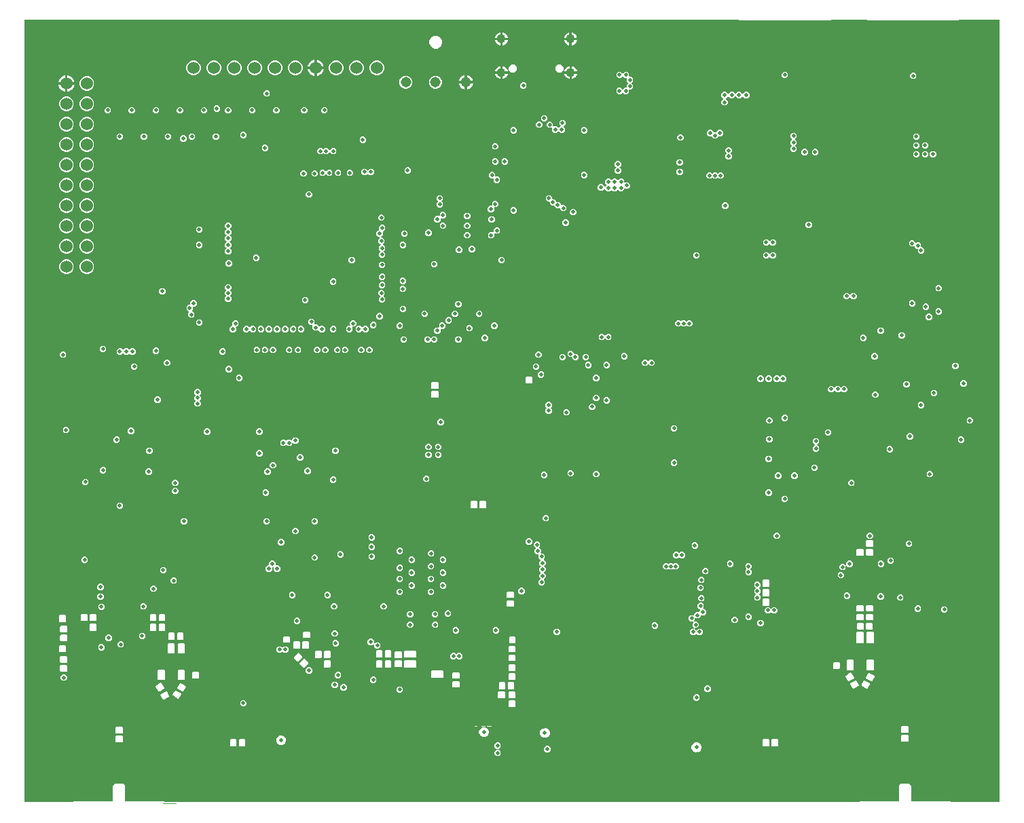
<source format=gbr>
G04 EAGLE Gerber RS-274X export*
G75*
%MOMM*%
%FSLAX34Y34*%
%LPD*%
%INEAGLE Copper Layer 2*%
%IPPOS*%
%AMOC8*
5,1,8,0,0,1.08239X$1,22.5*%
G01*
%ADD10C,1.108000*%
%ADD11C,1.524000*%
%ADD12C,1.308000*%
%ADD13C,0.500000*%
%ADD14C,4.216000*%
%ADD15C,0.000000*%

G36*
X62292Y-18005D02*
X62292Y-18005D01*
X62293Y-18003D01*
X62295Y-18003D01*
X63294Y-17005D01*
X112400Y-17005D01*
X112405Y-17000D01*
X112404Y-17000D01*
X112405Y-17000D01*
X112405Y2489D01*
X114511Y4595D01*
X125489Y4595D01*
X127595Y2489D01*
X127595Y-17000D01*
X127600Y-17005D01*
X127600Y-17004D01*
X127600Y-17005D01*
X176706Y-17005D01*
X177705Y-18003D01*
X177707Y-18004D01*
X177708Y-18005D01*
X177709Y-18005D01*
X1042291Y-18005D01*
X1042292Y-18005D01*
X1042293Y-18003D01*
X1042295Y-18003D01*
X1043294Y-17005D01*
X1092400Y-17005D01*
X1092405Y-17000D01*
X1092404Y-17000D01*
X1092405Y-17000D01*
X1092405Y2489D01*
X1094511Y4595D01*
X1105489Y4595D01*
X1107595Y2489D01*
X1107595Y-17000D01*
X1107600Y-17005D01*
X1107600Y-17004D01*
X1107600Y-17005D01*
X1156706Y-17005D01*
X1157705Y-18003D01*
X1157707Y-18004D01*
X1157708Y-18005D01*
X1157709Y-18005D01*
X1218000Y-18005D01*
X1218005Y-18000D01*
X1218004Y-18000D01*
X1218005Y-18000D01*
X1218005Y79000D01*
X1218000Y79005D01*
X1217999Y79005D01*
X1217999Y957250D01*
X1217995Y957274D01*
X1217998Y957299D01*
X1217976Y957394D01*
X1217960Y957491D01*
X1217948Y957512D01*
X1217942Y957536D01*
X1217891Y957620D01*
X1217845Y957706D01*
X1217827Y957723D01*
X1217814Y957744D01*
X1217738Y957806D01*
X1217667Y957873D01*
X1217644Y957883D01*
X1217625Y957899D01*
X1217534Y957933D01*
X1217444Y957974D01*
X1217420Y957976D01*
X1217397Y957985D01*
X1217250Y957999D01*
X1168019Y957999D01*
X1167923Y957983D01*
X1167826Y957974D01*
X1167803Y957964D01*
X1167778Y957960D01*
X1167692Y957914D01*
X1167604Y957873D01*
X1167578Y957852D01*
X1167563Y957845D01*
X1167546Y957826D01*
X1167489Y957780D01*
X1166709Y956999D01*
X1053291Y956999D01*
X1052511Y957780D01*
X1052431Y957837D01*
X1052356Y957899D01*
X1052333Y957907D01*
X1052312Y957922D01*
X1052219Y957950D01*
X1052128Y957985D01*
X1052095Y957988D01*
X1052079Y957993D01*
X1052054Y957992D01*
X1051981Y957999D01*
X1008019Y957999D01*
X1007923Y957983D01*
X1007826Y957974D01*
X1007803Y957964D01*
X1007778Y957960D01*
X1007692Y957914D01*
X1007604Y957873D01*
X1007578Y957852D01*
X1007563Y957845D01*
X1007546Y957826D01*
X1007489Y957780D01*
X1006709Y956999D01*
X893291Y956999D01*
X892511Y957780D01*
X892431Y957837D01*
X892356Y957899D01*
X892333Y957907D01*
X892312Y957922D01*
X892219Y957950D01*
X892128Y957985D01*
X892095Y957988D01*
X892079Y957993D01*
X892054Y957992D01*
X891981Y957999D01*
X2750Y957999D01*
X2726Y957995D01*
X2701Y957998D01*
X2606Y957976D01*
X2509Y957960D01*
X2488Y957948D01*
X2464Y957942D01*
X2380Y957891D01*
X2294Y957845D01*
X2277Y957827D01*
X2256Y957814D01*
X2194Y957738D01*
X2127Y957667D01*
X2117Y957644D01*
X2101Y957625D01*
X2067Y957534D01*
X2026Y957444D01*
X2024Y957420D01*
X2015Y957397D01*
X2001Y957250D01*
X2001Y85005D01*
X2000Y85005D01*
X1995Y85001D01*
X1996Y85000D01*
X1995Y85000D01*
X1995Y-18000D01*
X2000Y-18005D01*
X2000Y-18004D01*
X2000Y-18005D01*
X62291Y-18005D01*
X62292Y-18005D01*
G37*
%LPC*%
G36*
X728343Y743999D02*
X728343Y743999D01*
X725999Y746343D01*
X725999Y746533D01*
X725987Y746605D01*
X725985Y746678D01*
X725968Y746724D01*
X725960Y746773D01*
X725925Y746838D01*
X725899Y746907D01*
X725868Y746945D01*
X725845Y746989D01*
X725791Y747039D01*
X725744Y747096D01*
X725702Y747122D01*
X725667Y747155D01*
X725600Y747186D01*
X725537Y747225D01*
X725489Y747236D01*
X725444Y747256D01*
X725371Y747263D01*
X725300Y747280D01*
X725251Y747275D01*
X725201Y747280D01*
X725130Y747264D01*
X725057Y747256D01*
X725012Y747236D01*
X724964Y747225D01*
X724901Y747186D01*
X724834Y747156D01*
X724778Y747109D01*
X724756Y747096D01*
X724746Y747083D01*
X724720Y747062D01*
X722657Y744999D01*
X719343Y744999D01*
X716999Y747343D01*
X716999Y750657D01*
X719343Y753001D01*
X722657Y753001D01*
X725001Y750657D01*
X725001Y750467D01*
X725013Y750395D01*
X725015Y750322D01*
X725032Y750275D01*
X725040Y750227D01*
X725075Y750162D01*
X725101Y750093D01*
X725132Y750055D01*
X725155Y750011D01*
X725209Y749961D01*
X725256Y749904D01*
X725298Y749878D01*
X725333Y749845D01*
X725400Y749814D01*
X725463Y749775D01*
X725511Y749764D01*
X725556Y749744D01*
X725629Y749737D01*
X725700Y749720D01*
X725749Y749725D01*
X725799Y749720D01*
X725870Y749736D01*
X725943Y749744D01*
X725988Y749764D01*
X726036Y749775D01*
X726099Y749814D01*
X726166Y749844D01*
X726222Y749891D01*
X726244Y749904D01*
X726254Y749917D01*
X726280Y749938D01*
X727812Y751470D01*
X727827Y751490D01*
X727846Y751506D01*
X727897Y751589D01*
X727954Y751669D01*
X727962Y751692D01*
X727975Y751713D01*
X727997Y751808D01*
X728025Y751902D01*
X728025Y751927D01*
X728030Y751950D01*
X728021Y752048D01*
X728017Y752146D01*
X728009Y752169D01*
X728006Y752193D01*
X727966Y752282D01*
X727932Y752374D01*
X727916Y752393D01*
X727906Y752416D01*
X727812Y752530D01*
X725999Y754343D01*
X725999Y757657D01*
X728343Y760001D01*
X731657Y760001D01*
X733470Y758188D01*
X733490Y758173D01*
X733506Y758154D01*
X733589Y758103D01*
X733669Y758046D01*
X733692Y758038D01*
X733713Y758025D01*
X733808Y758003D01*
X733902Y757975D01*
X733927Y757975D01*
X733950Y757970D01*
X734048Y757979D01*
X734146Y757983D01*
X734169Y757991D01*
X734193Y757994D01*
X734282Y758034D01*
X734374Y758068D01*
X734393Y758084D01*
X734416Y758094D01*
X734530Y758188D01*
X736343Y760001D01*
X739657Y760001D01*
X741470Y758188D01*
X741490Y758173D01*
X741506Y758154D01*
X741589Y758103D01*
X741669Y758046D01*
X741692Y758038D01*
X741713Y758025D01*
X741808Y758003D01*
X741902Y757975D01*
X741927Y757975D01*
X741950Y757970D01*
X742048Y757979D01*
X742146Y757983D01*
X742169Y757991D01*
X742193Y757994D01*
X742282Y758034D01*
X742374Y758068D01*
X742393Y758084D01*
X742416Y758094D01*
X742530Y758188D01*
X744343Y760001D01*
X747657Y760001D01*
X750001Y757657D01*
X750001Y755467D01*
X750013Y755395D01*
X750015Y755322D01*
X750032Y755275D01*
X750040Y755227D01*
X750075Y755162D01*
X750101Y755093D01*
X750132Y755055D01*
X750155Y755011D01*
X750209Y754961D01*
X750256Y754904D01*
X750298Y754878D01*
X750333Y754845D01*
X750400Y754814D01*
X750463Y754775D01*
X750511Y754764D01*
X750556Y754744D01*
X750629Y754737D01*
X750700Y754720D01*
X750749Y754725D01*
X750799Y754720D01*
X750870Y754736D01*
X750943Y754744D01*
X750988Y754764D01*
X751036Y754775D01*
X751099Y754814D01*
X751166Y754844D01*
X751222Y754891D01*
X751244Y754904D01*
X751254Y754917D01*
X751280Y754938D01*
X751343Y755001D01*
X754657Y755001D01*
X757001Y752657D01*
X757001Y749343D01*
X754657Y746999D01*
X751343Y746999D01*
X751280Y747062D01*
X751220Y747105D01*
X751166Y747155D01*
X751122Y747176D01*
X751081Y747204D01*
X751011Y747226D01*
X750944Y747256D01*
X750895Y747261D01*
X750848Y747275D01*
X750775Y747273D01*
X750701Y747280D01*
X750653Y747269D01*
X750604Y747267D01*
X750535Y747242D01*
X750464Y747225D01*
X750422Y747199D01*
X750376Y747182D01*
X750319Y747135D01*
X750256Y747096D01*
X750225Y747058D01*
X750187Y747027D01*
X750148Y746964D01*
X750101Y746908D01*
X750084Y746862D01*
X750058Y746820D01*
X750041Y746748D01*
X750015Y746680D01*
X750008Y746606D01*
X750002Y746582D01*
X750004Y746566D01*
X750001Y746533D01*
X750001Y746343D01*
X747657Y743999D01*
X744343Y743999D01*
X742530Y745812D01*
X742510Y745827D01*
X742494Y745846D01*
X742411Y745897D01*
X742331Y745954D01*
X742308Y745962D01*
X742287Y745975D01*
X742192Y745997D01*
X742098Y746025D01*
X742073Y746025D01*
X742050Y746030D01*
X741952Y746021D01*
X741854Y746017D01*
X741831Y746009D01*
X741807Y746006D01*
X741718Y745966D01*
X741626Y745932D01*
X741607Y745916D01*
X741584Y745906D01*
X741470Y745812D01*
X739657Y743999D01*
X736343Y743999D01*
X734530Y745812D01*
X734510Y745827D01*
X734494Y745846D01*
X734411Y745897D01*
X734331Y745954D01*
X734308Y745962D01*
X734287Y745975D01*
X734192Y745997D01*
X734098Y746025D01*
X734073Y746025D01*
X734050Y746030D01*
X733952Y746021D01*
X733854Y746017D01*
X733831Y746009D01*
X733807Y746006D01*
X733718Y745966D01*
X733626Y745932D01*
X733607Y745916D01*
X733584Y745906D01*
X733470Y745812D01*
X731657Y743999D01*
X728343Y743999D01*
G37*
%LPD*%
%LPC*%
G36*
X834343Y189999D02*
X834343Y189999D01*
X831999Y192343D01*
X831999Y195657D01*
X834343Y198001D01*
X836533Y198001D01*
X836605Y198013D01*
X836678Y198015D01*
X836725Y198032D01*
X836773Y198040D01*
X836838Y198075D01*
X836907Y198101D01*
X836945Y198132D01*
X836989Y198155D01*
X837039Y198209D01*
X837096Y198256D01*
X837122Y198298D01*
X837155Y198333D01*
X837186Y198400D01*
X837225Y198463D01*
X837236Y198511D01*
X837256Y198556D01*
X837263Y198629D01*
X837280Y198700D01*
X837275Y198749D01*
X837280Y198799D01*
X837264Y198870D01*
X837256Y198943D01*
X837236Y198988D01*
X837225Y199036D01*
X837186Y199099D01*
X837156Y199166D01*
X837109Y199222D01*
X837096Y199244D01*
X837083Y199254D01*
X837062Y199280D01*
X834999Y201343D01*
X834999Y204657D01*
X836062Y205720D01*
X836105Y205780D01*
X836155Y205834D01*
X836176Y205878D01*
X836204Y205919D01*
X836226Y205989D01*
X836256Y206056D01*
X836261Y206105D01*
X836275Y206152D01*
X836273Y206225D01*
X836280Y206299D01*
X836269Y206347D01*
X836267Y206396D01*
X836242Y206465D01*
X836225Y206536D01*
X836199Y206578D01*
X836182Y206624D01*
X836135Y206681D01*
X836096Y206744D01*
X836058Y206775D01*
X836027Y206813D01*
X835965Y206852D01*
X835908Y206899D01*
X835862Y206916D01*
X835820Y206942D01*
X835748Y206959D01*
X835680Y206985D01*
X835606Y206992D01*
X835582Y206998D01*
X835566Y206996D01*
X835533Y206999D01*
X832343Y206999D01*
X829999Y209343D01*
X829999Y212657D01*
X832343Y215001D01*
X835657Y215001D01*
X835720Y214938D01*
X835780Y214895D01*
X835834Y214845D01*
X835878Y214824D01*
X835919Y214796D01*
X835989Y214774D01*
X836056Y214744D01*
X836105Y214739D01*
X836152Y214725D01*
X836225Y214727D01*
X836299Y214720D01*
X836347Y214731D01*
X836396Y214733D01*
X836465Y214758D01*
X836536Y214775D01*
X836578Y214801D01*
X836624Y214818D01*
X836681Y214865D01*
X836744Y214904D01*
X836775Y214942D01*
X836813Y214973D01*
X836852Y215036D01*
X836899Y215092D01*
X836916Y215138D01*
X836942Y215180D01*
X836959Y215252D01*
X836985Y215320D01*
X836992Y215394D01*
X836998Y215418D01*
X836996Y215434D01*
X836999Y215467D01*
X836999Y216657D01*
X839343Y219001D01*
X842657Y219001D01*
X842720Y218938D01*
X842780Y218895D01*
X842834Y218845D01*
X842878Y218824D01*
X842919Y218796D01*
X842989Y218774D01*
X843056Y218744D01*
X843105Y218739D01*
X843152Y218725D01*
X843225Y218727D01*
X843299Y218720D01*
X843347Y218731D01*
X843396Y218733D01*
X843465Y218758D01*
X843536Y218775D01*
X843578Y218801D01*
X843624Y218818D01*
X843681Y218865D01*
X843744Y218904D01*
X843775Y218942D01*
X843813Y218973D01*
X843852Y219036D01*
X843899Y219092D01*
X843916Y219138D01*
X843942Y219180D01*
X843959Y219252D01*
X843985Y219320D01*
X843992Y219394D01*
X843998Y219418D01*
X843996Y219434D01*
X843999Y219467D01*
X843999Y220657D01*
X844562Y221220D01*
X844605Y221280D01*
X844655Y221334D01*
X844676Y221378D01*
X844704Y221419D01*
X844726Y221489D01*
X844756Y221556D01*
X844761Y221605D01*
X844775Y221652D01*
X844773Y221725D01*
X844780Y221799D01*
X844769Y221847D01*
X844767Y221896D01*
X844742Y221965D01*
X844725Y222036D01*
X844699Y222078D01*
X844682Y222124D01*
X844635Y222181D01*
X844596Y222244D01*
X844558Y222275D01*
X844527Y222313D01*
X844465Y222352D01*
X844408Y222399D01*
X844362Y222416D01*
X844320Y222442D01*
X844248Y222459D01*
X844180Y222485D01*
X844106Y222492D01*
X844082Y222498D01*
X844066Y222496D01*
X844033Y222499D01*
X843343Y222499D01*
X840999Y224843D01*
X840999Y228157D01*
X843343Y230501D01*
X846657Y230501D01*
X849001Y228157D01*
X849001Y224843D01*
X848438Y224280D01*
X848395Y224220D01*
X848345Y224166D01*
X848324Y224122D01*
X848296Y224081D01*
X848274Y224011D01*
X848244Y223944D01*
X848239Y223895D01*
X848225Y223848D01*
X848227Y223775D01*
X848220Y223701D01*
X848231Y223653D01*
X848233Y223604D01*
X848258Y223535D01*
X848275Y223464D01*
X848301Y223422D01*
X848318Y223376D01*
X848365Y223319D01*
X848404Y223256D01*
X848442Y223225D01*
X848473Y223187D01*
X848535Y223148D01*
X848592Y223101D01*
X848638Y223084D01*
X848680Y223058D01*
X848752Y223041D01*
X848820Y223015D01*
X848894Y223008D01*
X848918Y223002D01*
X848934Y223004D01*
X848967Y223001D01*
X849657Y223001D01*
X852001Y220657D01*
X852001Y217343D01*
X849657Y214999D01*
X846343Y214999D01*
X846280Y215062D01*
X846220Y215105D01*
X846166Y215155D01*
X846122Y215176D01*
X846081Y215204D01*
X846011Y215226D01*
X845944Y215256D01*
X845895Y215261D01*
X845848Y215275D01*
X845775Y215273D01*
X845701Y215280D01*
X845653Y215269D01*
X845604Y215267D01*
X845535Y215242D01*
X845464Y215225D01*
X845422Y215199D01*
X845376Y215182D01*
X845319Y215135D01*
X845256Y215096D01*
X845225Y215058D01*
X845187Y215027D01*
X845148Y214964D01*
X845101Y214908D01*
X845084Y214862D01*
X845058Y214820D01*
X845041Y214748D01*
X845015Y214680D01*
X845008Y214606D01*
X845002Y214582D01*
X845004Y214566D01*
X845001Y214533D01*
X845001Y213343D01*
X842657Y210999D01*
X839343Y210999D01*
X839280Y211062D01*
X839220Y211105D01*
X839166Y211155D01*
X839122Y211176D01*
X839081Y211204D01*
X839011Y211226D01*
X838944Y211256D01*
X838895Y211261D01*
X838848Y211275D01*
X838775Y211273D01*
X838701Y211280D01*
X838653Y211269D01*
X838604Y211267D01*
X838535Y211242D01*
X838464Y211225D01*
X838422Y211199D01*
X838376Y211182D01*
X838319Y211135D01*
X838256Y211096D01*
X838225Y211058D01*
X838187Y211027D01*
X838148Y210964D01*
X838101Y210908D01*
X838084Y210862D01*
X838058Y210820D01*
X838041Y210748D01*
X838015Y210680D01*
X838008Y210606D01*
X838002Y210582D01*
X838004Y210566D01*
X838001Y210533D01*
X838001Y209343D01*
X836938Y208280D01*
X836895Y208220D01*
X836845Y208166D01*
X836824Y208122D01*
X836796Y208081D01*
X836774Y208011D01*
X836744Y207944D01*
X836739Y207895D01*
X836725Y207848D01*
X836727Y207775D01*
X836720Y207701D01*
X836731Y207653D01*
X836733Y207604D01*
X836758Y207535D01*
X836775Y207464D01*
X836801Y207422D01*
X836818Y207376D01*
X836865Y207319D01*
X836904Y207256D01*
X836942Y207225D01*
X836973Y207187D01*
X837035Y207148D01*
X837092Y207101D01*
X837138Y207084D01*
X837180Y207058D01*
X837252Y207041D01*
X837320Y207015D01*
X837394Y207008D01*
X837418Y207002D01*
X837434Y207004D01*
X837467Y207001D01*
X840657Y207001D01*
X843001Y204657D01*
X843001Y201343D01*
X840657Y198999D01*
X838467Y198999D01*
X838395Y198987D01*
X838322Y198985D01*
X838275Y198968D01*
X838227Y198960D01*
X838162Y198925D01*
X838093Y198899D01*
X838055Y198868D01*
X838011Y198845D01*
X837961Y198791D01*
X837904Y198744D01*
X837878Y198702D01*
X837845Y198667D01*
X837814Y198600D01*
X837775Y198537D01*
X837764Y198489D01*
X837744Y198444D01*
X837737Y198371D01*
X837720Y198300D01*
X837725Y198251D01*
X837720Y198201D01*
X837736Y198130D01*
X837744Y198057D01*
X837764Y198012D01*
X837775Y197964D01*
X837814Y197901D01*
X837844Y197834D01*
X837891Y197778D01*
X837904Y197756D01*
X837917Y197746D01*
X837938Y197720D01*
X839470Y196188D01*
X839490Y196173D01*
X839506Y196154D01*
X839589Y196103D01*
X839669Y196046D01*
X839692Y196038D01*
X839713Y196025D01*
X839808Y196003D01*
X839902Y195975D01*
X839927Y195975D01*
X839950Y195970D01*
X840048Y195979D01*
X840146Y195983D01*
X840169Y195991D01*
X840193Y195994D01*
X840282Y196034D01*
X840374Y196068D01*
X840393Y196084D01*
X840416Y196094D01*
X840530Y196188D01*
X842343Y198001D01*
X845657Y198001D01*
X848001Y195657D01*
X848001Y192343D01*
X845657Y189999D01*
X842343Y189999D01*
X840530Y191812D01*
X840510Y191827D01*
X840494Y191846D01*
X840411Y191897D01*
X840331Y191954D01*
X840308Y191962D01*
X840287Y191975D01*
X840192Y191997D01*
X840098Y192025D01*
X840074Y192025D01*
X840050Y192030D01*
X839952Y192021D01*
X839854Y192017D01*
X839831Y192009D01*
X839807Y192006D01*
X839718Y191966D01*
X839626Y191932D01*
X839607Y191916D01*
X839584Y191906D01*
X839470Y191812D01*
X837657Y189999D01*
X834343Y189999D01*
G37*
%LPD*%
%LPC*%
G36*
X645343Y251999D02*
X645343Y251999D01*
X642999Y254343D01*
X642999Y257657D01*
X645312Y259970D01*
X645327Y259990D01*
X645346Y260006D01*
X645397Y260089D01*
X645454Y260169D01*
X645462Y260192D01*
X645475Y260213D01*
X645497Y260308D01*
X645525Y260402D01*
X645525Y260427D01*
X645530Y260450D01*
X645521Y260548D01*
X645517Y260646D01*
X645509Y260669D01*
X645506Y260693D01*
X645466Y260782D01*
X645432Y260874D01*
X645416Y260893D01*
X645406Y260916D01*
X645312Y261030D01*
X643999Y262343D01*
X643999Y265657D01*
X645812Y267470D01*
X645827Y267490D01*
X645846Y267506D01*
X645897Y267589D01*
X645954Y267669D01*
X645962Y267692D01*
X645975Y267713D01*
X645997Y267808D01*
X646025Y267902D01*
X646025Y267926D01*
X646030Y267950D01*
X646021Y268048D01*
X646017Y268146D01*
X646009Y268169D01*
X646006Y268193D01*
X645966Y268282D01*
X645932Y268374D01*
X645916Y268393D01*
X645906Y268416D01*
X645812Y268530D01*
X643999Y270343D01*
X643999Y273657D01*
X645812Y275470D01*
X645827Y275490D01*
X645846Y275506D01*
X645897Y275589D01*
X645954Y275669D01*
X645962Y275692D01*
X645975Y275713D01*
X645997Y275808D01*
X646025Y275902D01*
X646025Y275927D01*
X646030Y275950D01*
X646021Y276048D01*
X646017Y276146D01*
X646009Y276169D01*
X646006Y276193D01*
X645966Y276282D01*
X645932Y276374D01*
X645916Y276393D01*
X645906Y276416D01*
X645812Y276530D01*
X643999Y278343D01*
X643999Y281657D01*
X645312Y282970D01*
X645327Y282990D01*
X645346Y283006D01*
X645397Y283089D01*
X645454Y283169D01*
X645462Y283192D01*
X645475Y283213D01*
X645497Y283308D01*
X645525Y283402D01*
X645525Y283427D01*
X645530Y283450D01*
X645521Y283548D01*
X645517Y283646D01*
X645509Y283669D01*
X645506Y283693D01*
X645466Y283782D01*
X645432Y283874D01*
X645416Y283893D01*
X645406Y283916D01*
X645312Y284030D01*
X642999Y286343D01*
X642999Y289657D01*
X643062Y289720D01*
X643105Y289780D01*
X643155Y289834D01*
X643176Y289878D01*
X643204Y289919D01*
X643226Y289989D01*
X643256Y290056D01*
X643261Y290105D01*
X643275Y290152D01*
X643273Y290225D01*
X643280Y290299D01*
X643269Y290347D01*
X643267Y290396D01*
X643242Y290465D01*
X643225Y290536D01*
X643199Y290578D01*
X643182Y290624D01*
X643135Y290681D01*
X643096Y290744D01*
X643058Y290775D01*
X643027Y290813D01*
X642964Y290852D01*
X642908Y290899D01*
X642862Y290916D01*
X642820Y290942D01*
X642748Y290959D01*
X642680Y290985D01*
X642606Y290992D01*
X642582Y290998D01*
X642566Y290996D01*
X642533Y290999D01*
X640343Y290999D01*
X637999Y293343D01*
X637999Y296657D01*
X639312Y297970D01*
X639327Y297990D01*
X639346Y298006D01*
X639397Y298089D01*
X639454Y298169D01*
X639462Y298192D01*
X639475Y298213D01*
X639497Y298308D01*
X639525Y298402D01*
X639525Y298427D01*
X639530Y298450D01*
X639521Y298548D01*
X639517Y298646D01*
X639509Y298669D01*
X639506Y298693D01*
X639466Y298782D01*
X639432Y298874D01*
X639416Y298893D01*
X639406Y298916D01*
X639312Y299030D01*
X636999Y301343D01*
X636999Y304657D01*
X639343Y307001D01*
X642657Y307001D01*
X645001Y304657D01*
X645001Y301343D01*
X643688Y300030D01*
X643673Y300010D01*
X643654Y299994D01*
X643625Y299947D01*
X643622Y299944D01*
X643619Y299938D01*
X643603Y299911D01*
X643546Y299831D01*
X643538Y299808D01*
X643525Y299787D01*
X643503Y299692D01*
X643475Y299598D01*
X643475Y299574D01*
X643470Y299550D01*
X643479Y299452D01*
X643483Y299354D01*
X643491Y299331D01*
X643494Y299307D01*
X643534Y299218D01*
X643568Y299126D01*
X643584Y299107D01*
X643594Y299084D01*
X643688Y298970D01*
X646001Y296657D01*
X646001Y293343D01*
X645938Y293280D01*
X645895Y293220D01*
X645845Y293166D01*
X645824Y293122D01*
X645796Y293081D01*
X645774Y293011D01*
X645744Y292944D01*
X645739Y292895D01*
X645725Y292848D01*
X645727Y292775D01*
X645720Y292701D01*
X645731Y292653D01*
X645733Y292604D01*
X645758Y292535D01*
X645775Y292464D01*
X645801Y292422D01*
X645818Y292376D01*
X645865Y292319D01*
X645904Y292256D01*
X645942Y292225D01*
X645973Y292187D01*
X646036Y292148D01*
X646092Y292101D01*
X646138Y292084D01*
X646180Y292058D01*
X646252Y292041D01*
X646320Y292015D01*
X646394Y292008D01*
X646418Y292002D01*
X646434Y292004D01*
X646467Y292001D01*
X648657Y292001D01*
X651001Y289657D01*
X651001Y286343D01*
X649688Y285030D01*
X649673Y285010D01*
X649654Y284994D01*
X649603Y284911D01*
X649546Y284831D01*
X649538Y284808D01*
X649525Y284787D01*
X649503Y284692D01*
X649475Y284598D01*
X649475Y284574D01*
X649470Y284550D01*
X649479Y284452D01*
X649483Y284354D01*
X649491Y284331D01*
X649494Y284307D01*
X649534Y284218D01*
X649568Y284126D01*
X649584Y284107D01*
X649594Y284084D01*
X649688Y283970D01*
X652001Y281657D01*
X652001Y278343D01*
X650188Y276530D01*
X650173Y276510D01*
X650154Y276494D01*
X650103Y276411D01*
X650046Y276331D01*
X650038Y276308D01*
X650025Y276287D01*
X650003Y276192D01*
X649975Y276098D01*
X649975Y276074D01*
X649970Y276050D01*
X649979Y275952D01*
X649983Y275854D01*
X649991Y275831D01*
X649994Y275807D01*
X650034Y275718D01*
X650068Y275626D01*
X650084Y275607D01*
X650094Y275584D01*
X650188Y275470D01*
X652001Y273657D01*
X652001Y270343D01*
X650188Y268530D01*
X650173Y268510D01*
X650154Y268494D01*
X650103Y268411D01*
X650046Y268331D01*
X650038Y268308D01*
X650025Y268287D01*
X650003Y268192D01*
X649975Y268098D01*
X649975Y268073D01*
X649970Y268050D01*
X649979Y267952D01*
X649983Y267854D01*
X649991Y267831D01*
X649994Y267807D01*
X650034Y267718D01*
X650068Y267626D01*
X650084Y267607D01*
X650094Y267584D01*
X650188Y267470D01*
X652001Y265657D01*
X652001Y262343D01*
X649688Y260030D01*
X649673Y260010D01*
X649654Y259994D01*
X649603Y259911D01*
X649546Y259831D01*
X649538Y259808D01*
X649525Y259787D01*
X649503Y259692D01*
X649475Y259598D01*
X649475Y259573D01*
X649470Y259550D01*
X649479Y259452D01*
X649483Y259354D01*
X649491Y259331D01*
X649494Y259307D01*
X649534Y259217D01*
X649568Y259126D01*
X649584Y259107D01*
X649594Y259084D01*
X649688Y258970D01*
X651001Y257657D01*
X651001Y254343D01*
X648657Y251999D01*
X645343Y251999D01*
G37*
%LPD*%
%LPC*%
G36*
X742343Y864999D02*
X742343Y864999D01*
X739999Y867343D01*
X739999Y870657D01*
X742343Y873001D01*
X745657Y873001D01*
X747470Y871188D01*
X747490Y871173D01*
X747506Y871154D01*
X747589Y871103D01*
X747669Y871046D01*
X747692Y871038D01*
X747713Y871025D01*
X747808Y871003D01*
X747902Y870975D01*
X747926Y870975D01*
X747950Y870970D01*
X748048Y870979D01*
X748146Y870983D01*
X748169Y870991D01*
X748193Y870994D01*
X748282Y871034D01*
X748374Y871068D01*
X748393Y871084D01*
X748416Y871094D01*
X748530Y871188D01*
X750343Y873001D01*
X752250Y873001D01*
X752274Y873005D01*
X752299Y873002D01*
X752394Y873024D01*
X752491Y873040D01*
X752512Y873052D01*
X752536Y873058D01*
X752620Y873109D01*
X752706Y873155D01*
X752723Y873173D01*
X752744Y873186D01*
X752806Y873262D01*
X752873Y873333D01*
X752883Y873356D01*
X752899Y873375D01*
X752933Y873466D01*
X752974Y873556D01*
X752976Y873580D01*
X752985Y873603D01*
X752999Y873750D01*
X752999Y876657D01*
X754812Y878470D01*
X754827Y878490D01*
X754846Y878506D01*
X754897Y878589D01*
X754954Y878669D01*
X754962Y878692D01*
X754975Y878713D01*
X754997Y878808D01*
X755025Y878902D01*
X755025Y878927D01*
X755030Y878950D01*
X755021Y879048D01*
X755017Y879146D01*
X755009Y879169D01*
X755006Y879193D01*
X754966Y879282D01*
X754932Y879374D01*
X754916Y879393D01*
X754906Y879416D01*
X754812Y879530D01*
X752999Y881343D01*
X752999Y884250D01*
X752995Y884274D01*
X752998Y884299D01*
X752976Y884394D01*
X752960Y884491D01*
X752948Y884512D01*
X752942Y884536D01*
X752891Y884620D01*
X752845Y884706D01*
X752827Y884723D01*
X752814Y884744D01*
X752738Y884806D01*
X752667Y884873D01*
X752644Y884883D01*
X752625Y884899D01*
X752534Y884933D01*
X752444Y884974D01*
X752420Y884976D01*
X752397Y884985D01*
X752250Y884999D01*
X750343Y884999D01*
X748530Y886812D01*
X748510Y886827D01*
X748494Y886846D01*
X748411Y886897D01*
X748331Y886954D01*
X748308Y886962D01*
X748287Y886975D01*
X748192Y886997D01*
X748098Y887025D01*
X748074Y887025D01*
X748050Y887030D01*
X747952Y887021D01*
X747854Y887017D01*
X747831Y887009D01*
X747807Y887006D01*
X747718Y886966D01*
X747626Y886932D01*
X747607Y886916D01*
X747584Y886906D01*
X747470Y886812D01*
X745657Y884999D01*
X742343Y884999D01*
X739999Y887343D01*
X739999Y890657D01*
X742343Y893001D01*
X745657Y893001D01*
X747470Y891188D01*
X747490Y891173D01*
X747506Y891154D01*
X747589Y891103D01*
X747669Y891046D01*
X747692Y891038D01*
X747713Y891025D01*
X747808Y891003D01*
X747902Y890975D01*
X747927Y890975D01*
X747950Y890970D01*
X748048Y890979D01*
X748146Y890983D01*
X748169Y890991D01*
X748193Y890994D01*
X748282Y891034D01*
X748374Y891068D01*
X748393Y891084D01*
X748416Y891094D01*
X748530Y891188D01*
X750343Y893001D01*
X753657Y893001D01*
X756001Y890657D01*
X756001Y887750D01*
X756005Y887726D01*
X756002Y887701D01*
X756024Y887606D01*
X756040Y887509D01*
X756052Y887488D01*
X756058Y887464D01*
X756109Y887380D01*
X756155Y887294D01*
X756173Y887277D01*
X756186Y887256D01*
X756262Y887194D01*
X756333Y887127D01*
X756356Y887117D01*
X756375Y887101D01*
X756466Y887067D01*
X756556Y887026D01*
X756580Y887024D01*
X756603Y887015D01*
X756750Y887001D01*
X758657Y887001D01*
X761001Y884657D01*
X761001Y881343D01*
X759188Y879530D01*
X759173Y879510D01*
X759154Y879494D01*
X759103Y879411D01*
X759046Y879331D01*
X759038Y879308D01*
X759025Y879287D01*
X759003Y879192D01*
X758975Y879098D01*
X758975Y879074D01*
X758970Y879050D01*
X758979Y878952D01*
X758983Y878854D01*
X758991Y878831D01*
X758994Y878807D01*
X759034Y878718D01*
X759068Y878626D01*
X759084Y878607D01*
X759094Y878584D01*
X759188Y878470D01*
X761001Y876657D01*
X761001Y873343D01*
X758657Y870999D01*
X756750Y870999D01*
X756726Y870995D01*
X756701Y870998D01*
X756606Y870976D01*
X756509Y870960D01*
X756488Y870948D01*
X756464Y870942D01*
X756380Y870891D01*
X756294Y870845D01*
X756277Y870827D01*
X756256Y870814D01*
X756194Y870738D01*
X756127Y870667D01*
X756117Y870644D01*
X756101Y870625D01*
X756067Y870534D01*
X756026Y870444D01*
X756024Y870420D01*
X756015Y870397D01*
X756001Y870250D01*
X756001Y867343D01*
X753657Y864999D01*
X750343Y864999D01*
X748530Y866812D01*
X748510Y866827D01*
X748494Y866846D01*
X748411Y866897D01*
X748331Y866954D01*
X748308Y866962D01*
X748287Y866975D01*
X748192Y866997D01*
X748098Y867025D01*
X748073Y867025D01*
X748050Y867030D01*
X747952Y867021D01*
X747854Y867017D01*
X747831Y867009D01*
X747807Y867006D01*
X747718Y866966D01*
X747626Y866932D01*
X747607Y866916D01*
X747584Y866906D01*
X747470Y866812D01*
X745657Y864999D01*
X742343Y864999D01*
G37*
%LPD*%
%LPC*%
G36*
X873343Y850999D02*
X873343Y850999D01*
X870999Y853343D01*
X870999Y856657D01*
X873312Y858970D01*
X873327Y858990D01*
X873346Y859006D01*
X873397Y859089D01*
X873454Y859169D01*
X873462Y859192D01*
X873475Y859213D01*
X873497Y859308D01*
X873525Y859402D01*
X873525Y859427D01*
X873530Y859450D01*
X873521Y859548D01*
X873517Y859646D01*
X873509Y859669D01*
X873506Y859693D01*
X873466Y859782D01*
X873432Y859874D01*
X873416Y859893D01*
X873406Y859916D01*
X873312Y860030D01*
X870999Y862343D01*
X870999Y865657D01*
X873343Y868001D01*
X876657Y868001D01*
X878970Y865688D01*
X878990Y865673D01*
X879006Y865654D01*
X879089Y865603D01*
X879169Y865546D01*
X879192Y865538D01*
X879213Y865525D01*
X879308Y865503D01*
X879402Y865475D01*
X879427Y865475D01*
X879450Y865470D01*
X879548Y865479D01*
X879646Y865483D01*
X879669Y865491D01*
X879693Y865494D01*
X879782Y865534D01*
X879874Y865568D01*
X879893Y865584D01*
X879916Y865594D01*
X880030Y865688D01*
X882343Y868001D01*
X885657Y868001D01*
X887970Y865688D01*
X887990Y865673D01*
X888006Y865654D01*
X888089Y865603D01*
X888169Y865546D01*
X888192Y865538D01*
X888213Y865525D01*
X888308Y865503D01*
X888402Y865475D01*
X888427Y865475D01*
X888450Y865470D01*
X888548Y865479D01*
X888646Y865483D01*
X888669Y865491D01*
X888693Y865494D01*
X888782Y865534D01*
X888874Y865568D01*
X888893Y865584D01*
X888916Y865594D01*
X889030Y865688D01*
X891343Y868001D01*
X894657Y868001D01*
X896970Y865688D01*
X896990Y865673D01*
X897006Y865654D01*
X897089Y865603D01*
X897169Y865546D01*
X897192Y865538D01*
X897213Y865525D01*
X897308Y865503D01*
X897402Y865475D01*
X897427Y865475D01*
X897450Y865470D01*
X897548Y865479D01*
X897646Y865483D01*
X897669Y865491D01*
X897693Y865494D01*
X897782Y865534D01*
X897874Y865568D01*
X897893Y865584D01*
X897916Y865594D01*
X898030Y865688D01*
X900343Y868001D01*
X903657Y868001D01*
X906001Y865657D01*
X906001Y862343D01*
X903657Y859999D01*
X900343Y859999D01*
X898030Y862312D01*
X898010Y862327D01*
X897994Y862346D01*
X897911Y862397D01*
X897831Y862454D01*
X897808Y862462D01*
X897787Y862475D01*
X897692Y862497D01*
X897598Y862525D01*
X897573Y862525D01*
X897550Y862530D01*
X897452Y862521D01*
X897354Y862517D01*
X897331Y862509D01*
X897307Y862506D01*
X897218Y862466D01*
X897126Y862432D01*
X897107Y862416D01*
X897084Y862406D01*
X896970Y862312D01*
X894657Y859999D01*
X891343Y859999D01*
X889030Y862312D01*
X889010Y862327D01*
X888994Y862346D01*
X888911Y862397D01*
X888831Y862454D01*
X888808Y862462D01*
X888787Y862475D01*
X888692Y862497D01*
X888598Y862525D01*
X888573Y862525D01*
X888550Y862530D01*
X888452Y862521D01*
X888354Y862517D01*
X888331Y862509D01*
X888307Y862506D01*
X888218Y862466D01*
X888126Y862432D01*
X888107Y862416D01*
X888084Y862406D01*
X887970Y862312D01*
X885657Y859999D01*
X882343Y859999D01*
X880030Y862312D01*
X880010Y862327D01*
X879994Y862346D01*
X879911Y862397D01*
X879831Y862454D01*
X879808Y862462D01*
X879787Y862475D01*
X879692Y862497D01*
X879598Y862525D01*
X879573Y862525D01*
X879550Y862530D01*
X879452Y862521D01*
X879354Y862517D01*
X879331Y862509D01*
X879307Y862506D01*
X879218Y862466D01*
X879126Y862432D01*
X879107Y862416D01*
X879084Y862406D01*
X878970Y862312D01*
X876688Y860030D01*
X876673Y860010D01*
X876654Y859994D01*
X876603Y859911D01*
X876546Y859831D01*
X876538Y859808D01*
X876525Y859787D01*
X876503Y859692D01*
X876475Y859598D01*
X876475Y859573D01*
X876470Y859550D01*
X876479Y859452D01*
X876483Y859354D01*
X876491Y859331D01*
X876494Y859307D01*
X876534Y859218D01*
X876568Y859126D01*
X876584Y859107D01*
X876594Y859084D01*
X876688Y858970D01*
X879001Y856657D01*
X879001Y853343D01*
X876657Y850999D01*
X873343Y850999D01*
G37*
%LPD*%
%LPC*%
G36*
X446343Y660999D02*
X446343Y660999D01*
X443999Y663343D01*
X443999Y666657D01*
X445812Y668470D01*
X445827Y668490D01*
X445846Y668506D01*
X445897Y668589D01*
X445954Y668669D01*
X445962Y668692D01*
X445975Y668713D01*
X445997Y668808D01*
X446025Y668902D01*
X446025Y668927D01*
X446030Y668950D01*
X446021Y669048D01*
X446017Y669146D01*
X446009Y669169D01*
X446006Y669193D01*
X445966Y669282D01*
X445932Y669374D01*
X445916Y669393D01*
X445906Y669416D01*
X445812Y669530D01*
X443999Y671343D01*
X443999Y674657D01*
X446062Y676720D01*
X446105Y676780D01*
X446155Y676834D01*
X446176Y676878D01*
X446204Y676919D01*
X446226Y676989D01*
X446256Y677056D01*
X446261Y677105D01*
X446275Y677152D01*
X446273Y677225D01*
X446280Y677299D01*
X446269Y677347D01*
X446267Y677396D01*
X446242Y677465D01*
X446225Y677536D01*
X446199Y677578D01*
X446182Y677624D01*
X446135Y677681D01*
X446096Y677744D01*
X446058Y677775D01*
X446027Y677813D01*
X445965Y677852D01*
X445908Y677899D01*
X445862Y677916D01*
X445820Y677942D01*
X445748Y677959D01*
X445680Y677985D01*
X445606Y677992D01*
X445582Y677998D01*
X445566Y677996D01*
X445533Y677999D01*
X445343Y677999D01*
X442999Y680343D01*
X442999Y683657D01*
X445062Y685720D01*
X445105Y685780D01*
X445155Y685834D01*
X445176Y685878D01*
X445204Y685919D01*
X445226Y685989D01*
X445256Y686056D01*
X445261Y686105D01*
X445275Y686152D01*
X445273Y686225D01*
X445280Y686299D01*
X445269Y686347D01*
X445267Y686396D01*
X445242Y686465D01*
X445225Y686536D01*
X445199Y686578D01*
X445182Y686624D01*
X445135Y686681D01*
X445096Y686744D01*
X445058Y686775D01*
X445027Y686813D01*
X444965Y686852D01*
X444908Y686899D01*
X444862Y686916D01*
X444820Y686942D01*
X444748Y686959D01*
X444680Y686985D01*
X444606Y686992D01*
X444582Y686998D01*
X444566Y686996D01*
X444533Y686999D01*
X443343Y686999D01*
X440999Y689343D01*
X440999Y692657D01*
X443343Y695001D01*
X443533Y695001D01*
X443605Y695013D01*
X443678Y695015D01*
X443725Y695032D01*
X443773Y695040D01*
X443838Y695075D01*
X443907Y695101D01*
X443945Y695132D01*
X443989Y695155D01*
X444039Y695209D01*
X444096Y695256D01*
X444122Y695298D01*
X444155Y695333D01*
X444186Y695400D01*
X444225Y695463D01*
X444236Y695511D01*
X444256Y695556D01*
X444263Y695629D01*
X444280Y695700D01*
X444275Y695749D01*
X444280Y695799D01*
X444264Y695870D01*
X444256Y695943D01*
X444236Y695988D01*
X444225Y696036D01*
X444186Y696099D01*
X444156Y696166D01*
X444109Y696222D01*
X444096Y696244D01*
X444083Y696254D01*
X444062Y696280D01*
X443999Y696343D01*
X443999Y699657D01*
X446343Y702001D01*
X449657Y702001D01*
X452001Y699657D01*
X452001Y696343D01*
X449657Y693999D01*
X449467Y693999D01*
X449395Y693987D01*
X449322Y693985D01*
X449275Y693968D01*
X449227Y693960D01*
X449162Y693925D01*
X449093Y693899D01*
X449055Y693868D01*
X449011Y693845D01*
X448961Y693791D01*
X448904Y693744D01*
X448878Y693702D01*
X448845Y693667D01*
X448814Y693600D01*
X448775Y693537D01*
X448764Y693489D01*
X448744Y693444D01*
X448737Y693371D01*
X448720Y693300D01*
X448725Y693251D01*
X448720Y693201D01*
X448736Y693130D01*
X448744Y693057D01*
X448764Y693012D01*
X448775Y692964D01*
X448814Y692901D01*
X448844Y692834D01*
X448891Y692778D01*
X448904Y692756D01*
X448917Y692746D01*
X448938Y692720D01*
X449001Y692657D01*
X449001Y689343D01*
X446938Y687280D01*
X446895Y687220D01*
X446845Y687166D01*
X446824Y687122D01*
X446796Y687081D01*
X446774Y687011D01*
X446744Y686944D01*
X446739Y686895D01*
X446725Y686848D01*
X446727Y686775D01*
X446720Y686701D01*
X446731Y686653D01*
X446733Y686604D01*
X446758Y686535D01*
X446775Y686464D01*
X446801Y686422D01*
X446818Y686376D01*
X446865Y686319D01*
X446904Y686256D01*
X446942Y686225D01*
X446973Y686187D01*
X447035Y686148D01*
X447092Y686101D01*
X447138Y686084D01*
X447180Y686058D01*
X447252Y686041D01*
X447320Y686015D01*
X447394Y686008D01*
X447418Y686002D01*
X447434Y686004D01*
X447467Y686001D01*
X448657Y686001D01*
X451001Y683657D01*
X451001Y680343D01*
X448938Y678280D01*
X448895Y678220D01*
X448845Y678166D01*
X448824Y678122D01*
X448796Y678081D01*
X448774Y678011D01*
X448744Y677944D01*
X448739Y677895D01*
X448725Y677848D01*
X448727Y677775D01*
X448720Y677701D01*
X448731Y677653D01*
X448733Y677604D01*
X448758Y677535D01*
X448775Y677464D01*
X448801Y677422D01*
X448818Y677376D01*
X448865Y677319D01*
X448904Y677256D01*
X448942Y677225D01*
X448973Y677187D01*
X449035Y677148D01*
X449092Y677101D01*
X449138Y677084D01*
X449180Y677058D01*
X449252Y677041D01*
X449320Y677015D01*
X449394Y677008D01*
X449418Y677002D01*
X449434Y677004D01*
X449467Y677001D01*
X449657Y677001D01*
X452001Y674657D01*
X452001Y671343D01*
X450188Y669530D01*
X450173Y669510D01*
X450154Y669494D01*
X450103Y669411D01*
X450046Y669331D01*
X450038Y669308D01*
X450025Y669287D01*
X450003Y669192D01*
X449975Y669098D01*
X449975Y669074D01*
X449970Y669050D01*
X449979Y668952D01*
X449983Y668854D01*
X449991Y668831D01*
X449994Y668807D01*
X450034Y668718D01*
X450068Y668626D01*
X450084Y668607D01*
X450094Y668584D01*
X450188Y668470D01*
X452001Y666657D01*
X452001Y663343D01*
X449657Y660999D01*
X446343Y660999D01*
G37*
%LPD*%
%LPC*%
G36*
X254343Y664999D02*
X254343Y664999D01*
X251999Y667343D01*
X251999Y670657D01*
X253812Y672470D01*
X253827Y672490D01*
X253846Y672506D01*
X253897Y672589D01*
X253954Y672669D01*
X253962Y672692D01*
X253975Y672713D01*
X253997Y672808D01*
X254025Y672902D01*
X254025Y672926D01*
X254030Y672950D01*
X254021Y673048D01*
X254017Y673146D01*
X254009Y673169D01*
X254006Y673193D01*
X253966Y673282D01*
X253932Y673374D01*
X253916Y673393D01*
X253906Y673416D01*
X253812Y673530D01*
X251999Y675343D01*
X251999Y678657D01*
X253812Y680470D01*
X253827Y680490D01*
X253846Y680506D01*
X253897Y680589D01*
X253954Y680669D01*
X253962Y680692D01*
X253975Y680713D01*
X253997Y680808D01*
X254025Y680902D01*
X254025Y680926D01*
X254030Y680950D01*
X254021Y681048D01*
X254017Y681146D01*
X254009Y681169D01*
X254006Y681193D01*
X253966Y681282D01*
X253932Y681374D01*
X253916Y681393D01*
X253906Y681416D01*
X253812Y681530D01*
X251999Y683343D01*
X251999Y686657D01*
X253812Y688470D01*
X253827Y688490D01*
X253846Y688506D01*
X253897Y688589D01*
X253954Y688669D01*
X253962Y688692D01*
X253975Y688713D01*
X253997Y688808D01*
X254025Y688902D01*
X254025Y688926D01*
X254030Y688950D01*
X254021Y689048D01*
X254017Y689146D01*
X254009Y689169D01*
X254006Y689193D01*
X253966Y689282D01*
X253932Y689374D01*
X253916Y689393D01*
X253906Y689416D01*
X253812Y689530D01*
X251999Y691343D01*
X251999Y694657D01*
X253812Y696470D01*
X253827Y696490D01*
X253846Y696506D01*
X253897Y696589D01*
X253954Y696669D01*
X253962Y696692D01*
X253975Y696713D01*
X253997Y696808D01*
X254025Y696902D01*
X254025Y696926D01*
X254030Y696950D01*
X254021Y697048D01*
X254017Y697146D01*
X254009Y697169D01*
X254006Y697193D01*
X253966Y697282D01*
X253932Y697374D01*
X253916Y697393D01*
X253906Y697416D01*
X253812Y697530D01*
X251999Y699343D01*
X251999Y702657D01*
X254343Y705001D01*
X257657Y705001D01*
X260001Y702657D01*
X260001Y699343D01*
X258188Y697530D01*
X258173Y697510D01*
X258154Y697494D01*
X258103Y697411D01*
X258046Y697331D01*
X258038Y697308D01*
X258025Y697287D01*
X258003Y697192D01*
X257975Y697098D01*
X257975Y697073D01*
X257970Y697050D01*
X257979Y696952D01*
X257983Y696854D01*
X257991Y696831D01*
X257994Y696807D01*
X258034Y696718D01*
X258068Y696626D01*
X258084Y696607D01*
X258094Y696584D01*
X258188Y696470D01*
X260001Y694657D01*
X260001Y691343D01*
X258188Y689530D01*
X258173Y689510D01*
X258154Y689494D01*
X258103Y689411D01*
X258046Y689331D01*
X258038Y689308D01*
X258025Y689287D01*
X258003Y689192D01*
X257975Y689098D01*
X257975Y689073D01*
X257970Y689050D01*
X257979Y688952D01*
X257983Y688854D01*
X257991Y688831D01*
X257994Y688807D01*
X258034Y688718D01*
X258068Y688626D01*
X258084Y688607D01*
X258094Y688584D01*
X258188Y688470D01*
X260001Y686657D01*
X260001Y683343D01*
X258188Y681530D01*
X258173Y681510D01*
X258154Y681494D01*
X258103Y681411D01*
X258046Y681331D01*
X258038Y681308D01*
X258025Y681287D01*
X258003Y681192D01*
X257975Y681098D01*
X257975Y681073D01*
X257970Y681050D01*
X257979Y680952D01*
X257983Y680854D01*
X257991Y680831D01*
X257994Y680807D01*
X258034Y680718D01*
X258068Y680626D01*
X258084Y680607D01*
X258094Y680584D01*
X258188Y680470D01*
X260001Y678657D01*
X260001Y675343D01*
X258188Y673530D01*
X258173Y673510D01*
X258154Y673494D01*
X258103Y673411D01*
X258046Y673331D01*
X258038Y673308D01*
X258025Y673287D01*
X258003Y673192D01*
X257975Y673098D01*
X257975Y673073D01*
X257970Y673050D01*
X257979Y672952D01*
X257983Y672854D01*
X257991Y672831D01*
X257994Y672807D01*
X258034Y672718D01*
X258068Y672626D01*
X258084Y672607D01*
X258094Y672584D01*
X258188Y672470D01*
X260001Y670657D01*
X260001Y667343D01*
X257657Y664999D01*
X254343Y664999D01*
G37*
%LPD*%
%LPC*%
G36*
X52486Y767579D02*
X52486Y767579D01*
X49134Y768968D01*
X46568Y771534D01*
X45179Y774886D01*
X45179Y778514D01*
X46568Y781866D01*
X49134Y784432D01*
X52486Y785821D01*
X56114Y785821D01*
X59466Y784432D01*
X62032Y781866D01*
X63421Y778514D01*
X63421Y774886D01*
X62032Y771534D01*
X59466Y768968D01*
X56114Y767579D01*
X52486Y767579D01*
G37*
%LPD*%
%LPC*%
G36*
X52486Y691379D02*
X52486Y691379D01*
X49134Y692768D01*
X46568Y695334D01*
X45179Y698686D01*
X45179Y702314D01*
X46568Y705666D01*
X49134Y708232D01*
X52486Y709621D01*
X56114Y709621D01*
X59466Y708232D01*
X62032Y705666D01*
X63421Y702314D01*
X63421Y698686D01*
X62032Y695334D01*
X59466Y692768D01*
X56114Y691379D01*
X52486Y691379D01*
G37*
%LPD*%
%LPC*%
G36*
X77886Y691379D02*
X77886Y691379D01*
X74534Y692768D01*
X71968Y695334D01*
X70579Y698686D01*
X70579Y702314D01*
X71968Y705666D01*
X74534Y708232D01*
X77886Y709621D01*
X81514Y709621D01*
X84866Y708232D01*
X87432Y705666D01*
X88821Y702314D01*
X88821Y698686D01*
X87432Y695334D01*
X84866Y692768D01*
X81514Y691379D01*
X77886Y691379D01*
G37*
%LPD*%
%LPC*%
G36*
X77886Y716779D02*
X77886Y716779D01*
X74534Y718168D01*
X71968Y720734D01*
X70579Y724086D01*
X70579Y727714D01*
X71968Y731066D01*
X74534Y733632D01*
X77886Y735021D01*
X81514Y735021D01*
X84866Y733632D01*
X87432Y731066D01*
X88821Y727714D01*
X88821Y724086D01*
X87432Y720734D01*
X84866Y718168D01*
X81514Y716779D01*
X77886Y716779D01*
G37*
%LPD*%
%LPC*%
G36*
X77886Y640579D02*
X77886Y640579D01*
X74534Y641968D01*
X71968Y644534D01*
X70579Y647886D01*
X70579Y651514D01*
X71968Y654866D01*
X74534Y657432D01*
X77886Y658821D01*
X81514Y658821D01*
X84866Y657432D01*
X87432Y654866D01*
X88821Y651514D01*
X88821Y647886D01*
X87432Y644534D01*
X84866Y641968D01*
X81514Y640579D01*
X77886Y640579D01*
G37*
%LPD*%
%LPC*%
G36*
X52486Y742179D02*
X52486Y742179D01*
X49134Y743568D01*
X46568Y746134D01*
X45179Y749486D01*
X45179Y753114D01*
X46568Y756466D01*
X49134Y759032D01*
X52486Y760421D01*
X56114Y760421D01*
X59466Y759032D01*
X62032Y756466D01*
X63421Y753114D01*
X63421Y749486D01*
X62032Y746134D01*
X59466Y743568D01*
X56114Y742179D01*
X52486Y742179D01*
G37*
%LPD*%
%LPC*%
G36*
X77886Y742179D02*
X77886Y742179D01*
X74534Y743568D01*
X71968Y746134D01*
X70579Y749486D01*
X70579Y753114D01*
X71968Y756466D01*
X74534Y759032D01*
X77886Y760421D01*
X81514Y760421D01*
X84866Y759032D01*
X87432Y756466D01*
X88821Y753114D01*
X88821Y749486D01*
X87432Y746134D01*
X84866Y743568D01*
X81514Y742179D01*
X77886Y742179D01*
G37*
%LPD*%
%LPC*%
G36*
X77886Y843779D02*
X77886Y843779D01*
X74534Y845168D01*
X71968Y847734D01*
X70579Y851086D01*
X70579Y854714D01*
X71968Y858066D01*
X74534Y860632D01*
X77886Y862021D01*
X81514Y862021D01*
X84866Y860632D01*
X87432Y858066D01*
X88821Y854714D01*
X88821Y851086D01*
X87432Y847734D01*
X84866Y845168D01*
X81514Y843779D01*
X77886Y843779D01*
G37*
%LPD*%
%LPC*%
G36*
X52486Y716779D02*
X52486Y716779D01*
X49134Y718168D01*
X46568Y720734D01*
X45179Y724086D01*
X45179Y727714D01*
X46568Y731066D01*
X49134Y733632D01*
X52486Y735021D01*
X56114Y735021D01*
X59466Y733632D01*
X62032Y731066D01*
X63421Y727714D01*
X63421Y724086D01*
X62032Y720734D01*
X59466Y718168D01*
X56114Y716779D01*
X52486Y716779D01*
G37*
%LPD*%
%LPC*%
G36*
X77886Y767579D02*
X77886Y767579D01*
X74534Y768968D01*
X71968Y771534D01*
X70579Y774886D01*
X70579Y778514D01*
X71968Y781866D01*
X74534Y784432D01*
X77886Y785821D01*
X81514Y785821D01*
X84866Y784432D01*
X87432Y781866D01*
X88821Y778514D01*
X88821Y774886D01*
X87432Y771534D01*
X84866Y768968D01*
X81514Y767579D01*
X77886Y767579D01*
G37*
%LPD*%
%LPC*%
G36*
X52486Y792979D02*
X52486Y792979D01*
X49134Y794368D01*
X46568Y796934D01*
X45179Y800286D01*
X45179Y803914D01*
X46568Y807266D01*
X49134Y809832D01*
X52486Y811221D01*
X56114Y811221D01*
X59466Y809832D01*
X62032Y807266D01*
X63421Y803914D01*
X63421Y800286D01*
X62032Y796934D01*
X59466Y794368D01*
X56114Y792979D01*
X52486Y792979D01*
G37*
%LPD*%
%LPC*%
G36*
X77886Y792979D02*
X77886Y792979D01*
X74534Y794368D01*
X71968Y796934D01*
X70579Y800286D01*
X70579Y803914D01*
X71968Y807266D01*
X74534Y809832D01*
X77886Y811221D01*
X81514Y811221D01*
X84866Y809832D01*
X87432Y807266D01*
X88821Y803914D01*
X88821Y800286D01*
X87432Y796934D01*
X84866Y794368D01*
X81514Y792979D01*
X77886Y792979D01*
G37*
%LPD*%
%LPC*%
G36*
X77886Y869179D02*
X77886Y869179D01*
X74534Y870568D01*
X71968Y873134D01*
X70579Y876486D01*
X70579Y880114D01*
X71968Y883466D01*
X74534Y886032D01*
X77886Y887421D01*
X81514Y887421D01*
X84866Y886032D01*
X87432Y883466D01*
X88821Y880114D01*
X88821Y876486D01*
X87432Y873134D01*
X84866Y870568D01*
X81514Y869179D01*
X77886Y869179D01*
G37*
%LPD*%
%LPC*%
G36*
X77886Y818379D02*
X77886Y818379D01*
X74534Y819768D01*
X71968Y822334D01*
X70579Y825686D01*
X70579Y829314D01*
X71968Y832666D01*
X74534Y835232D01*
X77886Y836621D01*
X81514Y836621D01*
X84866Y835232D01*
X87432Y832666D01*
X88821Y829314D01*
X88821Y825686D01*
X87432Y822334D01*
X84866Y819768D01*
X81514Y818379D01*
X77886Y818379D01*
G37*
%LPD*%
%LPC*%
G36*
X52486Y818379D02*
X52486Y818379D01*
X49134Y819768D01*
X46568Y822334D01*
X45179Y825686D01*
X45179Y829314D01*
X46568Y832666D01*
X49134Y835232D01*
X52486Y836621D01*
X56114Y836621D01*
X59466Y835232D01*
X62032Y832666D01*
X63421Y829314D01*
X63421Y825686D01*
X62032Y822334D01*
X59466Y819768D01*
X56114Y818379D01*
X52486Y818379D01*
G37*
%LPD*%
%LPC*%
G36*
X261686Y888779D02*
X261686Y888779D01*
X258334Y890168D01*
X255768Y892734D01*
X254379Y896086D01*
X254379Y899714D01*
X255768Y903066D01*
X258334Y905632D01*
X261686Y907021D01*
X265314Y907021D01*
X268666Y905632D01*
X271232Y903066D01*
X272621Y899714D01*
X272621Y896086D01*
X271232Y892734D01*
X268666Y890168D01*
X265314Y888779D01*
X261686Y888779D01*
G37*
%LPD*%
%LPC*%
G36*
X52486Y640579D02*
X52486Y640579D01*
X49134Y641968D01*
X46568Y644534D01*
X45179Y647886D01*
X45179Y651514D01*
X46568Y654866D01*
X49134Y657432D01*
X52486Y658821D01*
X56114Y658821D01*
X59466Y657432D01*
X62032Y654866D01*
X63421Y651514D01*
X63421Y647886D01*
X62032Y644534D01*
X59466Y641968D01*
X56114Y640579D01*
X52486Y640579D01*
G37*
%LPD*%
%LPC*%
G36*
X52486Y665979D02*
X52486Y665979D01*
X49134Y667368D01*
X46568Y669934D01*
X45179Y673286D01*
X45179Y676914D01*
X46568Y680266D01*
X49134Y682832D01*
X52486Y684221D01*
X56114Y684221D01*
X59466Y682832D01*
X62032Y680266D01*
X63421Y676914D01*
X63421Y673286D01*
X62032Y669934D01*
X59466Y667368D01*
X56114Y665979D01*
X52486Y665979D01*
G37*
%LPD*%
%LPC*%
G36*
X77886Y665979D02*
X77886Y665979D01*
X74534Y667368D01*
X71968Y669934D01*
X70579Y673286D01*
X70579Y676914D01*
X71968Y680266D01*
X74534Y682832D01*
X77886Y684221D01*
X81514Y684221D01*
X84866Y682832D01*
X87432Y680266D01*
X88821Y676914D01*
X88821Y673286D01*
X87432Y669934D01*
X84866Y667368D01*
X81514Y665979D01*
X77886Y665979D01*
G37*
%LPD*%
%LPC*%
G36*
X236286Y888779D02*
X236286Y888779D01*
X232934Y890168D01*
X230368Y892734D01*
X228979Y896086D01*
X228979Y899714D01*
X230368Y903066D01*
X232934Y905632D01*
X236286Y907021D01*
X239914Y907021D01*
X243266Y905632D01*
X245832Y903066D01*
X247221Y899714D01*
X247221Y896086D01*
X245832Y892734D01*
X243266Y890168D01*
X239914Y888779D01*
X236286Y888779D01*
G37*
%LPD*%
%LPC*%
G36*
X312486Y888779D02*
X312486Y888779D01*
X309134Y890168D01*
X306568Y892734D01*
X305179Y896086D01*
X305179Y899714D01*
X306568Y903066D01*
X309134Y905632D01*
X312486Y907021D01*
X316114Y907021D01*
X319466Y905632D01*
X322032Y903066D01*
X323421Y899714D01*
X323421Y896086D01*
X322032Y892734D01*
X319466Y890168D01*
X316114Y888779D01*
X312486Y888779D01*
G37*
%LPD*%
%LPC*%
G36*
X287086Y888779D02*
X287086Y888779D01*
X283734Y890168D01*
X281168Y892734D01*
X279779Y896086D01*
X279779Y899714D01*
X281168Y903066D01*
X283734Y905632D01*
X287086Y907021D01*
X290714Y907021D01*
X294066Y905632D01*
X296632Y903066D01*
X298021Y899714D01*
X298021Y896086D01*
X296632Y892734D01*
X294066Y890168D01*
X290714Y888779D01*
X287086Y888779D01*
G37*
%LPD*%
%LPC*%
G36*
X388686Y888779D02*
X388686Y888779D01*
X385334Y890168D01*
X382768Y892734D01*
X381379Y896086D01*
X381379Y899714D01*
X382768Y903066D01*
X385334Y905632D01*
X388686Y907021D01*
X392314Y907021D01*
X395666Y905632D01*
X398232Y903066D01*
X399621Y899714D01*
X399621Y896086D01*
X398232Y892734D01*
X395666Y890168D01*
X392314Y888779D01*
X388686Y888779D01*
G37*
%LPD*%
%LPC*%
G36*
X439486Y888779D02*
X439486Y888779D01*
X436134Y890168D01*
X433568Y892734D01*
X432179Y896086D01*
X432179Y899714D01*
X433568Y903066D01*
X436134Y905632D01*
X439486Y907021D01*
X443114Y907021D01*
X446466Y905632D01*
X449032Y903066D01*
X450421Y899714D01*
X450421Y896086D01*
X449032Y892734D01*
X446466Y890168D01*
X443114Y888779D01*
X439486Y888779D01*
G37*
%LPD*%
%LPC*%
G36*
X337886Y888779D02*
X337886Y888779D01*
X334534Y890168D01*
X331968Y892734D01*
X330579Y896086D01*
X330579Y899714D01*
X331968Y903066D01*
X334534Y905632D01*
X337886Y907021D01*
X341514Y907021D01*
X344866Y905632D01*
X347432Y903066D01*
X348821Y899714D01*
X348821Y896086D01*
X347432Y892734D01*
X344866Y890168D01*
X341514Y888779D01*
X337886Y888779D01*
G37*
%LPD*%
%LPC*%
G36*
X52486Y843779D02*
X52486Y843779D01*
X49134Y845168D01*
X46568Y847734D01*
X45179Y851086D01*
X45179Y854714D01*
X46568Y858066D01*
X49134Y860632D01*
X52486Y862021D01*
X56114Y862021D01*
X59466Y860632D01*
X62032Y858066D01*
X63421Y854714D01*
X63421Y851086D01*
X62032Y847734D01*
X59466Y845168D01*
X56114Y843779D01*
X52486Y843779D01*
G37*
%LPD*%
%LPC*%
G36*
X210886Y888779D02*
X210886Y888779D01*
X207534Y890168D01*
X204968Y892734D01*
X203579Y896086D01*
X203579Y899714D01*
X204968Y903066D01*
X207534Y905632D01*
X210886Y907021D01*
X214514Y907021D01*
X217866Y905632D01*
X220432Y903066D01*
X221821Y899714D01*
X221821Y896086D01*
X220432Y892734D01*
X217866Y890168D01*
X214514Y888779D01*
X210886Y888779D01*
G37*
%LPD*%
%LPC*%
G36*
X414086Y888779D02*
X414086Y888779D01*
X410734Y890168D01*
X408168Y892734D01*
X406779Y896086D01*
X406779Y899714D01*
X408168Y903066D01*
X410734Y905632D01*
X414086Y907021D01*
X417714Y907021D01*
X421066Y905632D01*
X423632Y903066D01*
X425021Y899714D01*
X425021Y896086D01*
X423632Y892734D01*
X421066Y890168D01*
X417714Y888779D01*
X414086Y888779D01*
G37*
%LPD*%
%LPC*%
G36*
X662343Y816999D02*
X662343Y816999D01*
X659999Y819343D01*
X659999Y822533D01*
X659997Y822546D01*
X659998Y822552D01*
X659992Y822577D01*
X659987Y822605D01*
X659985Y822678D01*
X659968Y822725D01*
X659960Y822773D01*
X659925Y822838D01*
X659899Y822907D01*
X659868Y822945D01*
X659845Y822989D01*
X659791Y823039D01*
X659744Y823096D01*
X659702Y823122D01*
X659667Y823155D01*
X659600Y823186D01*
X659537Y823225D01*
X659489Y823236D01*
X659444Y823256D01*
X659371Y823263D01*
X659300Y823280D01*
X659251Y823275D01*
X659201Y823280D01*
X659130Y823264D01*
X659057Y823256D01*
X659012Y823236D01*
X658964Y823225D01*
X658901Y823186D01*
X658834Y823156D01*
X658778Y823109D01*
X658756Y823096D01*
X658746Y823083D01*
X658720Y823062D01*
X658657Y822999D01*
X655343Y822999D01*
X652999Y825343D01*
X652999Y828657D01*
X655343Y831001D01*
X658657Y831001D01*
X661001Y828657D01*
X661001Y825467D01*
X661003Y825456D01*
X661002Y825452D01*
X661006Y825438D01*
X661013Y825395D01*
X661015Y825322D01*
X661032Y825275D01*
X661040Y825227D01*
X661075Y825162D01*
X661101Y825093D01*
X661132Y825055D01*
X661155Y825011D01*
X661209Y824961D01*
X661256Y824904D01*
X661298Y824878D01*
X661333Y824845D01*
X661400Y824814D01*
X661463Y824775D01*
X661511Y824764D01*
X661556Y824744D01*
X661629Y824737D01*
X661700Y824720D01*
X661749Y824725D01*
X661799Y824720D01*
X661870Y824736D01*
X661943Y824744D01*
X661988Y824764D01*
X662036Y824775D01*
X662099Y824814D01*
X662166Y824844D01*
X662222Y824891D01*
X662244Y824904D01*
X662254Y824917D01*
X662280Y824938D01*
X662343Y825001D01*
X665657Y825001D01*
X667470Y823188D01*
X667490Y823173D01*
X667506Y823154D01*
X667589Y823103D01*
X667669Y823046D01*
X667692Y823038D01*
X667713Y823025D01*
X667808Y823003D01*
X667902Y822975D01*
X667926Y822975D01*
X667950Y822970D01*
X668048Y822979D01*
X668146Y822983D01*
X668169Y822991D01*
X668193Y822994D01*
X668282Y823034D01*
X668374Y823068D01*
X668393Y823084D01*
X668416Y823094D01*
X668530Y823188D01*
X670312Y824970D01*
X670327Y824990D01*
X670346Y825006D01*
X670375Y825052D01*
X670405Y825084D01*
X670423Y825124D01*
X670454Y825169D01*
X670462Y825192D01*
X670475Y825213D01*
X670487Y825266D01*
X670505Y825306D01*
X670510Y825351D01*
X670525Y825402D01*
X670525Y825426D01*
X670530Y825450D01*
X670525Y825504D01*
X670529Y825549D01*
X670519Y825594D01*
X670517Y825646D01*
X670509Y825669D01*
X670506Y825693D01*
X670485Y825741D01*
X670474Y825787D01*
X670449Y825827D01*
X670432Y825874D01*
X670416Y825893D01*
X670406Y825916D01*
X670358Y825974D01*
X670345Y825994D01*
X670333Y826005D01*
X670312Y826030D01*
X668999Y827343D01*
X668999Y830657D01*
X671343Y833001D01*
X674657Y833001D01*
X677001Y830657D01*
X677001Y827343D01*
X674688Y825030D01*
X674673Y825010D01*
X674654Y824994D01*
X674603Y824911D01*
X674546Y824831D01*
X674538Y824808D01*
X674525Y824787D01*
X674503Y824692D01*
X674475Y824598D01*
X674475Y824573D01*
X674470Y824550D01*
X674479Y824452D01*
X674483Y824354D01*
X674491Y824331D01*
X674494Y824307D01*
X674534Y824217D01*
X674568Y824126D01*
X674584Y824107D01*
X674594Y824084D01*
X674688Y823970D01*
X676001Y822657D01*
X676001Y819343D01*
X673657Y816999D01*
X670343Y816999D01*
X668530Y818812D01*
X668510Y818827D01*
X668494Y818846D01*
X668411Y818897D01*
X668331Y818954D01*
X668308Y818962D01*
X668287Y818975D01*
X668192Y818997D01*
X668098Y819025D01*
X668073Y819025D01*
X668050Y819030D01*
X667952Y819021D01*
X667854Y819017D01*
X667831Y819009D01*
X667807Y819006D01*
X667718Y818966D01*
X667626Y818932D01*
X667607Y818916D01*
X667584Y818906D01*
X667470Y818812D01*
X665657Y816999D01*
X662343Y816999D01*
G37*
%LPD*%
%LPC*%
G36*
X672272Y718999D02*
X672272Y718999D01*
X669928Y721343D01*
X669928Y721961D01*
X669916Y722034D01*
X669914Y722107D01*
X669896Y722154D01*
X669888Y722202D01*
X669854Y722267D01*
X669828Y722336D01*
X669797Y722374D01*
X669773Y722417D01*
X669720Y722468D01*
X669673Y722524D01*
X669631Y722551D01*
X669595Y722584D01*
X669529Y722615D01*
X669466Y722653D01*
X669418Y722665D01*
X669373Y722685D01*
X669300Y722692D01*
X669228Y722709D01*
X669180Y722704D01*
X669130Y722709D01*
X669059Y722692D01*
X668986Y722685D01*
X668941Y722665D01*
X668893Y722654D01*
X668830Y722615D01*
X668763Y722585D01*
X668707Y722538D01*
X668685Y722525D01*
X668675Y722512D01*
X668659Y722499D01*
X665343Y722499D01*
X662999Y724843D01*
X662999Y725250D01*
X662995Y725274D01*
X662998Y725299D01*
X662976Y725394D01*
X662960Y725491D01*
X662948Y725512D01*
X662942Y725536D01*
X662891Y725620D01*
X662845Y725706D01*
X662827Y725723D01*
X662814Y725744D01*
X662738Y725806D01*
X662667Y725873D01*
X662644Y725883D01*
X662625Y725899D01*
X662534Y725933D01*
X662444Y725974D01*
X662420Y725976D01*
X662397Y725985D01*
X662250Y725999D01*
X659343Y725999D01*
X656999Y728343D01*
X656999Y730250D01*
X656995Y730274D01*
X656998Y730299D01*
X656976Y730394D01*
X656960Y730491D01*
X656948Y730512D01*
X656942Y730536D01*
X656891Y730620D01*
X656845Y730706D01*
X656827Y730723D01*
X656814Y730744D01*
X656738Y730806D01*
X656667Y730873D01*
X656644Y730883D01*
X656625Y730899D01*
X656534Y730933D01*
X656444Y730974D01*
X656420Y730976D01*
X656397Y730985D01*
X656250Y730999D01*
X654343Y730999D01*
X651999Y733343D01*
X651999Y736657D01*
X654343Y739001D01*
X657657Y739001D01*
X660001Y736657D01*
X660001Y734750D01*
X660005Y734726D01*
X660002Y734701D01*
X660024Y734606D01*
X660040Y734509D01*
X660052Y734488D01*
X660058Y734464D01*
X660109Y734380D01*
X660155Y734294D01*
X660173Y734277D01*
X660186Y734256D01*
X660262Y734194D01*
X660333Y734127D01*
X660356Y734117D01*
X660375Y734101D01*
X660466Y734067D01*
X660556Y734026D01*
X660580Y734024D01*
X660603Y734015D01*
X660750Y734001D01*
X662657Y734001D01*
X665001Y731657D01*
X665001Y731250D01*
X665005Y731226D01*
X665002Y731201D01*
X665024Y731106D01*
X665040Y731009D01*
X665052Y730988D01*
X665058Y730964D01*
X665109Y730880D01*
X665155Y730794D01*
X665173Y730777D01*
X665186Y730756D01*
X665262Y730694D01*
X665333Y730627D01*
X665356Y730617D01*
X665375Y730601D01*
X665466Y730567D01*
X665556Y730526D01*
X665580Y730524D01*
X665603Y730515D01*
X665750Y730501D01*
X668657Y730501D01*
X671001Y728157D01*
X671001Y727539D01*
X671013Y727466D01*
X671015Y727393D01*
X671032Y727346D01*
X671040Y727298D01*
X671075Y727233D01*
X671101Y727164D01*
X671132Y727126D01*
X671155Y727083D01*
X671209Y727032D01*
X671256Y726976D01*
X671298Y726949D01*
X671333Y726916D01*
X671400Y726885D01*
X671463Y726847D01*
X671511Y726835D01*
X671556Y726815D01*
X671629Y726808D01*
X671700Y726791D01*
X671749Y726796D01*
X671799Y726791D01*
X671870Y726808D01*
X671943Y726815D01*
X671988Y726835D01*
X672036Y726846D01*
X672099Y726885D01*
X672166Y726915D01*
X672222Y726962D01*
X672244Y726975D01*
X672254Y726988D01*
X672270Y727001D01*
X675586Y727001D01*
X677930Y724657D01*
X677930Y721343D01*
X675586Y718999D01*
X672272Y718999D01*
G37*
%LPD*%
%LPC*%
G36*
X512901Y871959D02*
X512901Y871959D01*
X509945Y873183D01*
X507683Y875445D01*
X506459Y878401D01*
X506459Y881599D01*
X507683Y884555D01*
X509945Y886817D01*
X512901Y888041D01*
X516099Y888041D01*
X519055Y886817D01*
X521317Y884555D01*
X522541Y881599D01*
X522541Y878401D01*
X521317Y875445D01*
X519055Y873183D01*
X516099Y871959D01*
X512901Y871959D01*
G37*
%LPD*%
%LPC*%
G36*
X475901Y871959D02*
X475901Y871959D01*
X472945Y873183D01*
X470683Y875445D01*
X469459Y878401D01*
X469459Y881599D01*
X470683Y884555D01*
X472945Y886817D01*
X475901Y888041D01*
X479099Y888041D01*
X482055Y886817D01*
X484317Y884555D01*
X485541Y881599D01*
X485541Y878401D01*
X484317Y875445D01*
X482055Y873183D01*
X479099Y871959D01*
X475901Y871959D01*
G37*
%LPD*%
%LPC*%
G36*
X513409Y921999D02*
X513409Y921999D01*
X510468Y923217D01*
X508217Y925468D01*
X506999Y928409D01*
X506999Y931591D01*
X508217Y934532D01*
X510468Y936783D01*
X513409Y938001D01*
X516591Y938001D01*
X519532Y936783D01*
X521783Y934532D01*
X523001Y931591D01*
X523001Y928409D01*
X521783Y925468D01*
X519532Y923217D01*
X516591Y921999D01*
X513409Y921999D01*
G37*
%LPD*%
%LPC*%
G36*
X371343Y567999D02*
X371343Y567999D01*
X368999Y570343D01*
X368999Y570533D01*
X368987Y570605D01*
X368985Y570678D01*
X368968Y570724D01*
X368960Y570773D01*
X368925Y570838D01*
X368899Y570907D01*
X368868Y570945D01*
X368845Y570989D01*
X368791Y571039D01*
X368744Y571096D01*
X368702Y571122D01*
X368667Y571155D01*
X368600Y571186D01*
X368537Y571225D01*
X368489Y571236D01*
X368444Y571256D01*
X368371Y571263D01*
X368300Y571280D01*
X368251Y571275D01*
X368201Y571280D01*
X368130Y571264D01*
X368057Y571256D01*
X368012Y571236D01*
X367964Y571225D01*
X367901Y571186D01*
X367834Y571156D01*
X367778Y571109D01*
X367756Y571096D01*
X367746Y571083D01*
X367720Y571062D01*
X366657Y569999D01*
X363343Y569999D01*
X360999Y572343D01*
X360999Y575657D01*
X361062Y575720D01*
X361105Y575780D01*
X361155Y575834D01*
X361176Y575878D01*
X361204Y575919D01*
X361226Y575989D01*
X361256Y576056D01*
X361261Y576105D01*
X361275Y576152D01*
X361273Y576225D01*
X361280Y576299D01*
X361269Y576347D01*
X361267Y576396D01*
X361242Y576465D01*
X361225Y576536D01*
X361199Y576578D01*
X361182Y576624D01*
X361135Y576681D01*
X361096Y576744D01*
X361058Y576775D01*
X361027Y576813D01*
X360964Y576852D01*
X360908Y576899D01*
X360862Y576916D01*
X360820Y576942D01*
X360748Y576959D01*
X360680Y576985D01*
X360606Y576992D01*
X360582Y576998D01*
X360566Y576996D01*
X360533Y576999D01*
X358343Y576999D01*
X355999Y579343D01*
X355999Y582657D01*
X358343Y585001D01*
X361657Y585001D01*
X364001Y582657D01*
X364001Y579343D01*
X363938Y579280D01*
X363895Y579220D01*
X363845Y579166D01*
X363824Y579122D01*
X363796Y579081D01*
X363774Y579011D01*
X363744Y578944D01*
X363739Y578895D01*
X363725Y578848D01*
X363727Y578775D01*
X363720Y578701D01*
X363731Y578653D01*
X363733Y578604D01*
X363758Y578535D01*
X363775Y578464D01*
X363801Y578422D01*
X363818Y578376D01*
X363865Y578319D01*
X363904Y578256D01*
X363942Y578225D01*
X363973Y578187D01*
X364036Y578148D01*
X364092Y578101D01*
X364138Y578084D01*
X364180Y578058D01*
X364252Y578041D01*
X364320Y578015D01*
X364394Y578008D01*
X364418Y578002D01*
X364434Y578004D01*
X364467Y578001D01*
X366657Y578001D01*
X369001Y575657D01*
X369001Y575467D01*
X369013Y575395D01*
X369015Y575322D01*
X369032Y575275D01*
X369040Y575227D01*
X369075Y575162D01*
X369101Y575093D01*
X369132Y575055D01*
X369155Y575011D01*
X369209Y574961D01*
X369256Y574904D01*
X369298Y574878D01*
X369333Y574845D01*
X369400Y574814D01*
X369463Y574775D01*
X369511Y574764D01*
X369556Y574744D01*
X369629Y574737D01*
X369700Y574720D01*
X369749Y574725D01*
X369799Y574720D01*
X369870Y574736D01*
X369943Y574744D01*
X369988Y574764D01*
X370036Y574775D01*
X370099Y574814D01*
X370166Y574844D01*
X370222Y574891D01*
X370244Y574904D01*
X370254Y574917D01*
X370280Y574938D01*
X371343Y576001D01*
X374657Y576001D01*
X377001Y573657D01*
X377001Y570343D01*
X374657Y567999D01*
X371343Y567999D01*
G37*
%LPD*%
%LPC*%
G36*
X208343Y585999D02*
X208343Y585999D01*
X205999Y588343D01*
X205999Y591657D01*
X207062Y592720D01*
X207105Y592780D01*
X207155Y592834D01*
X207176Y592878D01*
X207204Y592919D01*
X207226Y592989D01*
X207256Y593056D01*
X207261Y593105D01*
X207275Y593152D01*
X207273Y593225D01*
X207280Y593299D01*
X207269Y593347D01*
X207267Y593396D01*
X207242Y593465D01*
X207225Y593536D01*
X207199Y593578D01*
X207182Y593624D01*
X207135Y593681D01*
X207096Y593744D01*
X207058Y593775D01*
X207027Y593813D01*
X206965Y593852D01*
X206908Y593899D01*
X206862Y593916D01*
X206820Y593942D01*
X206748Y593959D01*
X206680Y593985D01*
X206606Y593992D01*
X206582Y593998D01*
X206566Y593996D01*
X206533Y593999D01*
X206343Y593999D01*
X203999Y596343D01*
X203999Y599657D01*
X206343Y602001D01*
X208250Y602001D01*
X208274Y602005D01*
X208299Y602002D01*
X208394Y602024D01*
X208491Y602040D01*
X208512Y602052D01*
X208536Y602058D01*
X208620Y602109D01*
X208706Y602155D01*
X208723Y602173D01*
X208744Y602186D01*
X208806Y602262D01*
X208873Y602333D01*
X208883Y602356D01*
X208899Y602375D01*
X208933Y602466D01*
X208974Y602556D01*
X208976Y602580D01*
X208985Y602603D01*
X208999Y602750D01*
X208999Y605657D01*
X211343Y608001D01*
X214657Y608001D01*
X217001Y605657D01*
X217001Y602343D01*
X214657Y599999D01*
X212750Y599999D01*
X212726Y599995D01*
X212701Y599998D01*
X212606Y599976D01*
X212509Y599960D01*
X212488Y599948D01*
X212464Y599942D01*
X212380Y599891D01*
X212294Y599845D01*
X212277Y599827D01*
X212256Y599814D01*
X212194Y599738D01*
X212127Y599667D01*
X212117Y599644D01*
X212101Y599625D01*
X212067Y599534D01*
X212026Y599444D01*
X212024Y599420D01*
X212015Y599397D01*
X212001Y599250D01*
X212001Y596343D01*
X210938Y595280D01*
X210895Y595220D01*
X210845Y595166D01*
X210824Y595122D01*
X210796Y595081D01*
X210774Y595011D01*
X210744Y594944D01*
X210739Y594895D01*
X210725Y594848D01*
X210727Y594775D01*
X210720Y594701D01*
X210731Y594653D01*
X210733Y594604D01*
X210758Y594535D01*
X210775Y594464D01*
X210801Y594422D01*
X210818Y594376D01*
X210865Y594319D01*
X210904Y594256D01*
X210942Y594225D01*
X210973Y594187D01*
X211035Y594148D01*
X211092Y594101D01*
X211138Y594084D01*
X211180Y594058D01*
X211252Y594041D01*
X211320Y594015D01*
X211394Y594008D01*
X211418Y594002D01*
X211434Y594004D01*
X211467Y594001D01*
X211657Y594001D01*
X214001Y591657D01*
X214001Y588343D01*
X211657Y585999D01*
X208343Y585999D01*
G37*
%LPD*%
%LPC*%
G36*
X1006343Y492999D02*
X1006343Y492999D01*
X1003999Y495343D01*
X1003999Y498657D01*
X1006343Y501001D01*
X1009657Y501001D01*
X1011470Y499188D01*
X1011490Y499173D01*
X1011506Y499154D01*
X1011589Y499103D01*
X1011669Y499046D01*
X1011692Y499038D01*
X1011713Y499025D01*
X1011808Y499003D01*
X1011902Y498975D01*
X1011926Y498975D01*
X1011950Y498970D01*
X1012048Y498979D01*
X1012146Y498983D01*
X1012169Y498991D01*
X1012193Y498994D01*
X1012282Y499034D01*
X1012374Y499068D01*
X1012393Y499084D01*
X1012416Y499094D01*
X1012530Y499188D01*
X1014343Y501001D01*
X1017657Y501001D01*
X1019470Y499188D01*
X1019490Y499173D01*
X1019506Y499154D01*
X1019589Y499103D01*
X1019669Y499046D01*
X1019692Y499038D01*
X1019713Y499025D01*
X1019808Y499003D01*
X1019902Y498975D01*
X1019926Y498975D01*
X1019950Y498970D01*
X1020048Y498979D01*
X1020146Y498983D01*
X1020169Y498991D01*
X1020193Y498994D01*
X1020282Y499034D01*
X1020374Y499068D01*
X1020393Y499084D01*
X1020416Y499094D01*
X1020530Y499188D01*
X1022343Y501001D01*
X1025657Y501001D01*
X1028001Y498657D01*
X1028001Y495343D01*
X1025657Y492999D01*
X1022343Y492999D01*
X1020530Y494812D01*
X1020510Y494827D01*
X1020494Y494846D01*
X1020411Y494897D01*
X1020331Y494954D01*
X1020308Y494962D01*
X1020287Y494975D01*
X1020192Y494997D01*
X1020098Y495025D01*
X1020073Y495025D01*
X1020050Y495030D01*
X1019952Y495021D01*
X1019854Y495017D01*
X1019831Y495009D01*
X1019807Y495006D01*
X1019718Y494966D01*
X1019626Y494932D01*
X1019607Y494916D01*
X1019584Y494906D01*
X1019470Y494812D01*
X1017657Y492999D01*
X1014343Y492999D01*
X1012530Y494812D01*
X1012510Y494827D01*
X1012494Y494846D01*
X1012411Y494897D01*
X1012331Y494954D01*
X1012308Y494962D01*
X1012287Y494975D01*
X1012192Y494997D01*
X1012098Y495025D01*
X1012073Y495025D01*
X1012050Y495030D01*
X1011952Y495021D01*
X1011854Y495017D01*
X1011831Y495009D01*
X1011807Y495006D01*
X1011718Y494966D01*
X1011626Y494932D01*
X1011607Y494916D01*
X1011584Y494906D01*
X1011470Y494812D01*
X1009657Y492999D01*
X1006343Y492999D01*
G37*
%LPD*%
%LPC*%
G36*
X914343Y232999D02*
X914343Y232999D01*
X911999Y235343D01*
X911999Y238657D01*
X913812Y240470D01*
X913827Y240490D01*
X913846Y240506D01*
X913897Y240589D01*
X913954Y240669D01*
X913962Y240692D01*
X913975Y240713D01*
X913997Y240808D01*
X914025Y240902D01*
X914025Y240926D01*
X914030Y240950D01*
X914021Y241048D01*
X914017Y241146D01*
X914009Y241169D01*
X914006Y241193D01*
X913966Y241282D01*
X913932Y241374D01*
X913916Y241393D01*
X913906Y241416D01*
X913812Y241530D01*
X911999Y243343D01*
X911999Y246657D01*
X913812Y248470D01*
X913827Y248490D01*
X913846Y248506D01*
X913897Y248589D01*
X913954Y248669D01*
X913962Y248692D01*
X913975Y248713D01*
X913997Y248808D01*
X914025Y248902D01*
X914025Y248927D01*
X914030Y248950D01*
X914021Y249048D01*
X914017Y249146D01*
X914009Y249169D01*
X914006Y249193D01*
X913966Y249282D01*
X913932Y249374D01*
X913916Y249393D01*
X913906Y249416D01*
X913812Y249530D01*
X911999Y251343D01*
X911999Y254657D01*
X914343Y257001D01*
X917657Y257001D01*
X920001Y254657D01*
X920001Y251343D01*
X918188Y249530D01*
X918173Y249510D01*
X918154Y249494D01*
X918103Y249411D01*
X918046Y249331D01*
X918038Y249308D01*
X918025Y249287D01*
X918003Y249192D01*
X917975Y249098D01*
X917975Y249074D01*
X917970Y249050D01*
X917979Y248952D01*
X917983Y248854D01*
X917991Y248831D01*
X917994Y248807D01*
X918034Y248718D01*
X918068Y248626D01*
X918084Y248607D01*
X918094Y248584D01*
X918188Y248470D01*
X920001Y246657D01*
X920001Y243343D01*
X918188Y241530D01*
X918173Y241510D01*
X918154Y241494D01*
X918103Y241411D01*
X918046Y241331D01*
X918038Y241308D01*
X918025Y241287D01*
X918003Y241192D01*
X917975Y241098D01*
X917975Y241073D01*
X917970Y241050D01*
X917979Y240952D01*
X917983Y240854D01*
X917991Y240831D01*
X917994Y240807D01*
X918034Y240718D01*
X918068Y240626D01*
X918084Y240607D01*
X918094Y240584D01*
X918188Y240470D01*
X920001Y238657D01*
X920001Y235343D01*
X917657Y232999D01*
X914343Y232999D01*
G37*
%LPD*%
%LPC*%
G36*
X119343Y539999D02*
X119343Y539999D01*
X116999Y542343D01*
X116999Y545657D01*
X119343Y548001D01*
X122657Y548001D01*
X124470Y546188D01*
X124490Y546173D01*
X124506Y546154D01*
X124589Y546103D01*
X124669Y546046D01*
X124692Y546038D01*
X124713Y546025D01*
X124808Y546003D01*
X124902Y545975D01*
X124926Y545975D01*
X124950Y545970D01*
X125048Y545979D01*
X125146Y545983D01*
X125169Y545991D01*
X125193Y545994D01*
X125282Y546034D01*
X125374Y546068D01*
X125393Y546084D01*
X125416Y546094D01*
X125530Y546188D01*
X127343Y548001D01*
X130657Y548001D01*
X132470Y546188D01*
X132490Y546173D01*
X132506Y546154D01*
X132589Y546103D01*
X132669Y546046D01*
X132692Y546038D01*
X132713Y546025D01*
X132808Y546003D01*
X132902Y545975D01*
X132927Y545975D01*
X132950Y545970D01*
X133048Y545979D01*
X133146Y545983D01*
X133169Y545991D01*
X133193Y545994D01*
X133282Y546034D01*
X133374Y546068D01*
X133393Y546084D01*
X133416Y546094D01*
X133530Y546188D01*
X135343Y548001D01*
X138657Y548001D01*
X141001Y545657D01*
X141001Y542343D01*
X138657Y539999D01*
X135343Y539999D01*
X133530Y541812D01*
X133510Y541827D01*
X133494Y541846D01*
X133411Y541897D01*
X133331Y541954D01*
X133308Y541962D01*
X133287Y541975D01*
X133192Y541997D01*
X133098Y542025D01*
X133074Y542025D01*
X133050Y542030D01*
X132952Y542021D01*
X132854Y542017D01*
X132831Y542009D01*
X132807Y542006D01*
X132718Y541966D01*
X132626Y541932D01*
X132607Y541916D01*
X132584Y541906D01*
X132470Y541812D01*
X130657Y539999D01*
X127343Y539999D01*
X125530Y541812D01*
X125510Y541827D01*
X125494Y541846D01*
X125411Y541897D01*
X125331Y541954D01*
X125308Y541962D01*
X125287Y541975D01*
X125192Y541997D01*
X125098Y542025D01*
X125073Y542025D01*
X125050Y542030D01*
X124952Y542021D01*
X124854Y542017D01*
X124831Y542009D01*
X124807Y542006D01*
X124718Y541966D01*
X124626Y541932D01*
X124607Y541916D01*
X124584Y541906D01*
X124470Y541812D01*
X122657Y539999D01*
X119343Y539999D01*
G37*
%LPD*%
%LPC*%
G36*
X959343Y792999D02*
X959343Y792999D01*
X956999Y795343D01*
X956999Y798657D01*
X958812Y800470D01*
X958827Y800490D01*
X958846Y800506D01*
X958897Y800589D01*
X958954Y800669D01*
X958962Y800692D01*
X958975Y800713D01*
X958997Y800808D01*
X959025Y800902D01*
X959025Y800927D01*
X959030Y800950D01*
X959021Y801048D01*
X959017Y801146D01*
X959009Y801169D01*
X959006Y801193D01*
X958966Y801282D01*
X958932Y801374D01*
X958916Y801393D01*
X958906Y801416D01*
X958812Y801530D01*
X956999Y803343D01*
X956999Y806657D01*
X958812Y808470D01*
X958827Y808490D01*
X958846Y808506D01*
X958897Y808589D01*
X958954Y808669D01*
X958962Y808692D01*
X958975Y808713D01*
X958997Y808808D01*
X959025Y808902D01*
X959025Y808927D01*
X959030Y808950D01*
X959021Y809048D01*
X959017Y809146D01*
X959009Y809169D01*
X959006Y809193D01*
X958966Y809282D01*
X958932Y809374D01*
X958916Y809393D01*
X958906Y809416D01*
X958832Y809505D01*
X958829Y809511D01*
X958826Y809514D01*
X958812Y809530D01*
X956999Y811343D01*
X956999Y814657D01*
X959343Y817001D01*
X962657Y817001D01*
X965001Y814657D01*
X965001Y811343D01*
X963188Y809530D01*
X963173Y809510D01*
X963154Y809494D01*
X963126Y809449D01*
X963112Y809434D01*
X963100Y809407D01*
X963046Y809331D01*
X963038Y809308D01*
X963025Y809287D01*
X963003Y809192D01*
X962975Y809098D01*
X962975Y809074D01*
X962970Y809050D01*
X962979Y808952D01*
X962983Y808854D01*
X962991Y808831D01*
X962994Y808807D01*
X963034Y808718D01*
X963068Y808626D01*
X963084Y808607D01*
X963094Y808584D01*
X963188Y808470D01*
X965001Y806657D01*
X965001Y803343D01*
X963188Y801530D01*
X963173Y801510D01*
X963154Y801494D01*
X963103Y801411D01*
X963046Y801331D01*
X963038Y801308D01*
X963025Y801287D01*
X963003Y801192D01*
X962975Y801098D01*
X962975Y801074D01*
X962970Y801050D01*
X962979Y800952D01*
X962983Y800854D01*
X962991Y800831D01*
X962994Y800807D01*
X963034Y800718D01*
X963068Y800626D01*
X963084Y800607D01*
X963094Y800584D01*
X963188Y800470D01*
X965001Y798657D01*
X965001Y795343D01*
X962657Y792999D01*
X959343Y792999D01*
G37*
%LPD*%
%LPC*%
G36*
X369343Y789999D02*
X369343Y789999D01*
X366999Y792343D01*
X366999Y795657D01*
X369343Y798001D01*
X372657Y798001D01*
X373970Y796688D01*
X373990Y796673D01*
X374006Y796654D01*
X374089Y796603D01*
X374169Y796546D01*
X374192Y796538D01*
X374213Y796525D01*
X374308Y796503D01*
X374402Y796475D01*
X374427Y796475D01*
X374450Y796470D01*
X374548Y796479D01*
X374646Y796483D01*
X374669Y796491D01*
X374693Y796494D01*
X374783Y796534D01*
X374874Y796568D01*
X374893Y796584D01*
X374916Y796594D01*
X375030Y796688D01*
X376343Y798001D01*
X379657Y798001D01*
X381970Y795688D01*
X381990Y795673D01*
X382006Y795654D01*
X382089Y795603D01*
X382169Y795546D01*
X382192Y795538D01*
X382213Y795525D01*
X382308Y795503D01*
X382402Y795475D01*
X382427Y795475D01*
X382450Y795470D01*
X382548Y795479D01*
X382646Y795483D01*
X382669Y795491D01*
X382693Y795494D01*
X382782Y795534D01*
X382874Y795568D01*
X382893Y795584D01*
X382916Y795594D01*
X383030Y795688D01*
X385343Y798001D01*
X388657Y798001D01*
X391001Y795657D01*
X391001Y792343D01*
X388657Y789999D01*
X385343Y789999D01*
X383030Y792312D01*
X383010Y792327D01*
X382994Y792346D01*
X382911Y792397D01*
X382831Y792454D01*
X382808Y792462D01*
X382787Y792475D01*
X382692Y792497D01*
X382598Y792525D01*
X382573Y792525D01*
X382550Y792530D01*
X382452Y792521D01*
X382354Y792517D01*
X382331Y792509D01*
X382307Y792506D01*
X382218Y792466D01*
X382126Y792432D01*
X382107Y792416D01*
X382084Y792406D01*
X381970Y792312D01*
X379657Y789999D01*
X376343Y789999D01*
X375030Y791312D01*
X375010Y791327D01*
X374994Y791346D01*
X374911Y791397D01*
X374831Y791454D01*
X374808Y791462D01*
X374787Y791475D01*
X374692Y791497D01*
X374598Y791525D01*
X374574Y791525D01*
X374550Y791530D01*
X374452Y791521D01*
X374354Y791517D01*
X374331Y791509D01*
X374307Y791506D01*
X374218Y791466D01*
X374126Y791432D01*
X374107Y791416D01*
X374084Y791406D01*
X373970Y791312D01*
X372657Y789999D01*
X369343Y789999D01*
G37*
%LPD*%
%LPC*%
G36*
X305343Y268999D02*
X305343Y268999D01*
X302999Y271343D01*
X302999Y274657D01*
X305343Y277001D01*
X306250Y277001D01*
X306274Y277005D01*
X306299Y277002D01*
X306394Y277024D01*
X306491Y277040D01*
X306512Y277052D01*
X306536Y277058D01*
X306620Y277109D01*
X306706Y277155D01*
X306723Y277173D01*
X306744Y277186D01*
X306806Y277262D01*
X306873Y277333D01*
X306883Y277356D01*
X306899Y277375D01*
X306933Y277466D01*
X306974Y277556D01*
X306976Y277580D01*
X306985Y277603D01*
X306999Y277750D01*
X306999Y280657D01*
X309343Y283001D01*
X312657Y283001D01*
X315001Y280657D01*
X315001Y277750D01*
X315005Y277726D01*
X315002Y277701D01*
X315024Y277606D01*
X315040Y277509D01*
X315052Y277488D01*
X315058Y277464D01*
X315109Y277380D01*
X315155Y277294D01*
X315173Y277277D01*
X315186Y277256D01*
X315262Y277194D01*
X315333Y277127D01*
X315356Y277117D01*
X315375Y277101D01*
X315466Y277067D01*
X315556Y277026D01*
X315580Y277024D01*
X315603Y277015D01*
X315750Y277001D01*
X318657Y277001D01*
X321001Y274657D01*
X321001Y271343D01*
X318657Y268999D01*
X315343Y268999D01*
X312999Y271343D01*
X312999Y274250D01*
X312995Y274274D01*
X312998Y274299D01*
X312976Y274394D01*
X312960Y274491D01*
X312948Y274512D01*
X312942Y274536D01*
X312891Y274620D01*
X312845Y274706D01*
X312827Y274723D01*
X312814Y274744D01*
X312738Y274806D01*
X312667Y274873D01*
X312644Y274883D01*
X312625Y274899D01*
X312534Y274933D01*
X312444Y274974D01*
X312420Y274976D01*
X312397Y274985D01*
X312250Y274999D01*
X311750Y274999D01*
X311726Y274995D01*
X311701Y274998D01*
X311606Y274976D01*
X311509Y274960D01*
X311488Y274948D01*
X311464Y274942D01*
X311380Y274891D01*
X311294Y274845D01*
X311277Y274827D01*
X311256Y274814D01*
X311194Y274738D01*
X311127Y274667D01*
X311117Y274644D01*
X311101Y274625D01*
X311067Y274534D01*
X311026Y274444D01*
X311024Y274420D01*
X311015Y274397D01*
X311001Y274250D01*
X311001Y271343D01*
X308657Y268999D01*
X305343Y268999D01*
G37*
%LPD*%
%LPC*%
G36*
X330378Y425964D02*
X330378Y425964D01*
X329030Y427312D01*
X329010Y427327D01*
X328994Y427346D01*
X328911Y427397D01*
X328831Y427454D01*
X328808Y427462D01*
X328787Y427475D01*
X328692Y427497D01*
X328598Y427525D01*
X328574Y427525D01*
X328550Y427530D01*
X328452Y427521D01*
X328354Y427517D01*
X328331Y427509D01*
X328307Y427506D01*
X328218Y427466D01*
X328126Y427432D01*
X328107Y427416D01*
X328084Y427406D01*
X327970Y427312D01*
X326657Y425999D01*
X323343Y425999D01*
X320999Y428343D01*
X320999Y431657D01*
X323343Y434001D01*
X326657Y434001D01*
X328006Y432652D01*
X328026Y432638D01*
X328041Y432619D01*
X328124Y432567D01*
X328204Y432510D01*
X328228Y432503D01*
X328248Y432490D01*
X328344Y432468D01*
X328438Y432439D01*
X328462Y432440D01*
X328486Y432434D01*
X328583Y432444D01*
X328681Y432447D01*
X328704Y432456D01*
X328729Y432458D01*
X328818Y432498D01*
X328910Y432533D01*
X328929Y432548D01*
X328951Y432558D01*
X329065Y432652D01*
X330378Y433965D01*
X333693Y433965D01*
X334720Y432938D01*
X334780Y432895D01*
X334834Y432845D01*
X334878Y432824D01*
X334919Y432796D01*
X334989Y432774D01*
X335056Y432744D01*
X335105Y432739D01*
X335152Y432725D01*
X335225Y432727D01*
X335299Y432720D01*
X335347Y432731D01*
X335396Y432733D01*
X335465Y432758D01*
X335536Y432775D01*
X335578Y432801D01*
X335624Y432818D01*
X335681Y432865D01*
X335744Y432904D01*
X335775Y432942D01*
X335813Y432973D01*
X335852Y433035D01*
X335899Y433092D01*
X335916Y433138D01*
X335942Y433180D01*
X335959Y433252D01*
X335985Y433320D01*
X335992Y433394D01*
X335998Y433418D01*
X335996Y433434D01*
X335999Y433467D01*
X335999Y434435D01*
X338343Y436779D01*
X341657Y436779D01*
X344001Y434435D01*
X344001Y431121D01*
X341657Y428777D01*
X338343Y428777D01*
X337315Y429805D01*
X337256Y429848D01*
X337202Y429898D01*
X337157Y429918D01*
X337117Y429947D01*
X337047Y429968D01*
X336980Y429999D01*
X336931Y430004D01*
X336884Y430018D01*
X336810Y430016D01*
X336737Y430023D01*
X336689Y430012D01*
X336640Y430010D01*
X336571Y429984D01*
X336499Y429968D01*
X336457Y429942D01*
X336411Y429924D01*
X336354Y429878D01*
X336292Y429839D01*
X336261Y429801D01*
X336223Y429770D01*
X336184Y429707D01*
X336137Y429650D01*
X336120Y429604D01*
X336094Y429562D01*
X336077Y429491D01*
X336051Y429422D01*
X336044Y429349D01*
X336038Y429325D01*
X336040Y429308D01*
X336036Y429275D01*
X336036Y428307D01*
X333693Y425964D01*
X330378Y425964D01*
G37*
%LPD*%
%LPC*%
G36*
X1118343Y665999D02*
X1118343Y665999D01*
X1115999Y668343D01*
X1115999Y671250D01*
X1115995Y671274D01*
X1115998Y671299D01*
X1115976Y671394D01*
X1115960Y671491D01*
X1115948Y671512D01*
X1115942Y671536D01*
X1115891Y671620D01*
X1115845Y671706D01*
X1115827Y671723D01*
X1115814Y671744D01*
X1115738Y671806D01*
X1115667Y671873D01*
X1115644Y671883D01*
X1115625Y671899D01*
X1115534Y671933D01*
X1115444Y671974D01*
X1115420Y671976D01*
X1115397Y671985D01*
X1115250Y671999D01*
X1114343Y671999D01*
X1111999Y674343D01*
X1111999Y674533D01*
X1111987Y674605D01*
X1111985Y674678D01*
X1111968Y674725D01*
X1111960Y674773D01*
X1111925Y674838D01*
X1111899Y674907D01*
X1111868Y674945D01*
X1111845Y674989D01*
X1111791Y675039D01*
X1111744Y675096D01*
X1111702Y675122D01*
X1111667Y675155D01*
X1111600Y675186D01*
X1111537Y675225D01*
X1111489Y675236D01*
X1111444Y675256D01*
X1111371Y675263D01*
X1111300Y675280D01*
X1111251Y675275D01*
X1111201Y675280D01*
X1111130Y675264D01*
X1111057Y675256D01*
X1111012Y675236D01*
X1110964Y675225D01*
X1110901Y675186D01*
X1110834Y675156D01*
X1110778Y675109D01*
X1110756Y675096D01*
X1110746Y675083D01*
X1110720Y675062D01*
X1110657Y674999D01*
X1107343Y674999D01*
X1104999Y677343D01*
X1104999Y680657D01*
X1107343Y683001D01*
X1110657Y683001D01*
X1113001Y680657D01*
X1113001Y680467D01*
X1113013Y680395D01*
X1113015Y680322D01*
X1113032Y680275D01*
X1113040Y680227D01*
X1113075Y680162D01*
X1113101Y680093D01*
X1113132Y680055D01*
X1113155Y680011D01*
X1113209Y679961D01*
X1113256Y679904D01*
X1113298Y679878D01*
X1113333Y679845D01*
X1113400Y679814D01*
X1113463Y679775D01*
X1113511Y679764D01*
X1113556Y679744D01*
X1113629Y679737D01*
X1113700Y679720D01*
X1113749Y679725D01*
X1113799Y679720D01*
X1113870Y679736D01*
X1113943Y679744D01*
X1113988Y679764D01*
X1114036Y679775D01*
X1114099Y679814D01*
X1114166Y679844D01*
X1114222Y679891D01*
X1114244Y679904D01*
X1114254Y679917D01*
X1114280Y679938D01*
X1114343Y680001D01*
X1117657Y680001D01*
X1120001Y677657D01*
X1120001Y674750D01*
X1120005Y674726D01*
X1120002Y674701D01*
X1120024Y674606D01*
X1120040Y674509D01*
X1120052Y674488D01*
X1120058Y674464D01*
X1120109Y674380D01*
X1120155Y674294D01*
X1120173Y674277D01*
X1120186Y674256D01*
X1120262Y674194D01*
X1120333Y674127D01*
X1120356Y674117D01*
X1120375Y674101D01*
X1120466Y674067D01*
X1120556Y674026D01*
X1120580Y674024D01*
X1120603Y674015D01*
X1120750Y674001D01*
X1121657Y674001D01*
X1124001Y671657D01*
X1124001Y668343D01*
X1121657Y665999D01*
X1118343Y665999D01*
G37*
%LPD*%
%LPC*%
G36*
X254343Y605999D02*
X254343Y605999D01*
X251999Y608343D01*
X251999Y611657D01*
X253312Y612970D01*
X253327Y612990D01*
X253346Y613006D01*
X253397Y613089D01*
X253454Y613169D01*
X253462Y613192D01*
X253475Y613213D01*
X253497Y613308D01*
X253525Y613402D01*
X253525Y613426D01*
X253530Y613450D01*
X253521Y613548D01*
X253517Y613646D01*
X253509Y613669D01*
X253506Y613693D01*
X253466Y613782D01*
X253432Y613874D01*
X253416Y613893D01*
X253406Y613916D01*
X253312Y614030D01*
X251999Y615343D01*
X251999Y618657D01*
X253312Y619970D01*
X253327Y619990D01*
X253346Y620006D01*
X253397Y620089D01*
X253454Y620169D01*
X253462Y620192D01*
X253475Y620213D01*
X253497Y620308D01*
X253525Y620402D01*
X253525Y620427D01*
X253530Y620450D01*
X253521Y620548D01*
X253517Y620646D01*
X253509Y620669D01*
X253506Y620693D01*
X253466Y620783D01*
X253432Y620874D01*
X253416Y620893D01*
X253406Y620916D01*
X253312Y621030D01*
X251999Y622343D01*
X251999Y625657D01*
X254343Y628001D01*
X257657Y628001D01*
X260001Y625657D01*
X260001Y622343D01*
X258688Y621030D01*
X258673Y621010D01*
X258654Y620994D01*
X258603Y620911D01*
X258546Y620831D01*
X258538Y620808D01*
X258525Y620787D01*
X258503Y620692D01*
X258475Y620598D01*
X258475Y620574D01*
X258470Y620550D01*
X258479Y620452D01*
X258483Y620354D01*
X258491Y620331D01*
X258494Y620307D01*
X258534Y620218D01*
X258568Y620126D01*
X258584Y620107D01*
X258594Y620084D01*
X258688Y619970D01*
X260001Y618657D01*
X260001Y615343D01*
X258688Y614030D01*
X258673Y614010D01*
X258654Y613994D01*
X258603Y613911D01*
X258546Y613831D01*
X258538Y613808D01*
X258525Y613787D01*
X258503Y613692D01*
X258475Y613598D01*
X258475Y613573D01*
X258470Y613550D01*
X258479Y613452D01*
X258483Y613354D01*
X258491Y613331D01*
X258494Y613307D01*
X258534Y613217D01*
X258568Y613126D01*
X258584Y613107D01*
X258594Y613084D01*
X258688Y612970D01*
X260001Y611657D01*
X260001Y608343D01*
X257657Y605999D01*
X254343Y605999D01*
G37*
%LPD*%
%LPC*%
G36*
X854343Y759499D02*
X854343Y759499D01*
X851999Y761843D01*
X851999Y765157D01*
X854343Y767501D01*
X857657Y767501D01*
X858970Y766188D01*
X858990Y766173D01*
X859006Y766154D01*
X859089Y766103D01*
X859169Y766046D01*
X859192Y766038D01*
X859213Y766025D01*
X859308Y766003D01*
X859402Y765975D01*
X859426Y765975D01*
X859450Y765970D01*
X859548Y765979D01*
X859646Y765983D01*
X859669Y765991D01*
X859693Y765994D01*
X859782Y766034D01*
X859874Y766068D01*
X859893Y766084D01*
X859916Y766094D01*
X860030Y766188D01*
X861343Y767501D01*
X864657Y767501D01*
X865970Y766188D01*
X865990Y766173D01*
X866006Y766154D01*
X866089Y766103D01*
X866169Y766046D01*
X866192Y766038D01*
X866213Y766025D01*
X866308Y766003D01*
X866402Y765975D01*
X866427Y765975D01*
X866450Y765970D01*
X866548Y765979D01*
X866646Y765983D01*
X866669Y765991D01*
X866693Y765994D01*
X866783Y766034D01*
X866874Y766068D01*
X866893Y766084D01*
X866916Y766094D01*
X867030Y766188D01*
X868343Y767501D01*
X871657Y767501D01*
X874001Y765157D01*
X874001Y761843D01*
X871657Y759499D01*
X868343Y759499D01*
X867030Y760812D01*
X867010Y760827D01*
X866994Y760846D01*
X866911Y760897D01*
X866831Y760954D01*
X866808Y760962D01*
X866787Y760975D01*
X866692Y760997D01*
X866598Y761025D01*
X866574Y761025D01*
X866550Y761030D01*
X866452Y761021D01*
X866354Y761017D01*
X866331Y761009D01*
X866307Y761006D01*
X866218Y760966D01*
X866126Y760932D01*
X866107Y760916D01*
X866084Y760906D01*
X865970Y760812D01*
X864657Y759499D01*
X861343Y759499D01*
X860030Y760812D01*
X860010Y760827D01*
X859994Y760846D01*
X859911Y760897D01*
X859831Y760954D01*
X859808Y760962D01*
X859787Y760975D01*
X859692Y760997D01*
X859598Y761025D01*
X859573Y761025D01*
X859550Y761030D01*
X859452Y761021D01*
X859354Y761017D01*
X859331Y761009D01*
X859307Y761006D01*
X859217Y760966D01*
X859126Y760932D01*
X859107Y760916D01*
X859084Y760906D01*
X858970Y760812D01*
X857657Y759499D01*
X854343Y759499D01*
G37*
%LPD*%
%LPC*%
G36*
X216343Y474999D02*
X216343Y474999D01*
X213999Y477343D01*
X213999Y480657D01*
X215312Y481970D01*
X215327Y481990D01*
X215346Y482006D01*
X215397Y482089D01*
X215454Y482169D01*
X215462Y482192D01*
X215475Y482213D01*
X215497Y482308D01*
X215525Y482402D01*
X215525Y482426D01*
X215530Y482450D01*
X215521Y482548D01*
X215517Y482646D01*
X215509Y482669D01*
X215506Y482693D01*
X215466Y482782D01*
X215432Y482874D01*
X215416Y482893D01*
X215406Y482916D01*
X215312Y483030D01*
X213999Y484343D01*
X213999Y487657D01*
X215312Y488970D01*
X215327Y488990D01*
X215346Y489006D01*
X215397Y489089D01*
X215454Y489169D01*
X215462Y489192D01*
X215475Y489213D01*
X215497Y489308D01*
X215525Y489402D01*
X215525Y489426D01*
X215530Y489450D01*
X215521Y489548D01*
X215517Y489646D01*
X215509Y489669D01*
X215506Y489693D01*
X215466Y489782D01*
X215432Y489874D01*
X215416Y489893D01*
X215406Y489916D01*
X215312Y490030D01*
X213999Y491343D01*
X213999Y494657D01*
X216343Y497001D01*
X219657Y497001D01*
X222001Y494657D01*
X222001Y491343D01*
X220688Y490030D01*
X220673Y490010D01*
X220654Y489994D01*
X220603Y489911D01*
X220546Y489831D01*
X220538Y489808D01*
X220525Y489787D01*
X220503Y489692D01*
X220475Y489598D01*
X220475Y489573D01*
X220470Y489550D01*
X220479Y489452D01*
X220483Y489354D01*
X220491Y489331D01*
X220494Y489307D01*
X220534Y489217D01*
X220568Y489126D01*
X220584Y489107D01*
X220594Y489084D01*
X220688Y488970D01*
X222001Y487657D01*
X222001Y484343D01*
X220688Y483030D01*
X220673Y483010D01*
X220654Y482994D01*
X220603Y482911D01*
X220546Y482831D01*
X220538Y482808D01*
X220525Y482787D01*
X220503Y482692D01*
X220475Y482598D01*
X220475Y482573D01*
X220470Y482550D01*
X220479Y482452D01*
X220483Y482354D01*
X220491Y482331D01*
X220494Y482307D01*
X220534Y482217D01*
X220568Y482126D01*
X220584Y482107D01*
X220594Y482084D01*
X220688Y481970D01*
X222001Y480657D01*
X222001Y477343D01*
X219657Y474999D01*
X216343Y474999D01*
G37*
%LPD*%
%LPC*%
G36*
X815343Y574999D02*
X815343Y574999D01*
X812999Y577343D01*
X812999Y580657D01*
X815343Y583001D01*
X818657Y583001D01*
X819970Y581688D01*
X819990Y581673D01*
X820006Y581654D01*
X820089Y581603D01*
X820169Y581546D01*
X820192Y581538D01*
X820213Y581525D01*
X820308Y581503D01*
X820402Y581475D01*
X820426Y581475D01*
X820450Y581470D01*
X820548Y581479D01*
X820646Y581483D01*
X820669Y581491D01*
X820693Y581494D01*
X820782Y581534D01*
X820874Y581568D01*
X820893Y581584D01*
X820916Y581594D01*
X821030Y581688D01*
X822343Y583001D01*
X825657Y583001D01*
X826970Y581688D01*
X826990Y581673D01*
X827006Y581654D01*
X827089Y581603D01*
X827169Y581546D01*
X827192Y581538D01*
X827213Y581525D01*
X827308Y581503D01*
X827402Y581475D01*
X827426Y581475D01*
X827450Y581470D01*
X827548Y581479D01*
X827646Y581483D01*
X827669Y581491D01*
X827693Y581494D01*
X827782Y581534D01*
X827874Y581568D01*
X827893Y581584D01*
X827916Y581594D01*
X828030Y581688D01*
X829343Y583001D01*
X832657Y583001D01*
X835001Y580657D01*
X835001Y577343D01*
X832657Y574999D01*
X829343Y574999D01*
X828030Y576312D01*
X828010Y576327D01*
X827994Y576346D01*
X827911Y576397D01*
X827831Y576454D01*
X827808Y576462D01*
X827787Y576475D01*
X827692Y576497D01*
X827598Y576525D01*
X827573Y576525D01*
X827550Y576530D01*
X827452Y576521D01*
X827354Y576517D01*
X827331Y576509D01*
X827307Y576506D01*
X827217Y576466D01*
X827126Y576432D01*
X827107Y576416D01*
X827084Y576406D01*
X826970Y576312D01*
X825657Y574999D01*
X822343Y574999D01*
X821030Y576312D01*
X821010Y576327D01*
X820994Y576346D01*
X820911Y576397D01*
X820831Y576454D01*
X820808Y576462D01*
X820787Y576475D01*
X820692Y576497D01*
X820598Y576525D01*
X820573Y576525D01*
X820550Y576530D01*
X820452Y576521D01*
X820354Y576517D01*
X820331Y576509D01*
X820307Y576506D01*
X820217Y576466D01*
X820126Y576432D01*
X820107Y576416D01*
X820084Y576406D01*
X819970Y576312D01*
X818657Y574999D01*
X815343Y574999D01*
G37*
%LPD*%
%LPC*%
G36*
X861343Y809499D02*
X861343Y809499D01*
X858984Y811858D01*
X858976Y811894D01*
X858960Y811991D01*
X858948Y812012D01*
X858942Y812036D01*
X858891Y812120D01*
X858845Y812206D01*
X858827Y812223D01*
X858814Y812244D01*
X858738Y812306D01*
X858667Y812373D01*
X858644Y812383D01*
X858625Y812399D01*
X858534Y812433D01*
X858444Y812474D01*
X858420Y812476D01*
X858397Y812485D01*
X858250Y812499D01*
X855343Y812499D01*
X852999Y814843D01*
X852999Y818157D01*
X855343Y820501D01*
X858657Y820501D01*
X861016Y818142D01*
X861024Y818106D01*
X861040Y818009D01*
X861052Y817988D01*
X861058Y817964D01*
X861109Y817880D01*
X861155Y817794D01*
X861173Y817777D01*
X861186Y817756D01*
X861262Y817694D01*
X861333Y817627D01*
X861356Y817617D01*
X861375Y817601D01*
X861466Y817567D01*
X861556Y817526D01*
X861580Y817524D01*
X861603Y817515D01*
X861750Y817501D01*
X864250Y817501D01*
X864274Y817505D01*
X864299Y817502D01*
X864394Y817524D01*
X864491Y817540D01*
X864512Y817552D01*
X864536Y817558D01*
X864620Y817609D01*
X864706Y817655D01*
X864723Y817673D01*
X864744Y817686D01*
X864806Y817762D01*
X864873Y817833D01*
X864883Y817856D01*
X864899Y817875D01*
X864933Y817966D01*
X864974Y818056D01*
X864976Y818080D01*
X864985Y818103D01*
X864989Y818147D01*
X867343Y820501D01*
X870657Y820501D01*
X873001Y818157D01*
X873001Y814843D01*
X870657Y812499D01*
X867750Y812499D01*
X867726Y812495D01*
X867701Y812498D01*
X867606Y812476D01*
X867509Y812460D01*
X867488Y812448D01*
X867464Y812442D01*
X867380Y812391D01*
X867294Y812345D01*
X867277Y812327D01*
X867256Y812314D01*
X867194Y812238D01*
X867127Y812167D01*
X867117Y812144D01*
X867101Y812125D01*
X867067Y812034D01*
X867026Y811944D01*
X867024Y811920D01*
X867015Y811897D01*
X867011Y811853D01*
X864657Y809499D01*
X861343Y809499D01*
G37*
%LPD*%
%LPC*%
G36*
X800343Y271999D02*
X800343Y271999D01*
X797999Y274343D01*
X797999Y277657D01*
X800343Y280001D01*
X803657Y280001D01*
X804470Y279188D01*
X804490Y279173D01*
X804506Y279154D01*
X804589Y279103D01*
X804669Y279046D01*
X804692Y279038D01*
X804713Y279025D01*
X804808Y279003D01*
X804902Y278975D01*
X804926Y278975D01*
X804950Y278970D01*
X805048Y278979D01*
X805146Y278983D01*
X805169Y278991D01*
X805193Y278994D01*
X805283Y279034D01*
X805374Y279068D01*
X805393Y279084D01*
X805416Y279094D01*
X805530Y279188D01*
X806343Y280001D01*
X809657Y280001D01*
X810470Y279188D01*
X810490Y279173D01*
X810506Y279154D01*
X810589Y279103D01*
X810669Y279046D01*
X810692Y279038D01*
X810713Y279025D01*
X810808Y279003D01*
X810902Y278975D01*
X810927Y278975D01*
X810950Y278970D01*
X811048Y278979D01*
X811146Y278983D01*
X811169Y278991D01*
X811193Y278994D01*
X811283Y279034D01*
X811374Y279068D01*
X811393Y279084D01*
X811416Y279094D01*
X811530Y279188D01*
X812343Y280001D01*
X815657Y280001D01*
X818001Y277657D01*
X818001Y274343D01*
X815657Y271999D01*
X812343Y271999D01*
X811530Y272812D01*
X811510Y272827D01*
X811494Y272846D01*
X811411Y272897D01*
X811331Y272954D01*
X811308Y272962D01*
X811287Y272975D01*
X811192Y272997D01*
X811098Y273025D01*
X811074Y273025D01*
X811050Y273030D01*
X810952Y273021D01*
X810854Y273017D01*
X810831Y273009D01*
X810807Y273006D01*
X810717Y272966D01*
X810626Y272932D01*
X810607Y272916D01*
X810584Y272906D01*
X810470Y272812D01*
X809657Y271999D01*
X806343Y271999D01*
X805530Y272812D01*
X805510Y272827D01*
X805494Y272846D01*
X805411Y272897D01*
X805331Y272954D01*
X805308Y272962D01*
X805287Y272975D01*
X805192Y272997D01*
X805098Y273025D01*
X805073Y273025D01*
X805050Y273030D01*
X804952Y273021D01*
X804854Y273017D01*
X804831Y273009D01*
X804807Y273006D01*
X804717Y272966D01*
X804626Y272932D01*
X804607Y272916D01*
X804584Y272906D01*
X804470Y272812D01*
X803657Y271999D01*
X800343Y271999D01*
G37*
%LPD*%
%LPC*%
G36*
X476378Y149499D02*
X476378Y149499D01*
X475499Y150378D01*
X475499Y157622D01*
X476378Y158501D01*
X489622Y158501D01*
X490501Y157622D01*
X490501Y150378D01*
X489622Y149499D01*
X476378Y149499D01*
G37*
%LPD*%
%LPC*%
G36*
X476378Y161999D02*
X476378Y161999D01*
X475499Y162878D01*
X475499Y170122D01*
X476378Y171001D01*
X489622Y171001D01*
X490501Y170122D01*
X490501Y162878D01*
X489622Y161999D01*
X476378Y161999D01*
G37*
%LPD*%
%LPC*%
G36*
X510378Y136999D02*
X510378Y136999D01*
X509499Y137878D01*
X509499Y145122D01*
X510378Y146001D01*
X523622Y146001D01*
X524501Y145122D01*
X524501Y137878D01*
X523622Y136999D01*
X510378Y136999D01*
G37*
%LPD*%
%LPC*%
G36*
X1052878Y145999D02*
X1052878Y145999D01*
X1051999Y146878D01*
X1051999Y159122D01*
X1052878Y160001D01*
X1060122Y160001D01*
X1061001Y159122D01*
X1061001Y146878D01*
X1060122Y145999D01*
X1052878Y145999D01*
G37*
%LPD*%
%LPC*%
G36*
X1052878Y179999D02*
X1052878Y179999D01*
X1051999Y180878D01*
X1051999Y193122D01*
X1052878Y194001D01*
X1060122Y194001D01*
X1061001Y193122D01*
X1061001Y180878D01*
X1060122Y179999D01*
X1052878Y179999D01*
G37*
%LPD*%
%LPC*%
G36*
X1040378Y179999D02*
X1040378Y179999D01*
X1039499Y180878D01*
X1039499Y193122D01*
X1040378Y194001D01*
X1047622Y194001D01*
X1048501Y193122D01*
X1048501Y180878D01*
X1047622Y179999D01*
X1040378Y179999D01*
G37*
%LPD*%
%LPC*%
G36*
X1027878Y145999D02*
X1027878Y145999D01*
X1026999Y146878D01*
X1026999Y159122D01*
X1027878Y160001D01*
X1035122Y160001D01*
X1036001Y159122D01*
X1036001Y146878D01*
X1035122Y145999D01*
X1027878Y145999D01*
G37*
%LPD*%
%LPC*%
G36*
X838788Y43905D02*
X838788Y43905D01*
X836547Y44833D01*
X834833Y46547D01*
X833905Y48788D01*
X833905Y51212D01*
X834833Y53453D01*
X836547Y55167D01*
X838788Y56095D01*
X841212Y56095D01*
X843453Y55167D01*
X845167Y53453D01*
X846095Y51212D01*
X846095Y48788D01*
X845167Y46547D01*
X843453Y44833D01*
X841212Y43905D01*
X838788Y43905D01*
G37*
%LPD*%
%LPC*%
G36*
X320788Y52905D02*
X320788Y52905D01*
X318547Y53833D01*
X316833Y55547D01*
X315905Y57788D01*
X315905Y60212D01*
X316833Y62453D01*
X318547Y64167D01*
X320788Y65095D01*
X323212Y65095D01*
X325453Y64167D01*
X327167Y62453D01*
X328095Y60212D01*
X328095Y57788D01*
X327167Y55547D01*
X325453Y53833D01*
X323212Y52905D01*
X320788Y52905D01*
G37*
%LPD*%
%LPC*%
G36*
X573788Y62905D02*
X573788Y62905D01*
X571547Y63833D01*
X569833Y65547D01*
X568905Y67788D01*
X568905Y70212D01*
X569833Y72453D01*
X571547Y74167D01*
X573788Y75095D01*
X576212Y75095D01*
X578453Y74167D01*
X580167Y72453D01*
X581095Y70212D01*
X581095Y67788D01*
X580167Y65547D01*
X578453Y63833D01*
X576212Y62905D01*
X573788Y62905D01*
G37*
%LPD*%
%LPC*%
G36*
X649788Y61905D02*
X649788Y61905D01*
X647547Y62833D01*
X645833Y64547D01*
X644905Y66788D01*
X644905Y69212D01*
X645833Y71453D01*
X647547Y73167D01*
X649788Y74095D01*
X652212Y74095D01*
X654453Y73167D01*
X656167Y71453D01*
X657095Y69212D01*
X657095Y66788D01*
X656167Y64547D01*
X654453Y62833D01*
X652212Y61905D01*
X649788Y61905D01*
G37*
%LPD*%
%LPC*%
G36*
X582343Y684999D02*
X582343Y684999D01*
X579999Y687343D01*
X579999Y690657D01*
X582343Y693001D01*
X585657Y693001D01*
X585720Y692938D01*
X585780Y692895D01*
X585834Y692845D01*
X585878Y692824D01*
X585919Y692796D01*
X585989Y692774D01*
X586056Y692744D01*
X586105Y692739D01*
X586152Y692725D01*
X586225Y692727D01*
X586299Y692720D01*
X586347Y692731D01*
X586396Y692733D01*
X586465Y692758D01*
X586536Y692775D01*
X586578Y692801D01*
X586624Y692818D01*
X586681Y692865D01*
X586744Y692904D01*
X586775Y692942D01*
X586813Y692973D01*
X586852Y693036D01*
X586899Y693092D01*
X586916Y693138D01*
X586942Y693180D01*
X586959Y693252D01*
X586985Y693320D01*
X586992Y693394D01*
X586998Y693418D01*
X586996Y693434D01*
X586999Y693467D01*
X586999Y696657D01*
X589343Y699001D01*
X592657Y699001D01*
X595001Y696657D01*
X595001Y693343D01*
X592657Y690999D01*
X589343Y690999D01*
X589280Y691062D01*
X589220Y691105D01*
X589166Y691155D01*
X589122Y691176D01*
X589081Y691204D01*
X589011Y691226D01*
X588944Y691256D01*
X588895Y691261D01*
X588848Y691275D01*
X588775Y691273D01*
X588701Y691280D01*
X588653Y691269D01*
X588604Y691267D01*
X588535Y691242D01*
X588464Y691225D01*
X588422Y691199D01*
X588376Y691182D01*
X588319Y691135D01*
X588256Y691096D01*
X588225Y691058D01*
X588187Y691027D01*
X588148Y690964D01*
X588101Y690908D01*
X588084Y690862D01*
X588058Y690820D01*
X588041Y690748D01*
X588015Y690680D01*
X588008Y690606D01*
X588002Y690582D01*
X588004Y690566D01*
X588001Y690533D01*
X588001Y687343D01*
X585657Y684999D01*
X582343Y684999D01*
G37*
%LPD*%
%LPC*%
G36*
X987343Y418999D02*
X987343Y418999D01*
X984999Y421343D01*
X984999Y424657D01*
X987312Y426970D01*
X987327Y426990D01*
X987346Y427006D01*
X987397Y427089D01*
X987454Y427169D01*
X987462Y427192D01*
X987475Y427213D01*
X987497Y427308D01*
X987525Y427402D01*
X987525Y427427D01*
X987530Y427450D01*
X987521Y427548D01*
X987517Y427646D01*
X987509Y427669D01*
X987506Y427693D01*
X987466Y427782D01*
X987432Y427874D01*
X987416Y427893D01*
X987406Y427916D01*
X987312Y428030D01*
X984999Y430343D01*
X984999Y433657D01*
X987343Y436001D01*
X990657Y436001D01*
X993001Y433657D01*
X993001Y430343D01*
X990688Y428030D01*
X990673Y428010D01*
X990654Y427994D01*
X990603Y427911D01*
X990546Y427831D01*
X990538Y427808D01*
X990525Y427787D01*
X990503Y427692D01*
X990475Y427598D01*
X990475Y427573D01*
X990470Y427550D01*
X990479Y427452D01*
X990483Y427354D01*
X990491Y427331D01*
X990494Y427307D01*
X990534Y427218D01*
X990568Y427126D01*
X990584Y427107D01*
X990594Y427084D01*
X990688Y426970D01*
X993001Y424657D01*
X993001Y421343D01*
X990657Y418999D01*
X987343Y418999D01*
G37*
%LPD*%
%LPC*%
G36*
X1025343Y608999D02*
X1025343Y608999D01*
X1022999Y611343D01*
X1022999Y614657D01*
X1025343Y617001D01*
X1028657Y617001D01*
X1030970Y614688D01*
X1030990Y614673D01*
X1031006Y614654D01*
X1031089Y614603D01*
X1031169Y614546D01*
X1031192Y614538D01*
X1031213Y614525D01*
X1031308Y614503D01*
X1031402Y614475D01*
X1031427Y614475D01*
X1031450Y614470D01*
X1031548Y614479D01*
X1031646Y614483D01*
X1031669Y614491D01*
X1031693Y614494D01*
X1031782Y614534D01*
X1031874Y614568D01*
X1031893Y614584D01*
X1031916Y614594D01*
X1032030Y614688D01*
X1034343Y617001D01*
X1037657Y617001D01*
X1040001Y614657D01*
X1040001Y611343D01*
X1037657Y608999D01*
X1034343Y608999D01*
X1032030Y611312D01*
X1032010Y611327D01*
X1031994Y611346D01*
X1031911Y611397D01*
X1031831Y611454D01*
X1031808Y611462D01*
X1031787Y611475D01*
X1031692Y611497D01*
X1031598Y611525D01*
X1031573Y611525D01*
X1031550Y611530D01*
X1031452Y611521D01*
X1031354Y611517D01*
X1031331Y611509D01*
X1031307Y611506D01*
X1031218Y611466D01*
X1031126Y611432D01*
X1031107Y611416D01*
X1031084Y611406D01*
X1030970Y611312D01*
X1028657Y608999D01*
X1025343Y608999D01*
G37*
%LPD*%
%LPC*%
G36*
X405343Y567999D02*
X405343Y567999D01*
X402999Y570343D01*
X402999Y573657D01*
X405343Y576001D01*
X407533Y576001D01*
X407605Y576013D01*
X407678Y576015D01*
X407725Y576032D01*
X407773Y576040D01*
X407838Y576075D01*
X407907Y576101D01*
X407945Y576132D01*
X407989Y576155D01*
X408039Y576209D01*
X408096Y576256D01*
X408122Y576298D01*
X408155Y576333D01*
X408186Y576400D01*
X408225Y576463D01*
X408236Y576511D01*
X408256Y576556D01*
X408263Y576629D01*
X408280Y576700D01*
X408275Y576749D01*
X408280Y576799D01*
X408264Y576870D01*
X408256Y576943D01*
X408236Y576988D01*
X408225Y577036D01*
X408186Y577099D01*
X408156Y577166D01*
X408109Y577222D01*
X408096Y577244D01*
X408083Y577254D01*
X408062Y577280D01*
X407999Y577343D01*
X407999Y580657D01*
X410343Y583001D01*
X413657Y583001D01*
X416001Y580657D01*
X416001Y577343D01*
X413657Y574999D01*
X411467Y574999D01*
X411395Y574987D01*
X411322Y574985D01*
X411275Y574968D01*
X411227Y574960D01*
X411162Y574925D01*
X411093Y574899D01*
X411055Y574868D01*
X411011Y574845D01*
X410961Y574791D01*
X410904Y574744D01*
X410878Y574702D01*
X410845Y574667D01*
X410814Y574600D01*
X410775Y574537D01*
X410764Y574489D01*
X410744Y574444D01*
X410737Y574371D01*
X410720Y574300D01*
X410725Y574251D01*
X410720Y574201D01*
X410736Y574130D01*
X410744Y574057D01*
X410764Y574012D01*
X410775Y573964D01*
X410814Y573901D01*
X410844Y573834D01*
X410891Y573778D01*
X410904Y573756D01*
X410917Y573746D01*
X410938Y573720D01*
X411001Y573657D01*
X411001Y570343D01*
X408657Y567999D01*
X405343Y567999D01*
G37*
%LPD*%
%LPC*%
G36*
X515343Y704999D02*
X515343Y704999D01*
X512999Y707343D01*
X512999Y710657D01*
X515343Y713001D01*
X518657Y713001D01*
X518720Y712938D01*
X518780Y712895D01*
X518834Y712845D01*
X518878Y712824D01*
X518919Y712796D01*
X518989Y712774D01*
X519056Y712744D01*
X519105Y712739D01*
X519152Y712725D01*
X519225Y712727D01*
X519299Y712720D01*
X519347Y712731D01*
X519396Y712733D01*
X519465Y712758D01*
X519536Y712775D01*
X519578Y712801D01*
X519624Y712818D01*
X519681Y712865D01*
X519744Y712904D01*
X519775Y712942D01*
X519813Y712973D01*
X519852Y713036D01*
X519899Y713092D01*
X519916Y713138D01*
X519942Y713180D01*
X519959Y713252D01*
X519985Y713320D01*
X519992Y713394D01*
X519998Y713418D01*
X519996Y713434D01*
X519999Y713467D01*
X519999Y715657D01*
X522343Y718001D01*
X525657Y718001D01*
X528001Y715657D01*
X528001Y712343D01*
X525657Y709999D01*
X522343Y709999D01*
X522280Y710062D01*
X522220Y710105D01*
X522166Y710155D01*
X522122Y710176D01*
X522081Y710204D01*
X522011Y710226D01*
X521944Y710256D01*
X521895Y710261D01*
X521848Y710275D01*
X521775Y710273D01*
X521701Y710280D01*
X521653Y710269D01*
X521604Y710267D01*
X521535Y710242D01*
X521464Y710225D01*
X521422Y710199D01*
X521376Y710182D01*
X521319Y710135D01*
X521256Y710096D01*
X521225Y710058D01*
X521187Y710027D01*
X521148Y709964D01*
X521101Y709908D01*
X521084Y709862D01*
X521058Y709820D01*
X521041Y709748D01*
X521015Y709680D01*
X521008Y709606D01*
X521002Y709582D01*
X521004Y709566D01*
X521001Y709533D01*
X521001Y707343D01*
X518657Y704999D01*
X515343Y704999D01*
G37*
%LPD*%
%LPC*%
G36*
X515343Y565999D02*
X515343Y565999D01*
X512999Y568343D01*
X512999Y571657D01*
X515343Y574001D01*
X518250Y574001D01*
X518274Y574005D01*
X518299Y574002D01*
X518394Y574024D01*
X518491Y574040D01*
X518512Y574052D01*
X518536Y574058D01*
X518620Y574109D01*
X518706Y574155D01*
X518723Y574173D01*
X518744Y574186D01*
X518806Y574262D01*
X518873Y574333D01*
X518883Y574356D01*
X518899Y574375D01*
X518933Y574466D01*
X518974Y574556D01*
X518976Y574580D01*
X518985Y574603D01*
X518999Y574750D01*
X518999Y577657D01*
X521343Y580001D01*
X524657Y580001D01*
X527001Y577657D01*
X527001Y574343D01*
X524657Y571999D01*
X521750Y571999D01*
X521726Y571995D01*
X521701Y571998D01*
X521606Y571976D01*
X521509Y571960D01*
X521488Y571948D01*
X521464Y571942D01*
X521380Y571891D01*
X521294Y571845D01*
X521277Y571827D01*
X521256Y571814D01*
X521194Y571738D01*
X521127Y571667D01*
X521117Y571644D01*
X521101Y571625D01*
X521067Y571534D01*
X521026Y571444D01*
X521024Y571420D01*
X521015Y571397D01*
X521001Y571250D01*
X521001Y568343D01*
X518657Y565999D01*
X515343Y565999D01*
G37*
%LPD*%
%LPC*%
G36*
X589343Y753999D02*
X589343Y753999D01*
X586999Y756343D01*
X586999Y759250D01*
X586995Y759274D01*
X586998Y759299D01*
X586976Y759394D01*
X586960Y759491D01*
X586948Y759512D01*
X586942Y759536D01*
X586891Y759620D01*
X586845Y759706D01*
X586827Y759723D01*
X586814Y759744D01*
X586738Y759806D01*
X586667Y759873D01*
X586644Y759883D01*
X586625Y759899D01*
X586534Y759933D01*
X586444Y759974D01*
X586420Y759976D01*
X586397Y759985D01*
X586250Y759999D01*
X583343Y759999D01*
X580999Y762343D01*
X580999Y765657D01*
X583343Y768001D01*
X586657Y768001D01*
X589001Y765657D01*
X589001Y762750D01*
X589005Y762726D01*
X589002Y762701D01*
X589024Y762606D01*
X589040Y762509D01*
X589052Y762488D01*
X589058Y762464D01*
X589109Y762380D01*
X589155Y762294D01*
X589173Y762277D01*
X589186Y762256D01*
X589262Y762194D01*
X589333Y762127D01*
X589356Y762117D01*
X589375Y762101D01*
X589466Y762067D01*
X589556Y762026D01*
X589580Y762024D01*
X589603Y762015D01*
X589750Y762001D01*
X592657Y762001D01*
X595001Y759657D01*
X595001Y756343D01*
X592657Y753999D01*
X589343Y753999D01*
G37*
%LPD*%
%LPC*%
G36*
X440343Y172999D02*
X440343Y172999D01*
X437999Y175343D01*
X437999Y178033D01*
X437987Y178105D01*
X437985Y178178D01*
X437968Y178225D01*
X437960Y178273D01*
X437925Y178338D01*
X437899Y178407D01*
X437868Y178445D01*
X437845Y178489D01*
X437791Y178539D01*
X437744Y178596D01*
X437702Y178622D01*
X437667Y178655D01*
X437600Y178686D01*
X437537Y178725D01*
X437489Y178736D01*
X437444Y178756D01*
X437371Y178763D01*
X437300Y178780D01*
X437251Y178775D01*
X437201Y178780D01*
X437130Y178764D01*
X437057Y178756D01*
X437012Y178736D01*
X436964Y178725D01*
X436901Y178686D01*
X436834Y178656D01*
X436778Y178609D01*
X436756Y178596D01*
X436746Y178583D01*
X436720Y178562D01*
X435657Y177499D01*
X432343Y177499D01*
X429999Y179843D01*
X429999Y183157D01*
X432343Y185501D01*
X435657Y185501D01*
X438001Y183157D01*
X438001Y180467D01*
X438013Y180395D01*
X438015Y180322D01*
X438032Y180275D01*
X438040Y180227D01*
X438075Y180162D01*
X438101Y180093D01*
X438132Y180055D01*
X438155Y180011D01*
X438209Y179961D01*
X438256Y179904D01*
X438298Y179878D01*
X438333Y179845D01*
X438400Y179814D01*
X438463Y179775D01*
X438511Y179764D01*
X438556Y179744D01*
X438629Y179737D01*
X438700Y179720D01*
X438749Y179725D01*
X438799Y179720D01*
X438870Y179736D01*
X438943Y179744D01*
X438988Y179764D01*
X439036Y179775D01*
X439099Y179814D01*
X439166Y179844D01*
X439222Y179891D01*
X439244Y179904D01*
X439254Y179917D01*
X439280Y179938D01*
X440343Y181001D01*
X443657Y181001D01*
X446001Y178657D01*
X446001Y175343D01*
X443657Y172999D01*
X440343Y172999D01*
G37*
%LPD*%
%LPC*%
G36*
X582057Y717714D02*
X582057Y717714D01*
X579714Y720057D01*
X579714Y723372D01*
X582057Y725715D01*
X584250Y725715D01*
X584274Y725719D01*
X584299Y725717D01*
X584394Y725739D01*
X584491Y725755D01*
X584512Y725766D01*
X584536Y725772D01*
X584620Y725824D01*
X584706Y725870D01*
X584723Y725888D01*
X584744Y725901D01*
X584806Y725976D01*
X584873Y726048D01*
X584883Y726070D01*
X584899Y726089D01*
X584933Y726181D01*
X584974Y726270D01*
X584976Y726295D01*
X584985Y726317D01*
X584999Y726464D01*
X584999Y729657D01*
X587343Y732001D01*
X590657Y732001D01*
X593001Y729657D01*
X593001Y726343D01*
X590657Y723999D01*
X588464Y723999D01*
X588440Y723995D01*
X588416Y723998D01*
X588320Y723976D01*
X588224Y723960D01*
X588202Y723948D01*
X588178Y723942D01*
X588095Y723891D01*
X588008Y723845D01*
X587992Y723827D01*
X587971Y723814D01*
X587909Y723738D01*
X587842Y723667D01*
X587831Y723644D01*
X587816Y723625D01*
X587781Y723534D01*
X587741Y723444D01*
X587738Y723420D01*
X587730Y723397D01*
X587715Y723250D01*
X587715Y720057D01*
X585372Y717714D01*
X582057Y717714D01*
G37*
%LPD*%
%LPC*%
G36*
X446343Y604999D02*
X446343Y604999D01*
X443999Y607343D01*
X443999Y610657D01*
X445312Y611970D01*
X445327Y611990D01*
X445346Y612006D01*
X445397Y612089D01*
X445454Y612169D01*
X445462Y612192D01*
X445475Y612213D01*
X445497Y612308D01*
X445525Y612402D01*
X445525Y612427D01*
X445530Y612450D01*
X445521Y612548D01*
X445517Y612646D01*
X445509Y612669D01*
X445506Y612693D01*
X445466Y612782D01*
X445432Y612874D01*
X445416Y612893D01*
X445406Y612916D01*
X445312Y613030D01*
X442999Y615343D01*
X442999Y618657D01*
X445343Y621001D01*
X448657Y621001D01*
X451001Y618657D01*
X451001Y615343D01*
X449688Y614030D01*
X449673Y614010D01*
X449654Y613994D01*
X449603Y613911D01*
X449546Y613831D01*
X449538Y613808D01*
X449525Y613787D01*
X449503Y613692D01*
X449475Y613598D01*
X449475Y613574D01*
X449470Y613550D01*
X449479Y613452D01*
X449483Y613354D01*
X449491Y613331D01*
X449494Y613307D01*
X449534Y613218D01*
X449568Y613126D01*
X449584Y613107D01*
X449594Y613084D01*
X449688Y612970D01*
X452001Y610657D01*
X452001Y607343D01*
X449657Y604999D01*
X446343Y604999D01*
G37*
%LPD*%
%LPC*%
G36*
X1020343Y270999D02*
X1020343Y270999D01*
X1017999Y273343D01*
X1017999Y276657D01*
X1020343Y279001D01*
X1023657Y279001D01*
X1025374Y277284D01*
X1025434Y277241D01*
X1025488Y277191D01*
X1025532Y277170D01*
X1025573Y277142D01*
X1025643Y277120D01*
X1025710Y277090D01*
X1025759Y277085D01*
X1025806Y277071D01*
X1025879Y277073D01*
X1025953Y277066D01*
X1026001Y277077D01*
X1026050Y277079D01*
X1026119Y277104D01*
X1026190Y277121D01*
X1026232Y277147D01*
X1026278Y277164D01*
X1026335Y277211D01*
X1026398Y277250D01*
X1026429Y277288D01*
X1026467Y277319D01*
X1026506Y277381D01*
X1026553Y277438D01*
X1026570Y277484D01*
X1026596Y277526D01*
X1026613Y277598D01*
X1026639Y277666D01*
X1026646Y277740D01*
X1026652Y277764D01*
X1026650Y277780D01*
X1026653Y277813D01*
X1026653Y280657D01*
X1028997Y283001D01*
X1032311Y283001D01*
X1034655Y280657D01*
X1034655Y277343D01*
X1032311Y274999D01*
X1028997Y274999D01*
X1027280Y276716D01*
X1027220Y276759D01*
X1027166Y276809D01*
X1027122Y276830D01*
X1027081Y276858D01*
X1027011Y276880D01*
X1026944Y276910D01*
X1026895Y276915D01*
X1026848Y276929D01*
X1026775Y276927D01*
X1026701Y276934D01*
X1026653Y276923D01*
X1026604Y276921D01*
X1026535Y276896D01*
X1026464Y276879D01*
X1026422Y276853D01*
X1026376Y276836D01*
X1026319Y276789D01*
X1026256Y276750D01*
X1026225Y276712D01*
X1026187Y276681D01*
X1026148Y276619D01*
X1026101Y276562D01*
X1026084Y276516D01*
X1026058Y276474D01*
X1026041Y276402D01*
X1026015Y276334D01*
X1026008Y276260D01*
X1026002Y276236D01*
X1026004Y276220D01*
X1026001Y276187D01*
X1026001Y273343D01*
X1023657Y270999D01*
X1020343Y270999D01*
G37*
%LPD*%
%LPC*%
G36*
X168878Y134499D02*
X168878Y134499D01*
X167999Y135378D01*
X167999Y145622D01*
X168878Y146501D01*
X176122Y146501D01*
X177001Y145622D01*
X177001Y135378D01*
X176122Y134499D01*
X168878Y134499D01*
G37*
%LPD*%
%LPC*%
G36*
X181378Y167499D02*
X181378Y167499D01*
X180499Y168378D01*
X180499Y178622D01*
X181378Y179501D01*
X188622Y179501D01*
X189501Y178622D01*
X189501Y168378D01*
X188622Y167499D01*
X181378Y167499D01*
G37*
%LPD*%
%LPC*%
G36*
X193878Y167499D02*
X193878Y167499D01*
X192999Y168378D01*
X192999Y178622D01*
X193878Y179501D01*
X201122Y179501D01*
X202001Y178622D01*
X202001Y168378D01*
X201122Y167499D01*
X193878Y167499D01*
G37*
%LPD*%
%LPC*%
G36*
X193878Y134499D02*
X193878Y134499D01*
X192999Y135378D01*
X192999Y145622D01*
X193878Y146501D01*
X201122Y146501D01*
X202001Y145622D01*
X202001Y135378D01*
X201122Y134499D01*
X193878Y134499D01*
G37*
%LPD*%
%LPC*%
G36*
X740343Y765999D02*
X740343Y765999D01*
X737999Y768343D01*
X737999Y771657D01*
X739812Y773470D01*
X739827Y773490D01*
X739846Y773506D01*
X739897Y773589D01*
X739954Y773669D01*
X739962Y773692D01*
X739975Y773713D01*
X739997Y773808D01*
X740025Y773902D01*
X740025Y773927D01*
X740030Y773950D01*
X740021Y774048D01*
X740017Y774146D01*
X740009Y774169D01*
X740006Y774193D01*
X739966Y774282D01*
X739932Y774374D01*
X739916Y774393D01*
X739906Y774416D01*
X739812Y774530D01*
X737999Y776343D01*
X737999Y779657D01*
X740343Y782001D01*
X743657Y782001D01*
X746001Y779657D01*
X746001Y776343D01*
X744188Y774530D01*
X744173Y774510D01*
X744154Y774494D01*
X744103Y774411D01*
X744046Y774331D01*
X744038Y774308D01*
X744025Y774287D01*
X744003Y774192D01*
X743975Y774098D01*
X743975Y774074D01*
X743970Y774050D01*
X743979Y773952D01*
X743983Y773854D01*
X743991Y773831D01*
X743994Y773807D01*
X744034Y773718D01*
X744068Y773626D01*
X744084Y773607D01*
X744094Y773584D01*
X744188Y773470D01*
X746001Y771657D01*
X746001Y768343D01*
X743657Y765999D01*
X740343Y765999D01*
G37*
%LPD*%
%LPC*%
G36*
X927343Y216999D02*
X927343Y216999D01*
X924999Y219343D01*
X924999Y222657D01*
X927343Y225001D01*
X930657Y225001D01*
X932470Y223188D01*
X932490Y223173D01*
X932506Y223154D01*
X932589Y223103D01*
X932669Y223046D01*
X932692Y223038D01*
X932713Y223025D01*
X932808Y223003D01*
X932902Y222975D01*
X932927Y222975D01*
X932950Y222970D01*
X933048Y222979D01*
X933146Y222983D01*
X933169Y222991D01*
X933193Y222994D01*
X933282Y223034D01*
X933374Y223068D01*
X933393Y223084D01*
X933416Y223094D01*
X933530Y223188D01*
X935343Y225001D01*
X938657Y225001D01*
X941001Y222657D01*
X941001Y219343D01*
X938657Y216999D01*
X935343Y216999D01*
X933530Y218812D01*
X933510Y218827D01*
X933494Y218846D01*
X933411Y218897D01*
X933331Y218954D01*
X933308Y218962D01*
X933287Y218975D01*
X933192Y218997D01*
X933098Y219025D01*
X933074Y219025D01*
X933050Y219030D01*
X932952Y219021D01*
X932854Y219017D01*
X932831Y219009D01*
X932807Y219006D01*
X932718Y218966D01*
X932626Y218932D01*
X932607Y218916D01*
X932584Y218906D01*
X932470Y218812D01*
X930657Y216999D01*
X927343Y216999D01*
G37*
%LPD*%
%LPC*%
G36*
X372343Y762999D02*
X372343Y762999D01*
X369999Y765343D01*
X369999Y768657D01*
X372343Y771001D01*
X375657Y771001D01*
X377470Y769188D01*
X377490Y769173D01*
X377506Y769154D01*
X377589Y769103D01*
X377669Y769046D01*
X377692Y769038D01*
X377713Y769025D01*
X377808Y769003D01*
X377902Y768975D01*
X377926Y768975D01*
X377950Y768970D01*
X378048Y768979D01*
X378146Y768983D01*
X378169Y768991D01*
X378193Y768994D01*
X378282Y769034D01*
X378374Y769068D01*
X378393Y769084D01*
X378416Y769094D01*
X378530Y769188D01*
X380343Y771001D01*
X383657Y771001D01*
X386001Y768657D01*
X386001Y765343D01*
X383657Y762999D01*
X380343Y762999D01*
X378530Y764812D01*
X378510Y764827D01*
X378494Y764846D01*
X378411Y764897D01*
X378331Y764954D01*
X378308Y764962D01*
X378287Y764975D01*
X378192Y764997D01*
X378098Y765025D01*
X378073Y765025D01*
X378050Y765030D01*
X377952Y765021D01*
X377854Y765017D01*
X377831Y765009D01*
X377807Y765006D01*
X377718Y764966D01*
X377626Y764932D01*
X377607Y764916D01*
X377584Y764906D01*
X377470Y764812D01*
X375657Y762999D01*
X372343Y762999D01*
G37*
%LPD*%
%LPC*%
G36*
X503343Y554999D02*
X503343Y554999D01*
X500999Y557343D01*
X500999Y560657D01*
X503343Y563001D01*
X506657Y563001D01*
X508470Y561188D01*
X508490Y561173D01*
X508506Y561154D01*
X508589Y561103D01*
X508669Y561046D01*
X508692Y561038D01*
X508713Y561025D01*
X508808Y561003D01*
X508902Y560975D01*
X508927Y560975D01*
X508950Y560970D01*
X509048Y560979D01*
X509146Y560983D01*
X509169Y560991D01*
X509193Y560994D01*
X509282Y561034D01*
X509374Y561068D01*
X509393Y561084D01*
X509416Y561094D01*
X509530Y561188D01*
X511343Y563001D01*
X514657Y563001D01*
X517001Y560657D01*
X517001Y557343D01*
X514657Y554999D01*
X511343Y554999D01*
X509530Y556812D01*
X509510Y556827D01*
X509494Y556846D01*
X509411Y556897D01*
X509331Y556954D01*
X509308Y556962D01*
X509287Y556975D01*
X509192Y556997D01*
X509098Y557025D01*
X509074Y557025D01*
X509050Y557030D01*
X508952Y557021D01*
X508854Y557017D01*
X508831Y557009D01*
X508807Y557006D01*
X508718Y556966D01*
X508626Y556932D01*
X508607Y556916D01*
X508584Y556906D01*
X508470Y556812D01*
X506657Y554999D01*
X503343Y554999D01*
G37*
%LPD*%
%LPC*%
G36*
X938343Y505999D02*
X938343Y505999D01*
X935999Y508343D01*
X935999Y511657D01*
X938343Y514001D01*
X941657Y514001D01*
X943470Y512188D01*
X943490Y512173D01*
X943506Y512154D01*
X943589Y512103D01*
X943669Y512046D01*
X943692Y512038D01*
X943713Y512025D01*
X943808Y512003D01*
X943902Y511975D01*
X943926Y511975D01*
X943950Y511970D01*
X944048Y511979D01*
X944146Y511983D01*
X944169Y511991D01*
X944193Y511994D01*
X944282Y512034D01*
X944374Y512068D01*
X944393Y512084D01*
X944416Y512094D01*
X944530Y512188D01*
X946343Y514001D01*
X949657Y514001D01*
X952001Y511657D01*
X952001Y508343D01*
X949657Y505999D01*
X946343Y505999D01*
X944530Y507812D01*
X944510Y507827D01*
X944494Y507846D01*
X944411Y507897D01*
X944331Y507954D01*
X944308Y507962D01*
X944287Y507975D01*
X944192Y507997D01*
X944098Y508025D01*
X944073Y508025D01*
X944050Y508030D01*
X943952Y508021D01*
X943854Y508017D01*
X943831Y508009D01*
X943807Y508006D01*
X943718Y507966D01*
X943626Y507932D01*
X943607Y507916D01*
X943584Y507906D01*
X943470Y507812D01*
X941657Y505999D01*
X938343Y505999D01*
G37*
%LPD*%
%LPC*%
G36*
X774343Y525999D02*
X774343Y525999D01*
X771999Y528343D01*
X771999Y531657D01*
X774343Y534001D01*
X777657Y534001D01*
X779470Y532188D01*
X779490Y532173D01*
X779506Y532154D01*
X779589Y532103D01*
X779669Y532046D01*
X779692Y532038D01*
X779713Y532025D01*
X779808Y532003D01*
X779902Y531975D01*
X779927Y531975D01*
X779950Y531970D01*
X780048Y531979D01*
X780146Y531983D01*
X780169Y531991D01*
X780193Y531994D01*
X780282Y532034D01*
X780374Y532068D01*
X780393Y532084D01*
X780416Y532094D01*
X780530Y532188D01*
X782343Y534001D01*
X785657Y534001D01*
X788001Y531657D01*
X788001Y528343D01*
X785657Y525999D01*
X782343Y525999D01*
X780530Y527812D01*
X780510Y527827D01*
X780494Y527846D01*
X780411Y527897D01*
X780331Y527954D01*
X780308Y527962D01*
X780287Y527975D01*
X780192Y527997D01*
X780098Y528025D01*
X780074Y528025D01*
X780050Y528030D01*
X779952Y528021D01*
X779854Y528017D01*
X779831Y528009D01*
X779807Y528006D01*
X779718Y527966D01*
X779626Y527932D01*
X779607Y527916D01*
X779584Y527906D01*
X779470Y527812D01*
X777657Y525999D01*
X774343Y525999D01*
G37*
%LPD*%
%LPC*%
G36*
X925343Y659999D02*
X925343Y659999D01*
X922999Y662343D01*
X922999Y665657D01*
X925343Y668001D01*
X928657Y668001D01*
X930470Y666188D01*
X930490Y666173D01*
X930506Y666154D01*
X930589Y666103D01*
X930669Y666046D01*
X930692Y666038D01*
X930713Y666025D01*
X930808Y666003D01*
X930902Y665975D01*
X930926Y665975D01*
X930950Y665970D01*
X931048Y665979D01*
X931146Y665983D01*
X931169Y665991D01*
X931193Y665994D01*
X931282Y666034D01*
X931374Y666068D01*
X931393Y666084D01*
X931416Y666094D01*
X931530Y666188D01*
X933343Y668001D01*
X936657Y668001D01*
X939001Y665657D01*
X939001Y662343D01*
X936657Y659999D01*
X933343Y659999D01*
X931530Y661812D01*
X931510Y661827D01*
X931494Y661846D01*
X931411Y661897D01*
X931331Y661954D01*
X931308Y661962D01*
X931287Y661975D01*
X931192Y661997D01*
X931098Y662025D01*
X931073Y662025D01*
X931050Y662030D01*
X930952Y662021D01*
X930854Y662017D01*
X930831Y662009D01*
X930807Y662006D01*
X930718Y661966D01*
X930626Y661932D01*
X930607Y661916D01*
X930584Y661906D01*
X930470Y661812D01*
X928657Y659999D01*
X925343Y659999D01*
G37*
%LPD*%
%LPC*%
G36*
X925343Y675999D02*
X925343Y675999D01*
X922999Y678343D01*
X922999Y681657D01*
X925343Y684001D01*
X928657Y684001D01*
X930470Y682188D01*
X930490Y682173D01*
X930506Y682154D01*
X930589Y682103D01*
X930669Y682046D01*
X930692Y682038D01*
X930713Y682025D01*
X930808Y682003D01*
X930902Y681975D01*
X930926Y681975D01*
X930950Y681970D01*
X931048Y681979D01*
X931146Y681983D01*
X931169Y681991D01*
X931193Y681994D01*
X931282Y682034D01*
X931374Y682068D01*
X931393Y682084D01*
X931416Y682094D01*
X931530Y682188D01*
X933343Y684001D01*
X936657Y684001D01*
X939001Y681657D01*
X939001Y678343D01*
X936657Y675999D01*
X933343Y675999D01*
X931530Y677812D01*
X931510Y677827D01*
X931494Y677846D01*
X931411Y677897D01*
X931331Y677954D01*
X931308Y677962D01*
X931287Y677975D01*
X931192Y677997D01*
X931098Y678025D01*
X931073Y678025D01*
X931050Y678030D01*
X930952Y678021D01*
X930854Y678017D01*
X930831Y678009D01*
X930807Y678006D01*
X930718Y677966D01*
X930626Y677932D01*
X930607Y677916D01*
X930584Y677906D01*
X930470Y677812D01*
X928657Y675999D01*
X925343Y675999D01*
G37*
%LPD*%
%LPC*%
G36*
X424343Y763999D02*
X424343Y763999D01*
X421999Y766343D01*
X421999Y769657D01*
X424343Y772001D01*
X427657Y772001D01*
X429470Y770188D01*
X429490Y770173D01*
X429506Y770154D01*
X429589Y770103D01*
X429669Y770046D01*
X429692Y770038D01*
X429713Y770025D01*
X429808Y770003D01*
X429902Y769975D01*
X429926Y769975D01*
X429950Y769970D01*
X430048Y769979D01*
X430146Y769983D01*
X430169Y769991D01*
X430193Y769994D01*
X430282Y770034D01*
X430374Y770068D01*
X430393Y770084D01*
X430416Y770094D01*
X430530Y770188D01*
X432343Y772001D01*
X435657Y772001D01*
X438001Y769657D01*
X438001Y766343D01*
X435657Y763999D01*
X432343Y763999D01*
X430530Y765812D01*
X430510Y765827D01*
X430494Y765846D01*
X430411Y765897D01*
X430331Y765954D01*
X430308Y765962D01*
X430287Y765975D01*
X430192Y765997D01*
X430098Y766025D01*
X430073Y766025D01*
X430050Y766030D01*
X429952Y766021D01*
X429854Y766017D01*
X429831Y766009D01*
X429807Y766006D01*
X429718Y765966D01*
X429626Y765932D01*
X429607Y765916D01*
X429584Y765906D01*
X429470Y765812D01*
X427657Y763999D01*
X424343Y763999D01*
G37*
%LPD*%
%LPC*%
G36*
X720343Y557999D02*
X720343Y557999D01*
X717999Y560343D01*
X717999Y563657D01*
X720343Y566001D01*
X723657Y566001D01*
X725470Y564188D01*
X725490Y564173D01*
X725506Y564154D01*
X725589Y564103D01*
X725669Y564046D01*
X725692Y564038D01*
X725713Y564025D01*
X725808Y564003D01*
X725902Y563975D01*
X725926Y563975D01*
X725950Y563970D01*
X726048Y563979D01*
X726146Y563983D01*
X726169Y563991D01*
X726193Y563994D01*
X726282Y564034D01*
X726374Y564068D01*
X726393Y564084D01*
X726416Y564094D01*
X726530Y564188D01*
X728343Y566001D01*
X731657Y566001D01*
X734001Y563657D01*
X734001Y560343D01*
X731657Y557999D01*
X728343Y557999D01*
X726530Y559812D01*
X726510Y559827D01*
X726494Y559846D01*
X726411Y559897D01*
X726331Y559954D01*
X726308Y559962D01*
X726287Y559975D01*
X726192Y559997D01*
X726098Y560025D01*
X726073Y560025D01*
X726050Y560030D01*
X725952Y560021D01*
X725854Y560017D01*
X725831Y560009D01*
X725807Y560006D01*
X725718Y559966D01*
X725626Y559932D01*
X725607Y559916D01*
X725584Y559906D01*
X725470Y559812D01*
X723657Y557999D01*
X720343Y557999D01*
G37*
%LPD*%
%LPC*%
G36*
X277343Y567999D02*
X277343Y567999D01*
X274999Y570343D01*
X274999Y573657D01*
X277343Y576001D01*
X280657Y576001D01*
X282470Y574188D01*
X282490Y574173D01*
X282506Y574154D01*
X282589Y574103D01*
X282669Y574046D01*
X282692Y574038D01*
X282713Y574025D01*
X282808Y574003D01*
X282902Y573975D01*
X282927Y573975D01*
X282950Y573970D01*
X283048Y573979D01*
X283146Y573983D01*
X283169Y573991D01*
X283193Y573994D01*
X283282Y574034D01*
X283374Y574068D01*
X283393Y574084D01*
X283416Y574094D01*
X283530Y574188D01*
X285343Y576001D01*
X288657Y576001D01*
X291001Y573657D01*
X291001Y570343D01*
X288657Y567999D01*
X285343Y567999D01*
X283530Y569812D01*
X283510Y569827D01*
X283494Y569846D01*
X283411Y569897D01*
X283408Y569900D01*
X283400Y569906D01*
X283398Y569907D01*
X283331Y569954D01*
X283308Y569962D01*
X283287Y569975D01*
X283192Y569997D01*
X283098Y570025D01*
X283074Y570025D01*
X283050Y570030D01*
X282952Y570021D01*
X282854Y570017D01*
X282831Y570009D01*
X282807Y570006D01*
X282718Y569966D01*
X282626Y569932D01*
X282607Y569916D01*
X282584Y569906D01*
X282470Y569812D01*
X280657Y567999D01*
X277343Y567999D01*
G37*
%LPD*%
%LPC*%
G36*
X417343Y567999D02*
X417343Y567999D01*
X414999Y570343D01*
X414999Y573657D01*
X417343Y576001D01*
X420657Y576001D01*
X422470Y574188D01*
X422490Y574173D01*
X422506Y574154D01*
X422589Y574103D01*
X422669Y574046D01*
X422692Y574038D01*
X422713Y574025D01*
X422808Y574003D01*
X422902Y573975D01*
X422926Y573975D01*
X422950Y573970D01*
X423048Y573979D01*
X423146Y573983D01*
X423169Y573991D01*
X423193Y573994D01*
X423282Y574034D01*
X423374Y574068D01*
X423393Y574084D01*
X423416Y574094D01*
X423530Y574188D01*
X425343Y576001D01*
X428657Y576001D01*
X431001Y573657D01*
X431001Y570343D01*
X428657Y567999D01*
X425343Y567999D01*
X423530Y569812D01*
X423510Y569827D01*
X423494Y569846D01*
X423411Y569897D01*
X423408Y569900D01*
X423400Y569906D01*
X423398Y569907D01*
X423331Y569954D01*
X423308Y569962D01*
X423287Y569975D01*
X423192Y569997D01*
X423098Y570025D01*
X423073Y570025D01*
X423050Y570030D01*
X422952Y570021D01*
X422854Y570017D01*
X422831Y570009D01*
X422807Y570006D01*
X422718Y569966D01*
X422626Y569932D01*
X422607Y569916D01*
X422584Y569906D01*
X422470Y569812D01*
X420657Y567999D01*
X417343Y567999D01*
G37*
%LPD*%
%LPC*%
G36*
X260343Y567999D02*
X260343Y567999D01*
X257999Y570343D01*
X257999Y573657D01*
X260343Y576001D01*
X260533Y576001D01*
X260605Y576013D01*
X260678Y576015D01*
X260725Y576032D01*
X260773Y576040D01*
X260838Y576075D01*
X260907Y576101D01*
X260945Y576132D01*
X260989Y576155D01*
X261039Y576209D01*
X261096Y576256D01*
X261122Y576298D01*
X261155Y576333D01*
X261186Y576400D01*
X261225Y576463D01*
X261236Y576511D01*
X261256Y576556D01*
X261263Y576629D01*
X261280Y576700D01*
X261275Y576749D01*
X261280Y576799D01*
X261264Y576870D01*
X261256Y576943D01*
X261236Y576988D01*
X261225Y577036D01*
X261186Y577099D01*
X261156Y577166D01*
X261109Y577222D01*
X261096Y577244D01*
X261083Y577254D01*
X261062Y577280D01*
X260999Y577343D01*
X260999Y580657D01*
X263343Y583001D01*
X266657Y583001D01*
X269001Y580657D01*
X269001Y577343D01*
X266657Y574999D01*
X266467Y574999D01*
X266395Y574987D01*
X266322Y574985D01*
X266275Y574968D01*
X266227Y574960D01*
X266162Y574925D01*
X266093Y574899D01*
X266055Y574868D01*
X266011Y574845D01*
X265961Y574791D01*
X265904Y574744D01*
X265878Y574702D01*
X265845Y574667D01*
X265814Y574600D01*
X265775Y574537D01*
X265764Y574489D01*
X265744Y574444D01*
X265737Y574371D01*
X265720Y574300D01*
X265725Y574251D01*
X265720Y574201D01*
X265736Y574130D01*
X265744Y574057D01*
X265764Y574012D01*
X265775Y573964D01*
X265814Y573901D01*
X265844Y573834D01*
X265891Y573778D01*
X265904Y573756D01*
X265917Y573746D01*
X265938Y573720D01*
X266001Y573657D01*
X266001Y570343D01*
X263657Y567999D01*
X260343Y567999D01*
G37*
%LPD*%
%LPC*%
G36*
X878343Y783499D02*
X878343Y783499D01*
X875999Y785843D01*
X875999Y789157D01*
X877562Y790720D01*
X877577Y790740D01*
X877596Y790756D01*
X877647Y790839D01*
X877704Y790919D01*
X877712Y790942D01*
X877725Y790963D01*
X877747Y791058D01*
X877775Y791152D01*
X877775Y791176D01*
X877780Y791200D01*
X877771Y791298D01*
X877767Y791396D01*
X877759Y791419D01*
X877756Y791443D01*
X877716Y791532D01*
X877682Y791624D01*
X877666Y791643D01*
X877656Y791666D01*
X877562Y791780D01*
X875999Y793343D01*
X875999Y796657D01*
X878343Y799001D01*
X881657Y799001D01*
X884001Y796657D01*
X884001Y793343D01*
X882438Y791780D01*
X882423Y791760D01*
X882404Y791744D01*
X882353Y791661D01*
X882296Y791581D01*
X882288Y791558D01*
X882275Y791537D01*
X882253Y791442D01*
X882225Y791348D01*
X882225Y791323D01*
X882220Y791300D01*
X882229Y791202D01*
X882233Y791104D01*
X882241Y791081D01*
X882244Y791057D01*
X882284Y790967D01*
X882318Y790876D01*
X882334Y790857D01*
X882344Y790834D01*
X882438Y790720D01*
X884001Y789157D01*
X884001Y785843D01*
X881657Y783499D01*
X878343Y783499D01*
G37*
%LPD*%
%LPC*%
G36*
X518343Y723499D02*
X518343Y723499D01*
X515999Y725843D01*
X515999Y729157D01*
X517562Y730720D01*
X517577Y730740D01*
X517596Y730756D01*
X517647Y730839D01*
X517704Y730919D01*
X517712Y730942D01*
X517725Y730963D01*
X517747Y731058D01*
X517775Y731152D01*
X517775Y731177D01*
X517780Y731200D01*
X517771Y731298D01*
X517767Y731396D01*
X517759Y731419D01*
X517756Y731443D01*
X517716Y731533D01*
X517682Y731624D01*
X517666Y731643D01*
X517656Y731666D01*
X517562Y731780D01*
X515999Y733343D01*
X515999Y736657D01*
X518343Y739001D01*
X521657Y739001D01*
X524001Y736657D01*
X524001Y733343D01*
X522438Y731780D01*
X522423Y731760D01*
X522404Y731744D01*
X522353Y731661D01*
X522296Y731581D01*
X522288Y731558D01*
X522275Y731537D01*
X522253Y731442D01*
X522225Y731348D01*
X522225Y731324D01*
X522220Y731300D01*
X522229Y731202D01*
X522233Y731104D01*
X522241Y731081D01*
X522244Y731057D01*
X522284Y730968D01*
X522318Y730876D01*
X522334Y730857D01*
X522344Y730834D01*
X522438Y730720D01*
X524001Y729157D01*
X524001Y725843D01*
X521657Y723499D01*
X518343Y723499D01*
G37*
%LPD*%
%LPC*%
G36*
X687343Y532999D02*
X687343Y532999D01*
X684999Y535343D01*
X684999Y536250D01*
X684995Y536274D01*
X684998Y536299D01*
X684976Y536394D01*
X684960Y536491D01*
X684948Y536512D01*
X684942Y536536D01*
X684891Y536620D01*
X684845Y536706D01*
X684827Y536723D01*
X684814Y536744D01*
X684738Y536806D01*
X684667Y536873D01*
X684644Y536883D01*
X684625Y536899D01*
X684534Y536933D01*
X684444Y536974D01*
X684420Y536976D01*
X684397Y536985D01*
X684250Y536999D01*
X681343Y536999D01*
X678999Y539343D01*
X678999Y542657D01*
X681343Y545001D01*
X684657Y545001D01*
X687001Y542657D01*
X687001Y541750D01*
X687005Y541726D01*
X687002Y541701D01*
X687024Y541606D01*
X687040Y541509D01*
X687052Y541488D01*
X687058Y541464D01*
X687109Y541380D01*
X687155Y541294D01*
X687173Y541277D01*
X687186Y541256D01*
X687262Y541194D01*
X687333Y541127D01*
X687356Y541117D01*
X687375Y541101D01*
X687466Y541067D01*
X687556Y541026D01*
X687580Y541024D01*
X687603Y541015D01*
X687750Y541001D01*
X690657Y541001D01*
X693001Y538657D01*
X693001Y535343D01*
X690657Y532999D01*
X687343Y532999D01*
G37*
%LPD*%
%LPC*%
G36*
X813343Y285999D02*
X813343Y285999D01*
X810999Y288343D01*
X810999Y291657D01*
X813343Y294001D01*
X816657Y294001D01*
X817970Y292688D01*
X817990Y292673D01*
X818006Y292654D01*
X818089Y292603D01*
X818169Y292546D01*
X818192Y292538D01*
X818213Y292525D01*
X818308Y292503D01*
X818402Y292475D01*
X818427Y292475D01*
X818450Y292470D01*
X818548Y292479D01*
X818646Y292483D01*
X818669Y292491D01*
X818693Y292494D01*
X818783Y292534D01*
X818874Y292568D01*
X818893Y292584D01*
X818916Y292594D01*
X819030Y292688D01*
X820343Y294001D01*
X823657Y294001D01*
X826001Y291657D01*
X826001Y288343D01*
X823657Y285999D01*
X820343Y285999D01*
X819030Y287312D01*
X819010Y287327D01*
X818994Y287346D01*
X818911Y287397D01*
X818831Y287454D01*
X818808Y287462D01*
X818787Y287475D01*
X818692Y287497D01*
X818598Y287525D01*
X818574Y287525D01*
X818550Y287530D01*
X818452Y287521D01*
X818354Y287517D01*
X818331Y287509D01*
X818307Y287506D01*
X818218Y287466D01*
X818126Y287432D01*
X818107Y287416D01*
X818084Y287406D01*
X817970Y287312D01*
X816657Y285999D01*
X813343Y285999D01*
G37*
%LPD*%
%LPC*%
G36*
X318343Y167999D02*
X318343Y167999D01*
X315999Y170343D01*
X315999Y173657D01*
X318343Y176001D01*
X321657Y176001D01*
X322970Y174688D01*
X322990Y174673D01*
X323006Y174654D01*
X323089Y174603D01*
X323169Y174546D01*
X323192Y174538D01*
X323213Y174525D01*
X323308Y174503D01*
X323402Y174475D01*
X323426Y174475D01*
X323450Y174470D01*
X323548Y174479D01*
X323646Y174483D01*
X323669Y174491D01*
X323693Y174494D01*
X323782Y174534D01*
X323874Y174568D01*
X323893Y174584D01*
X323916Y174594D01*
X324030Y174688D01*
X325343Y176001D01*
X328657Y176001D01*
X331001Y173657D01*
X331001Y170343D01*
X328657Y167999D01*
X325343Y167999D01*
X324030Y169312D01*
X324010Y169327D01*
X323994Y169346D01*
X323911Y169397D01*
X323831Y169454D01*
X323808Y169462D01*
X323787Y169475D01*
X323692Y169497D01*
X323598Y169525D01*
X323573Y169525D01*
X323550Y169530D01*
X323452Y169521D01*
X323354Y169517D01*
X323331Y169509D01*
X323307Y169506D01*
X323217Y169466D01*
X323126Y169432D01*
X323107Y169416D01*
X323084Y169406D01*
X322970Y169312D01*
X321657Y167999D01*
X318343Y167999D01*
G37*
%LPD*%
%LPC*%
G36*
X903216Y264999D02*
X903216Y264999D01*
X900872Y267343D01*
X900872Y270657D01*
X902185Y271970D01*
X902200Y271990D01*
X902219Y272006D01*
X902270Y272089D01*
X902327Y272169D01*
X902335Y272192D01*
X902348Y272213D01*
X902370Y272308D01*
X902398Y272402D01*
X902398Y272426D01*
X902403Y272450D01*
X902394Y272548D01*
X902390Y272646D01*
X902382Y272669D01*
X902379Y272693D01*
X902339Y272782D01*
X902305Y272874D01*
X902289Y272893D01*
X902279Y272916D01*
X902185Y273030D01*
X900872Y274343D01*
X900872Y277657D01*
X903216Y280001D01*
X906530Y280001D01*
X908874Y277657D01*
X908874Y274343D01*
X907561Y273030D01*
X907546Y273010D01*
X907527Y272994D01*
X907476Y272911D01*
X907419Y272831D01*
X907411Y272808D01*
X907398Y272787D01*
X907376Y272692D01*
X907348Y272598D01*
X907348Y272573D01*
X907343Y272550D01*
X907352Y272452D01*
X907356Y272354D01*
X907364Y272331D01*
X907367Y272307D01*
X907407Y272217D01*
X907441Y272126D01*
X907457Y272107D01*
X907467Y272084D01*
X907561Y271970D01*
X908874Y270657D01*
X908874Y267343D01*
X906530Y264999D01*
X903216Y264999D01*
G37*
%LPD*%
%LPC*%
G36*
X653970Y465999D02*
X653970Y465999D01*
X651626Y468343D01*
X651626Y471657D01*
X652939Y472970D01*
X652954Y472990D01*
X652973Y473006D01*
X653024Y473089D01*
X653081Y473169D01*
X653089Y473192D01*
X653102Y473213D01*
X653124Y473308D01*
X653152Y473402D01*
X653152Y473426D01*
X653157Y473450D01*
X653148Y473548D01*
X653144Y473646D01*
X653136Y473669D01*
X653133Y473693D01*
X653093Y473782D01*
X653059Y473874D01*
X653043Y473893D01*
X653033Y473916D01*
X652939Y474030D01*
X651626Y475343D01*
X651626Y478657D01*
X653970Y481001D01*
X657284Y481001D01*
X659628Y478657D01*
X659628Y475343D01*
X658315Y474030D01*
X658300Y474010D01*
X658281Y473994D01*
X658230Y473911D01*
X658173Y473831D01*
X658165Y473808D01*
X658152Y473787D01*
X658130Y473692D01*
X658102Y473598D01*
X658102Y473573D01*
X658097Y473550D01*
X658106Y473452D01*
X658110Y473354D01*
X658118Y473331D01*
X658121Y473307D01*
X658161Y473217D01*
X658195Y473126D01*
X658211Y473107D01*
X658221Y473084D01*
X658315Y472970D01*
X659628Y471657D01*
X659628Y468343D01*
X657284Y465999D01*
X653970Y465999D01*
G37*
%LPD*%
%LPC*%
G36*
X535343Y159999D02*
X535343Y159999D01*
X532999Y162343D01*
X532999Y165657D01*
X535343Y168001D01*
X538657Y168001D01*
X539970Y166688D01*
X539990Y166673D01*
X540006Y166654D01*
X540089Y166603D01*
X540169Y166546D01*
X540192Y166538D01*
X540213Y166525D01*
X540308Y166503D01*
X540402Y166475D01*
X540426Y166475D01*
X540450Y166470D01*
X540548Y166479D01*
X540646Y166483D01*
X540669Y166491D01*
X540693Y166494D01*
X540782Y166534D01*
X540874Y166568D01*
X540893Y166584D01*
X540916Y166594D01*
X541030Y166688D01*
X542343Y168001D01*
X545657Y168001D01*
X548001Y165657D01*
X548001Y162343D01*
X545657Y159999D01*
X542343Y159999D01*
X541030Y161312D01*
X541010Y161327D01*
X540994Y161346D01*
X540911Y161397D01*
X540831Y161454D01*
X540808Y161462D01*
X540787Y161475D01*
X540692Y161497D01*
X540598Y161525D01*
X540573Y161525D01*
X540550Y161530D01*
X540452Y161521D01*
X540354Y161517D01*
X540331Y161509D01*
X540307Y161506D01*
X540217Y161466D01*
X540126Y161432D01*
X540107Y161416D01*
X540084Y161406D01*
X539970Y161312D01*
X538657Y159999D01*
X535343Y159999D01*
G37*
%LPD*%
%LPC*%
G36*
X666829Y891999D02*
X666829Y891999D01*
X663899Y894929D01*
X663899Y899071D01*
X666829Y902001D01*
X670971Y902001D01*
X673901Y899071D01*
X673901Y894929D01*
X670971Y891999D01*
X666829Y891999D01*
G37*
%LPD*%
%LPC*%
G36*
X609029Y891999D02*
X609029Y891999D01*
X606099Y894929D01*
X606099Y899071D01*
X609029Y902001D01*
X613171Y902001D01*
X616101Y899071D01*
X616101Y894929D01*
X613171Y891999D01*
X609029Y891999D01*
G37*
%LPD*%
%LPC*%
G36*
X168596Y119698D02*
X168596Y119698D01*
X165291Y125422D01*
X165314Y125507D01*
X165613Y126623D01*
X166959Y127400D01*
X170858Y129651D01*
X172203Y130428D01*
X173404Y130106D01*
X176709Y124382D01*
X176387Y123181D01*
X175041Y122404D01*
X171142Y120153D01*
X169797Y119376D01*
X168596Y119698D01*
G37*
%LPD*%
%LPC*%
G36*
X1051479Y135949D02*
X1051479Y135949D01*
X1051157Y137150D01*
X1051934Y138495D01*
X1053710Y141571D01*
X1054279Y142557D01*
X1055480Y142878D01*
X1062070Y139074D01*
X1062392Y137873D01*
X1061615Y136528D01*
X1061615Y136527D01*
X1059805Y133393D01*
X1059270Y132466D01*
X1058069Y132144D01*
X1051479Y135949D01*
G37*
%LPD*%
%LPC*%
G36*
X197541Y120336D02*
X197541Y120336D01*
X194066Y122342D01*
X192930Y122998D01*
X192608Y124199D01*
X195913Y129923D01*
X197114Y130244D01*
X198459Y129468D01*
X201934Y127462D01*
X203070Y126806D01*
X203392Y125605D01*
X200087Y119881D01*
X198886Y119559D01*
X197541Y120336D01*
G37*
%LPD*%
%LPC*%
G36*
X1034663Y123314D02*
X1034663Y123314D01*
X1032318Y127376D01*
X1031541Y128721D01*
X1031863Y129922D01*
X1036791Y132767D01*
X1038136Y133543D01*
X1039337Y133222D01*
X1041682Y129160D01*
X1042459Y127815D01*
X1042346Y127394D01*
X1042145Y126645D01*
X1042137Y126614D01*
X1037209Y123769D01*
X1035864Y122992D01*
X1034663Y123314D01*
G37*
%LPD*%
%LPC*%
G36*
X1028913Y132881D02*
X1028913Y132881D01*
X1026568Y136943D01*
X1025791Y138288D01*
X1025980Y138993D01*
X1025980Y138994D01*
X1026113Y139489D01*
X1031041Y142334D01*
X1032386Y143110D01*
X1033587Y142789D01*
X1035932Y138727D01*
X1036709Y137382D01*
X1036642Y137134D01*
X1036442Y136385D01*
X1036441Y136385D01*
X1036387Y136181D01*
X1031459Y133336D01*
X1030114Y132559D01*
X1028913Y132881D01*
G37*
%LPD*%
%LPC*%
G36*
X174913Y109881D02*
X174913Y109881D01*
X172568Y113943D01*
X171791Y115288D01*
X171920Y115767D01*
X172113Y116489D01*
X177041Y119334D01*
X178386Y120110D01*
X179587Y119789D01*
X181932Y115727D01*
X182709Y114382D01*
X182581Y113908D01*
X182581Y113907D01*
X182387Y113181D01*
X177459Y110336D01*
X176114Y109559D01*
X174913Y109881D01*
G37*
%LPD*%
%LPC*%
G36*
X559378Y348499D02*
X559378Y348499D01*
X558499Y349378D01*
X558499Y356622D01*
X559378Y357501D01*
X565622Y357501D01*
X566501Y356622D01*
X566501Y349378D01*
X565622Y348499D01*
X559378Y348499D01*
G37*
%LPD*%
%LPC*%
G36*
X1052378Y300499D02*
X1052378Y300499D01*
X1051499Y301378D01*
X1051499Y307622D01*
X1052378Y308501D01*
X1059622Y308501D01*
X1060501Y307622D01*
X1060501Y301378D01*
X1059622Y300499D01*
X1052378Y300499D01*
G37*
%LPD*%
%LPC*%
G36*
X376378Y149499D02*
X376378Y149499D01*
X375499Y150378D01*
X375499Y157622D01*
X376378Y158501D01*
X382622Y158501D01*
X383501Y157622D01*
X383501Y150378D01*
X382622Y149499D01*
X376378Y149499D01*
G37*
%LPD*%
%LPC*%
G36*
X47378Y144499D02*
X47378Y144499D01*
X46499Y145378D01*
X46499Y151622D01*
X47378Y152501D01*
X54622Y152501D01*
X55501Y151622D01*
X55501Y145378D01*
X54622Y144499D01*
X47378Y144499D01*
G37*
%LPD*%
%LPC*%
G36*
X570378Y348499D02*
X570378Y348499D01*
X569499Y349378D01*
X569499Y356622D01*
X570378Y357501D01*
X576622Y357501D01*
X577501Y356622D01*
X577501Y349378D01*
X576622Y348499D01*
X570378Y348499D01*
G37*
%LPD*%
%LPC*%
G36*
X510378Y486499D02*
X510378Y486499D01*
X509499Y487378D01*
X509499Y493622D01*
X510378Y494501D01*
X517622Y494501D01*
X518501Y493622D01*
X518501Y487378D01*
X517622Y486499D01*
X510378Y486499D01*
G37*
%LPD*%
%LPC*%
G36*
X212378Y135499D02*
X212378Y135499D01*
X211499Y136378D01*
X211499Y143622D01*
X212378Y144501D01*
X218622Y144501D01*
X219501Y143622D01*
X219501Y136378D01*
X218622Y135499D01*
X212378Y135499D01*
G37*
%LPD*%
%LPC*%
G36*
X510378Y497499D02*
X510378Y497499D01*
X509499Y498378D01*
X509499Y504622D01*
X510378Y505501D01*
X517622Y505501D01*
X518501Y504622D01*
X518501Y498378D01*
X517622Y497499D01*
X510378Y497499D01*
G37*
%LPD*%
%LPC*%
G36*
X627378Y504499D02*
X627378Y504499D01*
X626499Y505378D01*
X626499Y511622D01*
X627378Y512501D01*
X634622Y512501D01*
X635501Y511622D01*
X635501Y505378D01*
X634622Y504499D01*
X627378Y504499D01*
G37*
%LPD*%
%LPC*%
G36*
X536378Y135499D02*
X536378Y135499D01*
X535499Y136378D01*
X535499Y142622D01*
X536378Y143501D01*
X543622Y143501D01*
X544501Y142622D01*
X544501Y136378D01*
X543622Y135499D01*
X536378Y135499D01*
G37*
%LPD*%
%LPC*%
G36*
X606378Y134499D02*
X606378Y134499D01*
X605499Y135378D01*
X605499Y141622D01*
X606378Y142501D01*
X613622Y142501D01*
X614501Y141622D01*
X614501Y135378D01*
X613622Y134499D01*
X606378Y134499D01*
G37*
%LPD*%
%LPC*%
G36*
X536378Y124499D02*
X536378Y124499D01*
X535499Y125378D01*
X535499Y131622D01*
X536378Y132501D01*
X543622Y132501D01*
X544501Y131622D01*
X544501Y125378D01*
X543622Y124499D01*
X536378Y124499D01*
G37*
%LPD*%
%LPC*%
G36*
X605378Y122499D02*
X605378Y122499D01*
X604499Y123378D01*
X604499Y130622D01*
X605378Y131501D01*
X611622Y131501D01*
X612501Y130622D01*
X612501Y123378D01*
X611622Y122499D01*
X605378Y122499D01*
G37*
%LPD*%
%LPC*%
G36*
X594378Y122499D02*
X594378Y122499D01*
X593499Y123378D01*
X593499Y130622D01*
X594378Y131501D01*
X600622Y131501D01*
X601501Y130622D01*
X601501Y123378D01*
X600622Y122499D01*
X594378Y122499D01*
G37*
%LPD*%
%LPC*%
G36*
X182378Y184499D02*
X182378Y184499D01*
X181499Y185378D01*
X181499Y192622D01*
X182378Y193501D01*
X188622Y193501D01*
X189501Y192622D01*
X189501Y185378D01*
X188622Y184499D01*
X182378Y184499D01*
G37*
%LPD*%
%LPC*%
G36*
X46378Y206499D02*
X46378Y206499D01*
X45499Y207378D01*
X45499Y214622D01*
X46378Y215501D01*
X52622Y215501D01*
X53501Y214622D01*
X53501Y207378D01*
X52622Y206499D01*
X46378Y206499D01*
G37*
%LPD*%
%LPC*%
G36*
X1041378Y196499D02*
X1041378Y196499D01*
X1040499Y197378D01*
X1040499Y204622D01*
X1041378Y205501D01*
X1047622Y205501D01*
X1048501Y204622D01*
X1048501Y197378D01*
X1047622Y196499D01*
X1041378Y196499D01*
G37*
%LPD*%
%LPC*%
G36*
X1052378Y196499D02*
X1052378Y196499D01*
X1051499Y197378D01*
X1051499Y204622D01*
X1052378Y205501D01*
X1058622Y205501D01*
X1059501Y204622D01*
X1059501Y197378D01*
X1058622Y196499D01*
X1052378Y196499D01*
G37*
%LPD*%
%LPC*%
G36*
X170378Y195499D02*
X170378Y195499D01*
X169499Y196378D01*
X169499Y203622D01*
X170378Y204501D01*
X176622Y204501D01*
X177501Y203622D01*
X177501Y196378D01*
X176622Y195499D01*
X170378Y195499D01*
G37*
%LPD*%
%LPC*%
G36*
X84378Y195499D02*
X84378Y195499D01*
X83499Y196378D01*
X83499Y203622D01*
X84378Y204501D01*
X90622Y204501D01*
X91501Y203622D01*
X91501Y196378D01*
X90622Y195499D01*
X84378Y195499D01*
G37*
%LPD*%
%LPC*%
G36*
X159378Y195499D02*
X159378Y195499D01*
X158499Y196378D01*
X158499Y203622D01*
X159378Y204501D01*
X165622Y204501D01*
X166501Y203622D01*
X166501Y196378D01*
X165622Y195499D01*
X159378Y195499D01*
G37*
%LPD*%
%LPC*%
G36*
X365378Y161499D02*
X365378Y161499D01*
X364499Y162378D01*
X364499Y169622D01*
X365378Y170501D01*
X371622Y170501D01*
X372501Y169622D01*
X372501Y162378D01*
X371622Y161499D01*
X365378Y161499D01*
G37*
%LPD*%
%LPC*%
G36*
X47378Y193499D02*
X47378Y193499D01*
X46499Y194378D01*
X46499Y200622D01*
X47378Y201501D01*
X54622Y201501D01*
X55501Y200622D01*
X55501Y194378D01*
X54622Y193499D01*
X47378Y193499D01*
G37*
%LPD*%
%LPC*%
G36*
X350378Y186499D02*
X350378Y186499D01*
X349499Y187378D01*
X349499Y193622D01*
X350378Y194501D01*
X357622Y194501D01*
X358501Y193622D01*
X358501Y187378D01*
X357622Y186499D01*
X350378Y186499D01*
G37*
%LPD*%
%LPC*%
G36*
X376378Y161499D02*
X376378Y161499D01*
X375499Y162378D01*
X375499Y169622D01*
X376378Y170501D01*
X382622Y170501D01*
X383501Y169622D01*
X383501Y162378D01*
X382622Y161499D01*
X376378Y161499D01*
G37*
%LPD*%
%LPC*%
G36*
X1040378Y208499D02*
X1040378Y208499D01*
X1039499Y209378D01*
X1039499Y215622D01*
X1040378Y216501D01*
X1047622Y216501D01*
X1048501Y215622D01*
X1048501Y209378D01*
X1047622Y208499D01*
X1040378Y208499D01*
G37*
%LPD*%
%LPC*%
G36*
X193378Y184499D02*
X193378Y184499D01*
X192499Y185378D01*
X192499Y192622D01*
X193378Y193501D01*
X199622Y193501D01*
X200501Y192622D01*
X200501Y185378D01*
X199622Y184499D01*
X193378Y184499D01*
G37*
%LPD*%
%LPC*%
G36*
X47378Y182499D02*
X47378Y182499D01*
X46499Y183378D01*
X46499Y189622D01*
X47378Y190501D01*
X54622Y190501D01*
X55501Y189622D01*
X55501Y183378D01*
X54622Y182499D01*
X47378Y182499D01*
G37*
%LPD*%
%LPC*%
G36*
X607378Y179499D02*
X607378Y179499D01*
X606499Y180378D01*
X606499Y187622D01*
X607378Y188501D01*
X613622Y188501D01*
X614501Y187622D01*
X614501Y180378D01*
X613622Y179499D01*
X607378Y179499D01*
G37*
%LPD*%
%LPC*%
G36*
X325378Y180499D02*
X325378Y180499D01*
X324499Y181378D01*
X324499Y187622D01*
X325378Y188501D01*
X332622Y188501D01*
X333501Y187622D01*
X333501Y181378D01*
X332622Y180499D01*
X325378Y180499D01*
G37*
%LPD*%
%LPC*%
G36*
X349378Y173499D02*
X349378Y173499D01*
X348499Y174378D01*
X348499Y181622D01*
X349378Y182501D01*
X355622Y182501D01*
X356501Y181622D01*
X356501Y174378D01*
X355622Y173499D01*
X349378Y173499D01*
G37*
%LPD*%
%LPC*%
G36*
X338378Y173499D02*
X338378Y173499D01*
X337499Y174378D01*
X337499Y181622D01*
X338378Y182501D01*
X344622Y182501D01*
X345501Y181622D01*
X345501Y174378D01*
X344622Y173499D01*
X338378Y173499D01*
G37*
%LPD*%
%LPC*%
G36*
X46378Y168499D02*
X46378Y168499D01*
X45499Y169378D01*
X45499Y176622D01*
X46378Y177501D01*
X52622Y177501D01*
X53501Y176622D01*
X53501Y169378D01*
X52622Y168499D01*
X46378Y168499D01*
G37*
%LPD*%
%LPC*%
G36*
X606378Y168499D02*
X606378Y168499D01*
X605499Y169378D01*
X605499Y175622D01*
X606378Y176501D01*
X613622Y176501D01*
X614501Y175622D01*
X614501Y169378D01*
X613622Y168499D01*
X606378Y168499D01*
G37*
%LPD*%
%LPC*%
G36*
X441378Y162499D02*
X441378Y162499D01*
X440499Y163378D01*
X440499Y170622D01*
X441378Y171501D01*
X447622Y171501D01*
X448501Y170622D01*
X448501Y163378D01*
X447622Y162499D01*
X441378Y162499D01*
G37*
%LPD*%
%LPC*%
G36*
X452378Y162499D02*
X452378Y162499D01*
X451499Y163378D01*
X451499Y170622D01*
X452378Y171501D01*
X458622Y171501D01*
X459501Y170622D01*
X459501Y163378D01*
X458622Y162499D01*
X452378Y162499D01*
G37*
%LPD*%
%LPC*%
G36*
X604378Y225499D02*
X604378Y225499D01*
X603499Y226378D01*
X603499Y232622D01*
X604378Y233501D01*
X611622Y233501D01*
X612501Y232622D01*
X612501Y226378D01*
X611622Y225499D01*
X604378Y225499D01*
G37*
%LPD*%
%LPC*%
G36*
X1011378Y147499D02*
X1011378Y147499D01*
X1010499Y148378D01*
X1010499Y155622D01*
X1011378Y156501D01*
X1017622Y156501D01*
X1018501Y155622D01*
X1018501Y148378D01*
X1017622Y147499D01*
X1011378Y147499D01*
G37*
%LPD*%
%LPC*%
G36*
X1052378Y289499D02*
X1052378Y289499D01*
X1051499Y290378D01*
X1051499Y296622D01*
X1052378Y297501D01*
X1059622Y297501D01*
X1060501Y296622D01*
X1060501Y290378D01*
X1059622Y289499D01*
X1052378Y289499D01*
G37*
%LPD*%
%LPC*%
G36*
X441378Y149499D02*
X441378Y149499D01*
X440499Y150378D01*
X440499Y157622D01*
X441378Y158501D01*
X447622Y158501D01*
X448501Y157622D01*
X448501Y150378D01*
X447622Y149499D01*
X441378Y149499D01*
G37*
%LPD*%
%LPC*%
G36*
X452378Y149499D02*
X452378Y149499D01*
X451499Y150378D01*
X451499Y157622D01*
X452378Y158501D01*
X458622Y158501D01*
X459501Y157622D01*
X459501Y150378D01*
X458622Y149499D01*
X452378Y149499D01*
G37*
%LPD*%
%LPC*%
G36*
X464378Y150499D02*
X464378Y150499D01*
X463499Y151378D01*
X463499Y157622D01*
X464378Y158501D01*
X471622Y158501D01*
X472501Y157622D01*
X472501Y151378D01*
X471622Y150499D01*
X464378Y150499D01*
G37*
%LPD*%
%LPC*%
G36*
X1040378Y289499D02*
X1040378Y289499D01*
X1039499Y290378D01*
X1039499Y296622D01*
X1040378Y297501D01*
X1047622Y297501D01*
X1048501Y296622D01*
X1048501Y290378D01*
X1047622Y289499D01*
X1040378Y289499D01*
G37*
%LPD*%
%LPC*%
G36*
X923378Y250499D02*
X923378Y250499D01*
X922499Y251378D01*
X922499Y258622D01*
X923378Y259501D01*
X929622Y259501D01*
X930501Y258622D01*
X930501Y251378D01*
X929622Y250499D01*
X923378Y250499D01*
G37*
%LPD*%
%LPC*%
G36*
X923378Y238499D02*
X923378Y238499D01*
X922499Y239378D01*
X922499Y246622D01*
X923378Y247501D01*
X929622Y247501D01*
X930501Y246622D01*
X930501Y239378D01*
X929622Y238499D01*
X923378Y238499D01*
G37*
%LPD*%
%LPC*%
G36*
X604378Y236499D02*
X604378Y236499D01*
X603499Y237378D01*
X603499Y243622D01*
X604378Y244501D01*
X611622Y244501D01*
X612501Y243622D01*
X612501Y237378D01*
X611622Y236499D01*
X604378Y236499D01*
G37*
%LPD*%
%LPC*%
G36*
X923378Y226499D02*
X923378Y226499D01*
X922499Y227378D01*
X922499Y234622D01*
X923378Y235501D01*
X929622Y235501D01*
X930501Y234622D01*
X930501Y227378D01*
X929622Y226499D01*
X923378Y226499D01*
G37*
%LPD*%
%LPC*%
G36*
X606378Y145499D02*
X606378Y145499D01*
X605499Y146378D01*
X605499Y152622D01*
X606378Y153501D01*
X613622Y153501D01*
X614501Y152622D01*
X614501Y146378D01*
X613622Y145499D01*
X606378Y145499D01*
G37*
%LPD*%
%LPC*%
G36*
X47378Y155499D02*
X47378Y155499D01*
X46499Y156378D01*
X46499Y162622D01*
X47378Y163501D01*
X54622Y163501D01*
X55501Y162622D01*
X55501Y156378D01*
X54622Y155499D01*
X47378Y155499D01*
G37*
%LPD*%
%LPC*%
G36*
X1052378Y219499D02*
X1052378Y219499D01*
X1051499Y220378D01*
X1051499Y226622D01*
X1052378Y227501D01*
X1059622Y227501D01*
X1060501Y226622D01*
X1060501Y220378D01*
X1059622Y219499D01*
X1052378Y219499D01*
G37*
%LPD*%
%LPC*%
G36*
X1040378Y219499D02*
X1040378Y219499D01*
X1039499Y220378D01*
X1039499Y226622D01*
X1040378Y227501D01*
X1047622Y227501D01*
X1048501Y226622D01*
X1048501Y220378D01*
X1047622Y219499D01*
X1040378Y219499D01*
G37*
%LPD*%
%LPC*%
G36*
X606378Y157499D02*
X606378Y157499D01*
X605499Y158378D01*
X605499Y164622D01*
X606378Y165501D01*
X613622Y165501D01*
X614501Y164622D01*
X614501Y158378D01*
X613622Y157499D01*
X606378Y157499D01*
G37*
%LPD*%
%LPC*%
G36*
X1052378Y208499D02*
X1052378Y208499D01*
X1051499Y209378D01*
X1051499Y215622D01*
X1052378Y216501D01*
X1059622Y216501D01*
X1060501Y215622D01*
X1060501Y209378D01*
X1059622Y208499D01*
X1052378Y208499D01*
G37*
%LPD*%
%LPC*%
G36*
X170378Y207499D02*
X170378Y207499D01*
X169499Y208378D01*
X169499Y215622D01*
X170378Y216501D01*
X176622Y216501D01*
X177501Y215622D01*
X177501Y208378D01*
X176622Y207499D01*
X170378Y207499D01*
G37*
%LPD*%
%LPC*%
G36*
X159378Y207499D02*
X159378Y207499D01*
X158499Y208378D01*
X158499Y215622D01*
X159378Y216501D01*
X165622Y216501D01*
X166501Y215622D01*
X166501Y208378D01*
X165622Y207499D01*
X159378Y207499D01*
G37*
%LPD*%
%LPC*%
G36*
X464378Y161499D02*
X464378Y161499D01*
X463499Y162378D01*
X463499Y168622D01*
X464378Y169501D01*
X471622Y169501D01*
X472501Y168622D01*
X472501Y162378D01*
X471622Y161499D01*
X464378Y161499D01*
G37*
%LPD*%
%LPC*%
G36*
X84378Y207499D02*
X84378Y207499D01*
X83499Y208378D01*
X83499Y215622D01*
X84378Y216501D01*
X90622Y216501D01*
X91501Y215622D01*
X91501Y208378D01*
X90622Y207499D01*
X84378Y207499D01*
G37*
%LPD*%
%LPC*%
G36*
X73378Y207499D02*
X73378Y207499D01*
X72499Y208378D01*
X72499Y215622D01*
X73378Y216501D01*
X79622Y216501D01*
X80501Y215622D01*
X80501Y208378D01*
X79622Y207499D01*
X73378Y207499D01*
G37*
%LPD*%
%LPC*%
G36*
X606378Y100499D02*
X606378Y100499D01*
X605499Y101378D01*
X605499Y107622D01*
X606378Y108501D01*
X613622Y108501D01*
X614501Y107622D01*
X614501Y101378D01*
X613622Y100499D01*
X606378Y100499D01*
G37*
%LPD*%
%LPC*%
G36*
X593378Y111499D02*
X593378Y111499D01*
X592499Y112378D01*
X592499Y118622D01*
X593378Y119501D01*
X600622Y119501D01*
X601501Y118622D01*
X601501Y112378D01*
X600622Y111499D01*
X593378Y111499D01*
G37*
%LPD*%
%LPC*%
G36*
X606378Y111499D02*
X606378Y111499D01*
X605499Y112378D01*
X605499Y118622D01*
X606378Y119501D01*
X613622Y119501D01*
X614501Y118622D01*
X614501Y112378D01*
X613622Y111499D01*
X606378Y111499D01*
G37*
%LPD*%
%LPC*%
G36*
X349757Y149635D02*
X349757Y149635D01*
X345342Y154050D01*
X345342Y155293D01*
X346441Y156392D01*
X350464Y160415D01*
X351707Y160415D01*
X356122Y156000D01*
X356122Y154757D01*
X355024Y153659D01*
X355023Y153658D01*
X351000Y149635D01*
X349757Y149635D01*
G37*
%LPD*%
%LPC*%
G36*
X342257Y157135D02*
X342257Y157135D01*
X338941Y160451D01*
X337842Y161550D01*
X337842Y162793D01*
X338941Y163891D01*
X338941Y163892D01*
X342964Y167915D01*
X344207Y167915D01*
X348622Y163500D01*
X348622Y162257D01*
X347524Y161159D01*
X347523Y161158D01*
X343500Y157135D01*
X342257Y157135D01*
G37*
%LPD*%
%LPC*%
G36*
X934381Y51505D02*
X934381Y51505D01*
X933505Y52381D01*
X933505Y59619D01*
X934381Y60495D01*
X940619Y60495D01*
X941495Y59619D01*
X941495Y52381D01*
X940619Y51505D01*
X934381Y51505D01*
G37*
%LPD*%
%LPC*%
G36*
X270381Y51505D02*
X270381Y51505D01*
X269505Y52381D01*
X269505Y59619D01*
X270381Y60495D01*
X276619Y60495D01*
X277495Y59619D01*
X277495Y52381D01*
X276619Y51505D01*
X270381Y51505D01*
G37*
%LPD*%
%LPC*%
G36*
X923381Y51505D02*
X923381Y51505D01*
X922505Y52381D01*
X922505Y59619D01*
X923381Y60495D01*
X929619Y60495D01*
X930495Y59619D01*
X930495Y52381D01*
X929619Y51505D01*
X923381Y51505D01*
G37*
%LPD*%
%LPC*%
G36*
X116381Y56505D02*
X116381Y56505D01*
X115505Y57381D01*
X115505Y63619D01*
X116381Y64495D01*
X123619Y64495D01*
X124495Y63619D01*
X124495Y57381D01*
X123619Y56505D01*
X116381Y56505D01*
G37*
%LPD*%
%LPC*%
G36*
X259381Y51505D02*
X259381Y51505D01*
X258505Y52381D01*
X258505Y59619D01*
X259381Y60495D01*
X265619Y60495D01*
X266495Y59619D01*
X266495Y52381D01*
X265619Y51505D01*
X259381Y51505D01*
G37*
%LPD*%
%LPC*%
G36*
X1096381Y57505D02*
X1096381Y57505D01*
X1095505Y58381D01*
X1095505Y64619D01*
X1096381Y65495D01*
X1103619Y65495D01*
X1104495Y64619D01*
X1104495Y58381D01*
X1103619Y57505D01*
X1096381Y57505D01*
G37*
%LPD*%
%LPC*%
G36*
X116381Y67505D02*
X116381Y67505D01*
X115505Y68381D01*
X115505Y74619D01*
X116381Y75495D01*
X123619Y75495D01*
X124495Y74619D01*
X124495Y68381D01*
X123619Y67505D01*
X116381Y67505D01*
G37*
%LPD*%
%LPC*%
G36*
X1096381Y68505D02*
X1096381Y68505D01*
X1095505Y69381D01*
X1095505Y75619D01*
X1096381Y76495D01*
X1103619Y76495D01*
X1104495Y75619D01*
X1104495Y69381D01*
X1103619Y68505D01*
X1096381Y68505D01*
G37*
%LPD*%
%LPC*%
G36*
X1045912Y126699D02*
X1045912Y126699D01*
X1045590Y127900D01*
X1046367Y129245D01*
X1047908Y131914D01*
X1048529Y132990D01*
X1049730Y133311D01*
X1056003Y129690D01*
X1056325Y128489D01*
X1055548Y127144D01*
X1055548Y127143D01*
X1053971Y124412D01*
X1053386Y123399D01*
X1052185Y123077D01*
X1045912Y126699D01*
G37*
%LPD*%
%LPC*%
G36*
X187296Y114364D02*
X187296Y114364D01*
X186974Y115565D01*
X187751Y116910D01*
X189173Y119374D01*
X189846Y120539D01*
X191047Y120860D01*
X197320Y117239D01*
X197642Y116038D01*
X196865Y114693D01*
X195483Y112300D01*
X194770Y111064D01*
X193569Y110742D01*
X187296Y114364D01*
G37*
%LPD*%
%LPC*%
G36*
X55799Y879799D02*
X55799Y879799D01*
X55799Y888350D01*
X56679Y888211D01*
X58200Y887716D01*
X59625Y886990D01*
X60919Y886050D01*
X62050Y884919D01*
X62990Y883625D01*
X63716Y882200D01*
X64211Y880679D01*
X64350Y879799D01*
X55799Y879799D01*
G37*
%LPD*%
%LPC*%
G36*
X366599Y899399D02*
X366599Y899399D01*
X366599Y907950D01*
X367479Y907811D01*
X369000Y907316D01*
X370425Y906590D01*
X371719Y905650D01*
X372850Y904519D01*
X373790Y903225D01*
X374516Y901800D01*
X375011Y900279D01*
X375150Y899399D01*
X366599Y899399D01*
G37*
%LPD*%
%LPC*%
G36*
X44250Y879799D02*
X44250Y879799D01*
X44389Y880679D01*
X44884Y882200D01*
X45610Y883625D01*
X46550Y884919D01*
X47681Y886050D01*
X48975Y886990D01*
X50400Y887716D01*
X51921Y888211D01*
X52801Y888350D01*
X52801Y879799D01*
X44250Y879799D01*
G37*
%LPD*%
%LPC*%
G36*
X55799Y876801D02*
X55799Y876801D01*
X64350Y876801D01*
X64211Y875921D01*
X63716Y874400D01*
X62990Y872975D01*
X62050Y871681D01*
X60919Y870550D01*
X59625Y869610D01*
X58200Y868884D01*
X56679Y868389D01*
X55799Y868250D01*
X55799Y876801D01*
G37*
%LPD*%
%LPC*%
G36*
X366599Y896401D02*
X366599Y896401D01*
X375150Y896401D01*
X375011Y895521D01*
X374516Y894000D01*
X373790Y892575D01*
X372850Y891281D01*
X371719Y890150D01*
X370425Y889210D01*
X369000Y888484D01*
X367479Y887989D01*
X366599Y887850D01*
X366599Y896401D01*
G37*
%LPD*%
%LPC*%
G36*
X355050Y899399D02*
X355050Y899399D01*
X355189Y900279D01*
X355684Y901800D01*
X356410Y903225D01*
X357350Y904519D01*
X358481Y905650D01*
X359775Y906590D01*
X361200Y907316D01*
X362721Y907811D01*
X363601Y907950D01*
X363601Y899399D01*
X355050Y899399D01*
G37*
%LPD*%
%LPC*%
G36*
X362721Y887989D02*
X362721Y887989D01*
X361200Y888484D01*
X359775Y889210D01*
X358481Y890150D01*
X357350Y891281D01*
X356410Y892575D01*
X355684Y894000D01*
X355189Y895521D01*
X355050Y896401D01*
X363601Y896401D01*
X363601Y887850D01*
X362721Y887989D01*
G37*
%LPD*%
%LPC*%
G36*
X51921Y868389D02*
X51921Y868389D01*
X50400Y868884D01*
X48975Y869610D01*
X47681Y870550D01*
X46550Y871681D01*
X45610Y872975D01*
X44884Y874400D01*
X44389Y875921D01*
X44250Y876801D01*
X52801Y876801D01*
X52801Y868250D01*
X51921Y868389D01*
G37*
%LPD*%
%LPC*%
G36*
X620343Y240999D02*
X620343Y240999D01*
X617999Y243343D01*
X617999Y246657D01*
X620343Y249001D01*
X623657Y249001D01*
X626001Y246657D01*
X626001Y243343D01*
X623657Y240999D01*
X620343Y240999D01*
G37*
%LPD*%
%LPC*%
G36*
X161343Y243999D02*
X161343Y243999D01*
X158999Y246343D01*
X158999Y249657D01*
X161343Y252001D01*
X164657Y252001D01*
X167001Y249657D01*
X167001Y246343D01*
X164657Y243999D01*
X161343Y243999D01*
G37*
%LPD*%
%LPC*%
G36*
X843343Y244999D02*
X843343Y244999D01*
X840999Y247343D01*
X840999Y250657D01*
X843343Y253001D01*
X846657Y253001D01*
X849001Y250657D01*
X849001Y247343D01*
X846657Y244999D01*
X843343Y244999D01*
G37*
%LPD*%
%LPC*%
G36*
X599343Y776999D02*
X599343Y776999D01*
X596999Y779343D01*
X596999Y782657D01*
X599343Y785001D01*
X602657Y785001D01*
X605001Y782657D01*
X605001Y779343D01*
X602657Y776999D01*
X599343Y776999D01*
G37*
%LPD*%
%LPC*%
G36*
X507343Y239999D02*
X507343Y239999D01*
X504999Y242343D01*
X504999Y245657D01*
X507343Y248001D01*
X510657Y248001D01*
X513001Y245657D01*
X513001Y242343D01*
X510657Y239999D01*
X507343Y239999D01*
G37*
%LPD*%
%LPC*%
G36*
X468343Y239999D02*
X468343Y239999D01*
X465999Y242343D01*
X465999Y245657D01*
X468343Y248001D01*
X471657Y248001D01*
X474001Y245657D01*
X474001Y242343D01*
X471657Y239999D01*
X468343Y239999D01*
G37*
%LPD*%
%LPC*%
G36*
X1092343Y232999D02*
X1092343Y232999D01*
X1089999Y235343D01*
X1089999Y238657D01*
X1092343Y241001D01*
X1095657Y241001D01*
X1098001Y238657D01*
X1098001Y235343D01*
X1095657Y232999D01*
X1092343Y232999D01*
G37*
%LPD*%
%LPC*%
G36*
X95343Y245999D02*
X95343Y245999D01*
X92999Y248343D01*
X92999Y251657D01*
X95343Y254001D01*
X98657Y254001D01*
X101001Y251657D01*
X101001Y248343D01*
X98657Y245999D01*
X95343Y245999D01*
G37*
%LPD*%
%LPC*%
G36*
X522343Y247999D02*
X522343Y247999D01*
X519999Y250343D01*
X519999Y253657D01*
X522343Y256001D01*
X525657Y256001D01*
X528001Y253657D01*
X528001Y250343D01*
X525657Y247999D01*
X522343Y247999D01*
G37*
%LPD*%
%LPC*%
G36*
X483343Y247999D02*
X483343Y247999D01*
X480999Y250343D01*
X480999Y253657D01*
X483343Y256001D01*
X486657Y256001D01*
X489001Y253657D01*
X489001Y250343D01*
X486657Y247999D01*
X483343Y247999D01*
G37*
%LPD*%
%LPC*%
G36*
X817343Y775999D02*
X817343Y775999D01*
X814999Y778343D01*
X814999Y781657D01*
X817343Y784001D01*
X820657Y784001D01*
X823001Y781657D01*
X823001Y778343D01*
X820657Y775999D01*
X817343Y775999D01*
G37*
%LPD*%
%LPC*%
G36*
X478343Y765999D02*
X478343Y765999D01*
X475999Y768343D01*
X475999Y771657D01*
X478343Y774001D01*
X481657Y774001D01*
X484001Y771657D01*
X484001Y768343D01*
X481657Y765999D01*
X478343Y765999D01*
G37*
%LPD*%
%LPC*%
G36*
X186343Y253999D02*
X186343Y253999D01*
X183999Y256343D01*
X183999Y259657D01*
X186343Y262001D01*
X189657Y262001D01*
X192001Y259657D01*
X192001Y256343D01*
X189657Y253999D01*
X186343Y253999D01*
G37*
%LPD*%
%LPC*%
G36*
X844343Y254999D02*
X844343Y254999D01*
X841999Y257343D01*
X841999Y260657D01*
X844343Y263001D01*
X847657Y263001D01*
X850001Y260657D01*
X850001Y257343D01*
X847657Y254999D01*
X844343Y254999D01*
G37*
%LPD*%
%LPC*%
G36*
X507343Y255999D02*
X507343Y255999D01*
X504999Y258343D01*
X504999Y261657D01*
X507343Y264001D01*
X510657Y264001D01*
X513001Y261657D01*
X513001Y258343D01*
X510657Y255999D01*
X507343Y255999D01*
G37*
%LPD*%
%LPC*%
G36*
X468343Y255999D02*
X468343Y255999D01*
X465999Y258343D01*
X465999Y261657D01*
X468343Y264001D01*
X471657Y264001D01*
X474001Y261657D01*
X474001Y258343D01*
X471657Y255999D01*
X468343Y255999D01*
G37*
%LPD*%
%LPC*%
G36*
X1018343Y260999D02*
X1018343Y260999D01*
X1015999Y263343D01*
X1015999Y266657D01*
X1018343Y269001D01*
X1021657Y269001D01*
X1024001Y266657D01*
X1024001Y263343D01*
X1021657Y260999D01*
X1018343Y260999D01*
G37*
%LPD*%
%LPC*%
G36*
X587343Y776999D02*
X587343Y776999D01*
X584999Y779343D01*
X584999Y782657D01*
X587343Y785001D01*
X590657Y785001D01*
X593001Y782657D01*
X593001Y779343D01*
X590657Y776999D01*
X587343Y776999D01*
G37*
%LPD*%
%LPC*%
G36*
X378343Y235999D02*
X378343Y235999D01*
X375999Y238343D01*
X375999Y241657D01*
X378343Y244001D01*
X381657Y244001D01*
X384001Y241657D01*
X384001Y238343D01*
X381657Y235999D01*
X378343Y235999D01*
G37*
%LPD*%
%LPC*%
G36*
X334343Y235999D02*
X334343Y235999D01*
X331999Y238343D01*
X331999Y241657D01*
X334343Y244001D01*
X337657Y244001D01*
X340001Y241657D01*
X340001Y238343D01*
X337657Y235999D01*
X334343Y235999D01*
G37*
%LPD*%
%LPC*%
G36*
X1026093Y235249D02*
X1026093Y235249D01*
X1023749Y237593D01*
X1023749Y240907D01*
X1026093Y243251D01*
X1029407Y243251D01*
X1031751Y240907D01*
X1031751Y237593D01*
X1029407Y235249D01*
X1026093Y235249D01*
G37*
%LPD*%
%LPC*%
G36*
X1068093Y234249D02*
X1068093Y234249D01*
X1065749Y236593D01*
X1065749Y239907D01*
X1068093Y242251D01*
X1071407Y242251D01*
X1073751Y239907D01*
X1073751Y236593D01*
X1071407Y234249D01*
X1068093Y234249D01*
G37*
%LPD*%
%LPC*%
G36*
X95343Y233999D02*
X95343Y233999D01*
X92999Y236343D01*
X92999Y239657D01*
X95343Y242001D01*
X98657Y242001D01*
X101001Y239657D01*
X101001Y236343D01*
X98657Y233999D01*
X95343Y233999D01*
G37*
%LPD*%
%LPC*%
G36*
X1080343Y278999D02*
X1080343Y278999D01*
X1077999Y281343D01*
X1077999Y284657D01*
X1080343Y287001D01*
X1083657Y287001D01*
X1086001Y284657D01*
X1086001Y281343D01*
X1083657Y278999D01*
X1080343Y278999D01*
G37*
%LPD*%
%LPC*%
G36*
X844343Y231999D02*
X844343Y231999D01*
X841999Y234343D01*
X841999Y237657D01*
X844343Y240001D01*
X847657Y240001D01*
X850001Y237657D01*
X850001Y234343D01*
X847657Y231999D01*
X844343Y231999D01*
G37*
%LPD*%
%LPC*%
G36*
X1123343Y785999D02*
X1123343Y785999D01*
X1120999Y788343D01*
X1120999Y791657D01*
X1123343Y794001D01*
X1126657Y794001D01*
X1129001Y791657D01*
X1129001Y788343D01*
X1126657Y785999D01*
X1123343Y785999D01*
G37*
%LPD*%
%LPC*%
G36*
X1112343Y785999D02*
X1112343Y785999D01*
X1109999Y788343D01*
X1109999Y791657D01*
X1112343Y794001D01*
X1115657Y794001D01*
X1118001Y791657D01*
X1118001Y788343D01*
X1115657Y785999D01*
X1112343Y785999D01*
G37*
%LPD*%
%LPC*%
G36*
X1133343Y785999D02*
X1133343Y785999D01*
X1130999Y788343D01*
X1130999Y791657D01*
X1133343Y794001D01*
X1136657Y794001D01*
X1139001Y791657D01*
X1139001Y788343D01*
X1136657Y785999D01*
X1133343Y785999D01*
G37*
%LPD*%
%LPC*%
G36*
X148843Y221999D02*
X148843Y221999D01*
X146499Y224343D01*
X146499Y227657D01*
X148843Y230001D01*
X152157Y230001D01*
X154501Y227657D01*
X154501Y224343D01*
X152157Y221999D01*
X148843Y221999D01*
G37*
%LPD*%
%LPC*%
G36*
X448343Y221999D02*
X448343Y221999D01*
X445999Y224343D01*
X445999Y227657D01*
X448343Y230001D01*
X451657Y230001D01*
X454001Y227657D01*
X454001Y224343D01*
X451657Y221999D01*
X448343Y221999D01*
G37*
%LPD*%
%LPC*%
G36*
X386343Y221999D02*
X386343Y221999D01*
X383999Y224343D01*
X383999Y227657D01*
X386343Y230001D01*
X389657Y230001D01*
X392001Y227657D01*
X392001Y224343D01*
X389657Y221999D01*
X386343Y221999D01*
G37*
%LPD*%
%LPC*%
G36*
X96343Y221345D02*
X96343Y221345D01*
X93999Y223689D01*
X93999Y227003D01*
X96343Y229347D01*
X99657Y229347D01*
X102001Y227003D01*
X102001Y223689D01*
X99657Y221345D01*
X96343Y221345D01*
G37*
%LPD*%
%LPC*%
G36*
X973343Y788999D02*
X973343Y788999D01*
X970999Y791343D01*
X970999Y794657D01*
X973343Y797001D01*
X976657Y797001D01*
X979001Y794657D01*
X979001Y791343D01*
X976657Y788999D01*
X973343Y788999D01*
G37*
%LPD*%
%LPC*%
G36*
X836343Y297999D02*
X836343Y297999D01*
X833999Y300343D01*
X833999Y303657D01*
X836343Y306001D01*
X839657Y306001D01*
X842001Y303657D01*
X842001Y300343D01*
X839657Y297999D01*
X836343Y297999D01*
G37*
%LPD*%
%LPC*%
G36*
X433343Y283999D02*
X433343Y283999D01*
X430999Y286343D01*
X430999Y289657D01*
X433343Y292001D01*
X436657Y292001D01*
X439001Y289657D01*
X439001Y286343D01*
X436657Y283999D01*
X433343Y283999D01*
G37*
%LPD*%
%LPC*%
G36*
X362343Y761999D02*
X362343Y761999D01*
X359999Y764343D01*
X359999Y767657D01*
X362343Y770001D01*
X365657Y770001D01*
X368001Y767657D01*
X368001Y764343D01*
X365657Y761999D01*
X362343Y761999D01*
G37*
%LPD*%
%LPC*%
G36*
X394343Y286999D02*
X394343Y286999D01*
X391999Y289343D01*
X391999Y292657D01*
X394343Y295001D01*
X397657Y295001D01*
X400001Y292657D01*
X400001Y289343D01*
X397657Y286999D01*
X394343Y286999D01*
G37*
%LPD*%
%LPC*%
G36*
X507343Y287999D02*
X507343Y287999D01*
X504999Y290343D01*
X504999Y293657D01*
X507343Y296001D01*
X510657Y296001D01*
X513001Y293657D01*
X513001Y290343D01*
X510657Y287999D01*
X507343Y287999D01*
G37*
%LPD*%
%LPC*%
G36*
X698343Y759999D02*
X698343Y759999D01*
X695999Y762343D01*
X695999Y765657D01*
X698343Y768001D01*
X701657Y768001D01*
X704001Y765657D01*
X704001Y762343D01*
X701657Y759999D01*
X698343Y759999D01*
G37*
%LPD*%
%LPC*%
G36*
X355343Y735999D02*
X355343Y735999D01*
X352999Y738343D01*
X352999Y741657D01*
X355343Y744001D01*
X358657Y744001D01*
X361001Y741657D01*
X361001Y738343D01*
X358657Y735999D01*
X355343Y735999D01*
G37*
%LPD*%
%LPC*%
G36*
X468343Y290999D02*
X468343Y290999D01*
X465999Y293343D01*
X465999Y296657D01*
X468343Y299001D01*
X471657Y299001D01*
X474001Y296657D01*
X474001Y293343D01*
X471657Y290999D01*
X468343Y290999D01*
G37*
%LPD*%
%LPC*%
G36*
X433343Y295999D02*
X433343Y295999D01*
X430999Y298343D01*
X430999Y301657D01*
X433343Y304001D01*
X436657Y304001D01*
X439001Y301657D01*
X439001Y298343D01*
X436657Y295999D01*
X433343Y295999D01*
G37*
%LPD*%
%LPC*%
G36*
X362343Y282999D02*
X362343Y282999D01*
X359999Y285343D01*
X359999Y288657D01*
X362343Y291001D01*
X365657Y291001D01*
X368001Y288657D01*
X368001Y285343D01*
X365657Y282999D01*
X362343Y282999D01*
G37*
%LPD*%
%LPC*%
G36*
X874343Y721999D02*
X874343Y721999D01*
X871999Y724343D01*
X871999Y727657D01*
X874343Y730001D01*
X877657Y730001D01*
X880001Y727657D01*
X880001Y724343D01*
X877657Y721999D01*
X874343Y721999D01*
G37*
%LPD*%
%LPC*%
G36*
X1103343Y299999D02*
X1103343Y299999D01*
X1100999Y302343D01*
X1100999Y305657D01*
X1103343Y308001D01*
X1106657Y308001D01*
X1109001Y305657D01*
X1109001Y302343D01*
X1106657Y299999D01*
X1103343Y299999D01*
G37*
%LPD*%
%LPC*%
G36*
X610343Y715999D02*
X610343Y715999D01*
X607999Y718343D01*
X607999Y721657D01*
X610343Y724001D01*
X613657Y724001D01*
X616001Y721657D01*
X616001Y718343D01*
X613657Y715999D01*
X610343Y715999D01*
G37*
%LPD*%
%LPC*%
G36*
X320343Y301999D02*
X320343Y301999D01*
X317999Y304343D01*
X317999Y307657D01*
X320343Y310001D01*
X323657Y310001D01*
X326001Y307657D01*
X326001Y304343D01*
X323657Y301999D01*
X320343Y301999D01*
G37*
%LPD*%
%LPC*%
G36*
X629343Y302999D02*
X629343Y302999D01*
X626999Y305343D01*
X626999Y308657D01*
X629343Y311001D01*
X632657Y311001D01*
X635001Y308657D01*
X635001Y305343D01*
X632657Y302999D01*
X629343Y302999D01*
G37*
%LPD*%
%LPC*%
G36*
X433343Y307999D02*
X433343Y307999D01*
X430999Y310343D01*
X430999Y313657D01*
X433343Y316001D01*
X436657Y316001D01*
X439001Y313657D01*
X439001Y310343D01*
X436657Y307999D01*
X433343Y307999D01*
G37*
%LPD*%
%LPC*%
G36*
X938343Y309999D02*
X938343Y309999D01*
X935999Y312343D01*
X935999Y315657D01*
X938343Y318001D01*
X941657Y318001D01*
X944001Y315657D01*
X944001Y312343D01*
X941657Y309999D01*
X938343Y309999D01*
G37*
%LPD*%
%LPC*%
G36*
X522343Y263999D02*
X522343Y263999D01*
X519999Y266343D01*
X519999Y269657D01*
X522343Y272001D01*
X525657Y272001D01*
X528001Y269657D01*
X528001Y266343D01*
X525657Y263999D01*
X522343Y263999D01*
G37*
%LPD*%
%LPC*%
G36*
X483343Y279999D02*
X483343Y279999D01*
X480999Y282343D01*
X480999Y285657D01*
X483343Y288001D01*
X486657Y288001D01*
X489001Y285657D01*
X489001Y282343D01*
X486657Y279999D01*
X483343Y279999D01*
G37*
%LPD*%
%LPC*%
G36*
X75343Y279999D02*
X75343Y279999D01*
X72999Y282343D01*
X72999Y285657D01*
X75343Y288001D01*
X78657Y288001D01*
X81001Y285657D01*
X81001Y282343D01*
X78657Y279999D01*
X75343Y279999D01*
G37*
%LPD*%
%LPC*%
G36*
X522343Y279999D02*
X522343Y279999D01*
X519999Y282343D01*
X519999Y285657D01*
X522343Y288001D01*
X525657Y288001D01*
X528001Y285657D01*
X528001Y282343D01*
X525657Y279999D01*
X522343Y279999D01*
G37*
%LPD*%
%LPC*%
G36*
X422343Y803999D02*
X422343Y803999D01*
X419999Y806343D01*
X419999Y809657D01*
X422343Y812001D01*
X425657Y812001D01*
X428001Y809657D01*
X428001Y806343D01*
X425657Y803999D01*
X422343Y803999D01*
G37*
%LPD*%
%LPC*%
G36*
X1068343Y274999D02*
X1068343Y274999D01*
X1065999Y277343D01*
X1065999Y280657D01*
X1068343Y283001D01*
X1071657Y283001D01*
X1074001Y280657D01*
X1074001Y277343D01*
X1071657Y274999D01*
X1068343Y274999D01*
G37*
%LPD*%
%LPC*%
G36*
X348343Y761999D02*
X348343Y761999D01*
X345999Y764343D01*
X345999Y767657D01*
X348343Y770001D01*
X351657Y770001D01*
X354001Y767657D01*
X354001Y764343D01*
X351657Y761999D01*
X348343Y761999D01*
G37*
%LPD*%
%LPC*%
G36*
X880343Y274999D02*
X880343Y274999D01*
X877999Y277343D01*
X877999Y280657D01*
X880343Y283001D01*
X883657Y283001D01*
X886001Y280657D01*
X886001Y277343D01*
X883657Y274999D01*
X880343Y274999D01*
G37*
%LPD*%
%LPC*%
G36*
X391343Y762999D02*
X391343Y762999D01*
X388999Y765343D01*
X388999Y768657D01*
X391343Y771001D01*
X394657Y771001D01*
X397001Y768657D01*
X397001Y765343D01*
X394657Y762999D01*
X391343Y762999D01*
G37*
%LPD*%
%LPC*%
G36*
X406343Y762999D02*
X406343Y762999D01*
X403999Y765343D01*
X403999Y768657D01*
X406343Y771001D01*
X409657Y771001D01*
X412001Y768657D01*
X412001Y765343D01*
X409657Y762999D01*
X406343Y762999D01*
G37*
%LPD*%
%LPC*%
G36*
X817343Y763999D02*
X817343Y763999D01*
X814999Y766343D01*
X814999Y769657D01*
X817343Y772001D01*
X820657Y772001D01*
X823001Y769657D01*
X823001Y766343D01*
X820657Y763999D01*
X817343Y763999D01*
G37*
%LPD*%
%LPC*%
G36*
X507343Y271999D02*
X507343Y271999D01*
X504999Y274343D01*
X504999Y277657D01*
X507343Y280001D01*
X510657Y280001D01*
X513001Y277657D01*
X513001Y274343D01*
X510657Y271999D01*
X507343Y271999D01*
G37*
%LPD*%
%LPC*%
G36*
X468343Y269999D02*
X468343Y269999D01*
X465999Y272343D01*
X465999Y275657D01*
X468343Y278001D01*
X471657Y278001D01*
X474001Y275657D01*
X474001Y272343D01*
X471657Y269999D01*
X468343Y269999D01*
G37*
%LPD*%
%LPC*%
G36*
X173343Y266999D02*
X173343Y266999D01*
X170999Y269343D01*
X170999Y272657D01*
X173343Y275001D01*
X176657Y275001D01*
X179001Y272657D01*
X179001Y269343D01*
X176657Y266999D01*
X173343Y266999D01*
G37*
%LPD*%
%LPC*%
G36*
X849343Y265999D02*
X849343Y265999D01*
X846999Y268343D01*
X846999Y271657D01*
X849343Y274001D01*
X852657Y274001D01*
X855001Y271657D01*
X855001Y268343D01*
X852657Y265999D01*
X849343Y265999D01*
G37*
%LPD*%
%LPC*%
G36*
X483343Y263999D02*
X483343Y263999D01*
X480999Y266343D01*
X480999Y269657D01*
X483343Y272001D01*
X486657Y272001D01*
X489001Y269657D01*
X489001Y266343D01*
X486657Y263999D01*
X483343Y263999D01*
G37*
%LPD*%
%LPC*%
G36*
X194343Y840999D02*
X194343Y840999D01*
X191999Y843343D01*
X191999Y846657D01*
X194343Y849001D01*
X197657Y849001D01*
X200001Y846657D01*
X200001Y843343D01*
X197657Y840999D01*
X194343Y840999D01*
G37*
%LPD*%
%LPC*%
G36*
X96343Y170999D02*
X96343Y170999D01*
X93999Y173343D01*
X93999Y176657D01*
X96343Y179001D01*
X99657Y179001D01*
X102001Y176657D01*
X102001Y173343D01*
X99657Y170999D01*
X96343Y170999D01*
G37*
%LPD*%
%LPC*%
G36*
X254343Y840999D02*
X254343Y840999D01*
X251999Y843343D01*
X251999Y846657D01*
X254343Y849001D01*
X257657Y849001D01*
X260001Y846657D01*
X260001Y843343D01*
X257657Y840999D01*
X254343Y840999D01*
G37*
%LPD*%
%LPC*%
G36*
X284343Y840999D02*
X284343Y840999D01*
X281999Y843343D01*
X281999Y846657D01*
X284343Y849001D01*
X287657Y849001D01*
X290001Y846657D01*
X290001Y843343D01*
X287657Y840999D01*
X284343Y840999D01*
G37*
%LPD*%
%LPC*%
G36*
X120343Y174499D02*
X120343Y174499D01*
X117999Y176843D01*
X117999Y180157D01*
X120343Y182501D01*
X123657Y182501D01*
X126001Y180157D01*
X126001Y176843D01*
X123657Y174499D01*
X120343Y174499D01*
G37*
%LPD*%
%LPC*%
G36*
X349343Y840999D02*
X349343Y840999D01*
X346999Y843343D01*
X346999Y846657D01*
X349343Y849001D01*
X352657Y849001D01*
X355001Y846657D01*
X355001Y843343D01*
X352657Y840999D01*
X349343Y840999D01*
G37*
%LPD*%
%LPC*%
G36*
X134343Y840999D02*
X134343Y840999D01*
X131999Y843343D01*
X131999Y846657D01*
X134343Y849001D01*
X137657Y849001D01*
X140001Y846657D01*
X140001Y843343D01*
X137657Y840999D01*
X134343Y840999D01*
G37*
%LPD*%
%LPC*%
G36*
X388454Y175888D02*
X388454Y175888D01*
X386110Y178232D01*
X386110Y181546D01*
X388454Y183890D01*
X391768Y183890D01*
X394112Y181546D01*
X394112Y178232D01*
X391768Y175888D01*
X388454Y175888D01*
G37*
%LPD*%
%LPC*%
G36*
X374343Y840999D02*
X374343Y840999D01*
X371999Y843343D01*
X371999Y846657D01*
X374343Y849001D01*
X377657Y849001D01*
X380001Y846657D01*
X380001Y843343D01*
X377657Y840999D01*
X374343Y840999D01*
G37*
%LPD*%
%LPC*%
G36*
X104343Y840999D02*
X104343Y840999D01*
X101999Y843343D01*
X101999Y846657D01*
X104343Y849001D01*
X107657Y849001D01*
X110001Y846657D01*
X110001Y843343D01*
X107657Y840999D01*
X104343Y840999D01*
G37*
%LPD*%
%LPC*%
G36*
X314343Y840999D02*
X314343Y840999D01*
X311999Y843343D01*
X311999Y846657D01*
X314343Y849001D01*
X317657Y849001D01*
X320001Y846657D01*
X320001Y843343D01*
X317657Y840999D01*
X314343Y840999D01*
G37*
%LPD*%
%LPC*%
G36*
X164343Y840999D02*
X164343Y840999D01*
X161999Y843343D01*
X161999Y846657D01*
X164343Y849001D01*
X167657Y849001D01*
X170001Y846657D01*
X170001Y843343D01*
X167657Y840999D01*
X164343Y840999D01*
G37*
%LPD*%
%LPC*%
G36*
X105343Y182653D02*
X105343Y182653D01*
X102999Y184997D01*
X102999Y188311D01*
X105343Y190655D01*
X108657Y190655D01*
X111001Y188311D01*
X111001Y184997D01*
X108657Y182653D01*
X105343Y182653D01*
G37*
%LPD*%
%LPC*%
G36*
X147266Y184922D02*
X147266Y184922D01*
X144922Y187266D01*
X144922Y190580D01*
X147266Y192924D01*
X150580Y192924D01*
X152924Y190580D01*
X152924Y187266D01*
X150580Y184922D01*
X147266Y184922D01*
G37*
%LPD*%
%LPC*%
G36*
X224343Y840999D02*
X224343Y840999D01*
X221999Y843343D01*
X221999Y846657D01*
X224343Y849001D01*
X227657Y849001D01*
X230001Y846657D01*
X230001Y843343D01*
X227657Y840999D01*
X224343Y840999D01*
G37*
%LPD*%
%LPC*%
G36*
X648343Y830999D02*
X648343Y830999D01*
X645999Y833343D01*
X645999Y836657D01*
X648343Y839001D01*
X651657Y839001D01*
X654001Y836657D01*
X654001Y833343D01*
X651657Y830999D01*
X648343Y830999D01*
G37*
%LPD*%
%LPC*%
G36*
X642343Y822999D02*
X642343Y822999D01*
X639999Y825343D01*
X639999Y828657D01*
X642343Y831001D01*
X645657Y831001D01*
X648001Y828657D01*
X648001Y825343D01*
X645657Y822999D01*
X642343Y822999D01*
G37*
%LPD*%
%LPC*%
G36*
X698343Y815999D02*
X698343Y815999D01*
X695999Y818343D01*
X695999Y821657D01*
X698343Y824001D01*
X701657Y824001D01*
X704001Y821657D01*
X704001Y818343D01*
X701657Y815999D01*
X698343Y815999D01*
G37*
%LPD*%
%LPC*%
G36*
X240343Y842999D02*
X240343Y842999D01*
X237999Y845343D01*
X237999Y848657D01*
X240343Y851001D01*
X243657Y851001D01*
X246001Y848657D01*
X246001Y845343D01*
X243657Y842999D01*
X240343Y842999D01*
G37*
%LPD*%
%LPC*%
G36*
X302343Y861999D02*
X302343Y861999D01*
X299999Y864343D01*
X299999Y867657D01*
X302343Y870001D01*
X305657Y870001D01*
X308001Y867657D01*
X308001Y864343D01*
X305657Y861999D01*
X302343Y861999D01*
G37*
%LPD*%
%LPC*%
G36*
X398343Y120999D02*
X398343Y120999D01*
X395999Y123343D01*
X395999Y126657D01*
X398343Y129001D01*
X401657Y129001D01*
X404001Y126657D01*
X404001Y123343D01*
X401657Y120999D01*
X398343Y120999D01*
G37*
%LPD*%
%LPC*%
G36*
X622343Y871999D02*
X622343Y871999D01*
X619999Y874343D01*
X619999Y877657D01*
X622343Y880001D01*
X625657Y880001D01*
X628001Y877657D01*
X628001Y874343D01*
X625657Y871999D01*
X622343Y871999D01*
G37*
%LPD*%
%LPC*%
G36*
X852343Y118999D02*
X852343Y118999D01*
X849999Y121343D01*
X849999Y124657D01*
X852343Y127001D01*
X855657Y127001D01*
X858001Y124657D01*
X858001Y121343D01*
X855657Y118999D01*
X852343Y118999D01*
G37*
%LPD*%
%LPC*%
G36*
X468343Y117999D02*
X468343Y117999D01*
X465999Y120343D01*
X465999Y123657D01*
X468343Y126001D01*
X471657Y126001D01*
X474001Y123657D01*
X474001Y120343D01*
X471657Y117999D01*
X468343Y117999D01*
G37*
%LPD*%
%LPC*%
G36*
X838343Y107999D02*
X838343Y107999D01*
X835999Y110343D01*
X835999Y113657D01*
X838343Y116001D01*
X841657Y116001D01*
X844001Y113657D01*
X844001Y110343D01*
X841657Y107999D01*
X838343Y107999D01*
G37*
%LPD*%
%LPC*%
G36*
X1108343Y883999D02*
X1108343Y883999D01*
X1105999Y886343D01*
X1105999Y889657D01*
X1108343Y892001D01*
X1111657Y892001D01*
X1114001Y889657D01*
X1114001Y886343D01*
X1111657Y883999D01*
X1108343Y883999D01*
G37*
%LPD*%
%LPC*%
G36*
X273343Y100999D02*
X273343Y100999D01*
X270999Y103343D01*
X270999Y106657D01*
X273343Y109001D01*
X276657Y109001D01*
X279001Y106657D01*
X279001Y103343D01*
X276657Y100999D01*
X273343Y100999D01*
G37*
%LPD*%
%LPC*%
G36*
X948343Y884999D02*
X948343Y884999D01*
X945999Y887343D01*
X945999Y890657D01*
X948343Y893001D01*
X951657Y893001D01*
X954001Y890657D01*
X954001Y887343D01*
X951657Y884999D01*
X948343Y884999D01*
G37*
%LPD*%
%LPC*%
G36*
X355343Y141999D02*
X355343Y141999D01*
X352999Y144343D01*
X352999Y147657D01*
X355343Y150001D01*
X358657Y150001D01*
X361001Y147657D01*
X361001Y144343D01*
X358657Y141999D01*
X355343Y141999D01*
G37*
%LPD*%
%LPC*%
G36*
X391343Y135999D02*
X391343Y135999D01*
X388999Y138343D01*
X388999Y141657D01*
X391343Y144001D01*
X394657Y144001D01*
X397001Y141657D01*
X397001Y138343D01*
X394657Y135999D01*
X391343Y135999D01*
G37*
%LPD*%
%LPC*%
G36*
X49343Y132999D02*
X49343Y132999D01*
X46999Y135343D01*
X46999Y138657D01*
X49343Y141001D01*
X52657Y141001D01*
X55001Y138657D01*
X55001Y135343D01*
X52657Y132999D01*
X49343Y132999D01*
G37*
%LPD*%
%LPC*%
G36*
X435343Y129999D02*
X435343Y129999D01*
X432999Y132343D01*
X432999Y135657D01*
X435343Y138001D01*
X438657Y138001D01*
X441001Y135657D01*
X441001Y132343D01*
X438657Y129999D01*
X435343Y129999D01*
G37*
%LPD*%
%LPC*%
G36*
X387343Y123999D02*
X387343Y123999D01*
X384999Y126343D01*
X384999Y129657D01*
X387343Y132001D01*
X390657Y132001D01*
X393001Y129657D01*
X393001Y126343D01*
X390657Y123999D01*
X387343Y123999D01*
G37*
%LPD*%
%LPC*%
G36*
X340343Y203999D02*
X340343Y203999D01*
X337999Y206343D01*
X337999Y209657D01*
X340343Y212001D01*
X343657Y212001D01*
X346001Y209657D01*
X346001Y206343D01*
X343657Y203999D01*
X340343Y203999D01*
G37*
%LPD*%
%LPC*%
G36*
X1114343Y218999D02*
X1114343Y218999D01*
X1111999Y221343D01*
X1111999Y224657D01*
X1114343Y227001D01*
X1117657Y227001D01*
X1120001Y224657D01*
X1120001Y221343D01*
X1117657Y218999D01*
X1114343Y218999D01*
G37*
%LPD*%
%LPC*%
G36*
X1147343Y217999D02*
X1147343Y217999D01*
X1144999Y220343D01*
X1144999Y223657D01*
X1147343Y226001D01*
X1150657Y226001D01*
X1153001Y223657D01*
X1153001Y220343D01*
X1150657Y217999D01*
X1147343Y217999D01*
G37*
%LPD*%
%LPC*%
G36*
X300343Y793999D02*
X300343Y793999D01*
X297999Y796343D01*
X297999Y799657D01*
X300343Y802001D01*
X303657Y802001D01*
X306001Y799657D01*
X306001Y796343D01*
X303657Y793999D01*
X300343Y793999D01*
G37*
%LPD*%
%LPC*%
G36*
X528343Y212999D02*
X528343Y212999D01*
X525999Y215343D01*
X525999Y218657D01*
X528343Y221001D01*
X531657Y221001D01*
X534001Y218657D01*
X534001Y215343D01*
X531657Y212999D01*
X528343Y212999D01*
G37*
%LPD*%
%LPC*%
G36*
X481343Y211999D02*
X481343Y211999D01*
X478999Y214343D01*
X478999Y217657D01*
X481343Y220001D01*
X484657Y220001D01*
X487001Y217657D01*
X487001Y214343D01*
X484657Y211999D01*
X481343Y211999D01*
G37*
%LPD*%
%LPC*%
G36*
X512343Y211999D02*
X512343Y211999D01*
X509999Y214343D01*
X509999Y217657D01*
X512343Y220001D01*
X515657Y220001D01*
X518001Y217657D01*
X518001Y214343D01*
X515657Y211999D01*
X512343Y211999D01*
G37*
%LPD*%
%LPC*%
G36*
X903343Y208999D02*
X903343Y208999D01*
X900999Y211343D01*
X900999Y214657D01*
X903343Y217001D01*
X906657Y217001D01*
X909001Y214657D01*
X909001Y211343D01*
X906657Y208999D01*
X903343Y208999D01*
G37*
%LPD*%
%LPC*%
G36*
X587343Y795999D02*
X587343Y795999D01*
X584999Y798343D01*
X584999Y801657D01*
X587343Y804001D01*
X590657Y804001D01*
X593001Y801657D01*
X593001Y798343D01*
X590657Y795999D01*
X587343Y795999D01*
G37*
%LPD*%
%LPC*%
G36*
X1112343Y796999D02*
X1112343Y796999D01*
X1109999Y799343D01*
X1109999Y802657D01*
X1112343Y805001D01*
X1115657Y805001D01*
X1118001Y802657D01*
X1118001Y799343D01*
X1115657Y796999D01*
X1112343Y796999D01*
G37*
%LPD*%
%LPC*%
G36*
X1123343Y796999D02*
X1123343Y796999D01*
X1120999Y799343D01*
X1120999Y802657D01*
X1123343Y805001D01*
X1126657Y805001D01*
X1129001Y802657D01*
X1129001Y799343D01*
X1126657Y796999D01*
X1123343Y796999D01*
G37*
%LPD*%
%LPC*%
G36*
X1140343Y618999D02*
X1140343Y618999D01*
X1137999Y621343D01*
X1137999Y624657D01*
X1140343Y627001D01*
X1143657Y627001D01*
X1146001Y624657D01*
X1146001Y621343D01*
X1143657Y618999D01*
X1140343Y618999D01*
G37*
%LPD*%
%LPC*%
G36*
X198343Y805999D02*
X198343Y805999D01*
X195999Y808343D01*
X195999Y811657D01*
X198343Y814001D01*
X201657Y814001D01*
X204001Y811657D01*
X204001Y808343D01*
X201657Y805999D01*
X198343Y805999D01*
G37*
%LPD*%
%LPC*%
G36*
X818343Y806999D02*
X818343Y806999D01*
X815999Y809343D01*
X815999Y812657D01*
X818343Y815001D01*
X821657Y815001D01*
X824001Y812657D01*
X824001Y809343D01*
X821657Y806999D01*
X818343Y806999D01*
G37*
%LPD*%
%LPC*%
G36*
X179343Y807999D02*
X179343Y807999D01*
X176999Y810343D01*
X176999Y813657D01*
X179343Y816001D01*
X182657Y816001D01*
X185001Y813657D01*
X185001Y810343D01*
X182657Y807999D01*
X179343Y807999D01*
G37*
%LPD*%
%LPC*%
G36*
X885843Y204999D02*
X885843Y204999D01*
X883499Y207343D01*
X883499Y210657D01*
X885843Y213001D01*
X889157Y213001D01*
X891501Y210657D01*
X891501Y207343D01*
X889157Y204999D01*
X885843Y204999D01*
G37*
%LPD*%
%LPC*%
G36*
X986343Y788999D02*
X986343Y788999D01*
X983999Y791343D01*
X983999Y794657D01*
X986343Y797001D01*
X989657Y797001D01*
X992001Y794657D01*
X992001Y791343D01*
X989657Y788999D01*
X986343Y788999D01*
G37*
%LPD*%
%LPC*%
G36*
X918343Y200999D02*
X918343Y200999D01*
X915999Y203343D01*
X915999Y206657D01*
X918343Y209001D01*
X921657Y209001D01*
X924001Y206657D01*
X924001Y203343D01*
X921657Y200999D01*
X918343Y200999D01*
G37*
%LPD*%
%LPC*%
G36*
X481343Y198999D02*
X481343Y198999D01*
X478999Y201343D01*
X478999Y204657D01*
X481343Y207001D01*
X484657Y207001D01*
X487001Y204657D01*
X487001Y201343D01*
X484657Y198999D01*
X481343Y198999D01*
G37*
%LPD*%
%LPC*%
G36*
X512343Y198999D02*
X512343Y198999D01*
X509999Y201343D01*
X509999Y204657D01*
X512343Y207001D01*
X515657Y207001D01*
X518001Y204657D01*
X518001Y201343D01*
X515657Y198999D01*
X512343Y198999D01*
G37*
%LPD*%
%LPC*%
G36*
X786343Y197999D02*
X786343Y197999D01*
X783999Y200343D01*
X783999Y203657D01*
X786343Y206001D01*
X789657Y206001D01*
X792001Y203657D01*
X792001Y200343D01*
X789657Y197999D01*
X786343Y197999D01*
G37*
%LPD*%
%LPC*%
G36*
X149343Y807999D02*
X149343Y807999D01*
X146999Y810343D01*
X146999Y813657D01*
X149343Y816001D01*
X152657Y816001D01*
X155001Y813657D01*
X155001Y810343D01*
X152657Y807999D01*
X149343Y807999D01*
G37*
%LPD*%
%LPC*%
G36*
X239343Y807999D02*
X239343Y807999D01*
X236999Y810343D01*
X236999Y813657D01*
X239343Y816001D01*
X242657Y816001D01*
X245001Y813657D01*
X245001Y810343D01*
X242657Y807999D01*
X239343Y807999D01*
G37*
%LPD*%
%LPC*%
G36*
X119343Y807999D02*
X119343Y807999D01*
X116999Y810343D01*
X116999Y813657D01*
X119343Y816001D01*
X122657Y816001D01*
X125001Y813657D01*
X125001Y810343D01*
X122657Y807999D01*
X119343Y807999D01*
G37*
%LPD*%
%LPC*%
G36*
X1112343Y807999D02*
X1112343Y807999D01*
X1109999Y810343D01*
X1109999Y813657D01*
X1112343Y816001D01*
X1115657Y816001D01*
X1118001Y813657D01*
X1118001Y810343D01*
X1115657Y807999D01*
X1112343Y807999D01*
G37*
%LPD*%
%LPC*%
G36*
X209343Y807999D02*
X209343Y807999D01*
X206999Y810343D01*
X206999Y813657D01*
X209343Y816001D01*
X212657Y816001D01*
X215001Y813657D01*
X215001Y810343D01*
X212657Y807999D01*
X209343Y807999D01*
G37*
%LPD*%
%LPC*%
G36*
X273343Y809999D02*
X273343Y809999D01*
X270999Y812343D01*
X270999Y815657D01*
X273343Y818001D01*
X276657Y818001D01*
X279001Y815657D01*
X279001Y812343D01*
X276657Y809999D01*
X273343Y809999D01*
G37*
%LPD*%
%LPC*%
G36*
X588343Y191999D02*
X588343Y191999D01*
X585999Y194343D01*
X585999Y197657D01*
X588343Y200001D01*
X591657Y200001D01*
X594001Y197657D01*
X594001Y194343D01*
X591657Y191999D01*
X588343Y191999D01*
G37*
%LPD*%
%LPC*%
G36*
X538343Y191999D02*
X538343Y191999D01*
X535999Y194343D01*
X535999Y197657D01*
X538343Y200001D01*
X541657Y200001D01*
X544001Y197657D01*
X544001Y194343D01*
X541657Y191999D01*
X538343Y191999D01*
G37*
%LPD*%
%LPC*%
G36*
X664343Y189999D02*
X664343Y189999D01*
X661999Y192343D01*
X661999Y195657D01*
X664343Y198001D01*
X667657Y198001D01*
X670001Y195657D01*
X670001Y192343D01*
X667657Y189999D01*
X664343Y189999D01*
G37*
%LPD*%
%LPC*%
G36*
X387343Y187999D02*
X387343Y187999D01*
X384999Y190343D01*
X384999Y193657D01*
X387343Y196001D01*
X390657Y196001D01*
X393001Y193657D01*
X393001Y190343D01*
X390657Y187999D01*
X387343Y187999D01*
G37*
%LPD*%
%LPC*%
G36*
X610343Y815999D02*
X610343Y815999D01*
X607999Y818343D01*
X607999Y821657D01*
X610343Y824001D01*
X613657Y824001D01*
X616001Y821657D01*
X616001Y818343D01*
X613657Y815999D01*
X610343Y815999D01*
G37*
%LPD*%
%LPC*%
G36*
X420343Y541999D02*
X420343Y541999D01*
X417999Y544343D01*
X417999Y547657D01*
X420343Y550001D01*
X423657Y550001D01*
X426001Y547657D01*
X426001Y544343D01*
X423657Y541999D01*
X420343Y541999D01*
G37*
%LPD*%
%LPC*%
G36*
X310343Y541999D02*
X310343Y541999D01*
X307999Y544343D01*
X307999Y547657D01*
X310343Y550001D01*
X313657Y550001D01*
X316001Y547657D01*
X316001Y544343D01*
X313657Y541999D01*
X310343Y541999D01*
G37*
%LPD*%
%LPC*%
G36*
X290343Y541999D02*
X290343Y541999D01*
X287999Y544343D01*
X287999Y547657D01*
X290343Y550001D01*
X293657Y550001D01*
X296001Y547657D01*
X296001Y544343D01*
X293657Y541999D01*
X290343Y541999D01*
G37*
%LPD*%
%LPC*%
G36*
X300343Y541999D02*
X300343Y541999D01*
X297999Y544343D01*
X297999Y547657D01*
X300343Y550001D01*
X303657Y550001D01*
X306001Y547657D01*
X306001Y544343D01*
X303657Y541999D01*
X300343Y541999D01*
G37*
%LPD*%
%LPC*%
G36*
X330343Y541999D02*
X330343Y541999D01*
X327999Y544343D01*
X327999Y547657D01*
X330343Y550001D01*
X333657Y550001D01*
X336001Y547657D01*
X336001Y544343D01*
X333657Y541999D01*
X330343Y541999D01*
G37*
%LPD*%
%LPC*%
G36*
X341343Y541999D02*
X341343Y541999D01*
X338999Y544343D01*
X338999Y547657D01*
X341343Y550001D01*
X344657Y550001D01*
X347001Y547657D01*
X347001Y544343D01*
X344657Y541999D01*
X341343Y541999D01*
G37*
%LPD*%
%LPC*%
G36*
X365343Y541999D02*
X365343Y541999D01*
X362999Y544343D01*
X362999Y547657D01*
X365343Y550001D01*
X368657Y550001D01*
X371001Y547657D01*
X371001Y544343D01*
X368657Y541999D01*
X365343Y541999D01*
G37*
%LPD*%
%LPC*%
G36*
X375343Y541999D02*
X375343Y541999D01*
X372999Y544343D01*
X372999Y547657D01*
X375343Y550001D01*
X378657Y550001D01*
X381001Y547657D01*
X381001Y544343D01*
X378657Y541999D01*
X375343Y541999D01*
G37*
%LPD*%
%LPC*%
G36*
X390343Y541999D02*
X390343Y541999D01*
X387999Y544343D01*
X387999Y547657D01*
X390343Y550001D01*
X393657Y550001D01*
X396001Y547657D01*
X396001Y544343D01*
X393657Y541999D01*
X390343Y541999D01*
G37*
%LPD*%
%LPC*%
G36*
X400343Y541999D02*
X400343Y541999D01*
X397999Y544343D01*
X397999Y547657D01*
X400343Y550001D01*
X403657Y550001D01*
X406001Y547657D01*
X406001Y544343D01*
X403657Y541999D01*
X400343Y541999D01*
G37*
%LPD*%
%LPC*%
G36*
X164343Y540999D02*
X164343Y540999D01*
X161999Y543343D01*
X161999Y546657D01*
X164343Y549001D01*
X167657Y549001D01*
X170001Y546657D01*
X170001Y543343D01*
X167657Y540999D01*
X164343Y540999D01*
G37*
%LPD*%
%LPC*%
G36*
X430343Y541999D02*
X430343Y541999D01*
X427999Y544343D01*
X427999Y547657D01*
X430343Y550001D01*
X433657Y550001D01*
X436001Y547657D01*
X436001Y544343D01*
X433657Y541999D01*
X430343Y541999D01*
G37*
%LPD*%
%LPC*%
G36*
X98343Y542999D02*
X98343Y542999D01*
X95999Y545343D01*
X95999Y548657D01*
X98343Y551001D01*
X101657Y551001D01*
X104001Y548657D01*
X104001Y545343D01*
X101657Y542999D01*
X98343Y542999D01*
G37*
%LPD*%
%LPC*%
G36*
X558343Y667999D02*
X558343Y667999D01*
X555999Y670343D01*
X555999Y673657D01*
X558343Y676001D01*
X561657Y676001D01*
X564001Y673657D01*
X564001Y670343D01*
X561657Y667999D01*
X558343Y667999D01*
G37*
%LPD*%
%LPC*%
G36*
X473343Y554999D02*
X473343Y554999D01*
X470999Y557343D01*
X470999Y560657D01*
X473343Y563001D01*
X476657Y563001D01*
X479001Y560657D01*
X479001Y557343D01*
X476657Y554999D01*
X473343Y554999D01*
G37*
%LPD*%
%LPC*%
G36*
X541343Y554999D02*
X541343Y554999D01*
X538999Y557343D01*
X538999Y560657D01*
X541343Y563001D01*
X544657Y563001D01*
X547001Y560657D01*
X547001Y557343D01*
X544657Y554999D01*
X541343Y554999D01*
G37*
%LPD*%
%LPC*%
G36*
X574343Y556999D02*
X574343Y556999D01*
X571999Y559343D01*
X571999Y562657D01*
X574343Y565001D01*
X577657Y565001D01*
X580001Y562657D01*
X580001Y559343D01*
X577657Y556999D01*
X574343Y556999D01*
G37*
%LPD*%
%LPC*%
G36*
X1046343Y556999D02*
X1046343Y556999D01*
X1043999Y559343D01*
X1043999Y562657D01*
X1046343Y565001D01*
X1049657Y565001D01*
X1052001Y562657D01*
X1052001Y559343D01*
X1049657Y556999D01*
X1046343Y556999D01*
G37*
%LPD*%
%LPC*%
G36*
X542343Y666999D02*
X542343Y666999D01*
X539999Y669343D01*
X539999Y672657D01*
X542343Y675001D01*
X545657Y675001D01*
X548001Y672657D01*
X548001Y669343D01*
X545657Y666999D01*
X542343Y666999D01*
G37*
%LPD*%
%LPC*%
G36*
X1094343Y559999D02*
X1094343Y559999D01*
X1091999Y562343D01*
X1091999Y565657D01*
X1094343Y568001D01*
X1097657Y568001D01*
X1100001Y565657D01*
X1100001Y562343D01*
X1097657Y559999D01*
X1094343Y559999D01*
G37*
%LPD*%
%LPC*%
G36*
X671343Y532999D02*
X671343Y532999D01*
X668999Y535343D01*
X668999Y538657D01*
X671343Y541001D01*
X674657Y541001D01*
X677001Y538657D01*
X677001Y535343D01*
X674657Y532999D01*
X671343Y532999D01*
G37*
%LPD*%
%LPC*%
G36*
X644343Y510999D02*
X644343Y510999D01*
X641999Y513343D01*
X641999Y516657D01*
X644343Y519001D01*
X647657Y519001D01*
X650001Y516657D01*
X650001Y513343D01*
X647657Y510999D01*
X644343Y510999D01*
G37*
%LPD*%
%LPC*%
G36*
X255343Y517999D02*
X255343Y517999D01*
X252999Y520343D01*
X252999Y523657D01*
X255343Y526001D01*
X258657Y526001D01*
X261001Y523657D01*
X261001Y520343D01*
X258657Y517999D01*
X255343Y517999D01*
G37*
%LPD*%
%LPC*%
G36*
X137343Y520999D02*
X137343Y520999D01*
X134999Y523343D01*
X134999Y526657D01*
X137343Y529001D01*
X140657Y529001D01*
X143001Y526657D01*
X143001Y523343D01*
X140657Y520999D01*
X137343Y520999D01*
G37*
%LPD*%
%LPC*%
G36*
X638343Y520999D02*
X638343Y520999D01*
X635999Y523343D01*
X635999Y526657D01*
X638343Y529001D01*
X641657Y529001D01*
X644001Y526657D01*
X644001Y523343D01*
X641657Y520999D01*
X638343Y520999D01*
G37*
%LPD*%
%LPC*%
G36*
X1161343Y521999D02*
X1161343Y521999D01*
X1158999Y524343D01*
X1158999Y527657D01*
X1161343Y530001D01*
X1164657Y530001D01*
X1167001Y527657D01*
X1167001Y524343D01*
X1164657Y521999D01*
X1161343Y521999D01*
G37*
%LPD*%
%LPC*%
G36*
X703343Y522999D02*
X703343Y522999D01*
X700999Y525343D01*
X700999Y528657D01*
X703343Y531001D01*
X706657Y531001D01*
X709001Y528657D01*
X709001Y525343D01*
X706657Y522999D01*
X703343Y522999D01*
G37*
%LPD*%
%LPC*%
G36*
X726343Y522999D02*
X726343Y522999D01*
X723999Y525343D01*
X723999Y528657D01*
X726343Y531001D01*
X729657Y531001D01*
X732001Y528657D01*
X732001Y525343D01*
X729657Y522999D01*
X726343Y522999D01*
G37*
%LPD*%
%LPC*%
G36*
X178343Y525999D02*
X178343Y525999D01*
X175999Y528343D01*
X175999Y531657D01*
X178343Y534001D01*
X181657Y534001D01*
X184001Y531657D01*
X184001Y528343D01*
X181657Y525999D01*
X178343Y525999D01*
G37*
%LPD*%
%LPC*%
G36*
X552343Y684999D02*
X552343Y684999D01*
X549999Y687343D01*
X549999Y690657D01*
X552343Y693001D01*
X555657Y693001D01*
X558001Y690657D01*
X558001Y687343D01*
X555657Y684999D01*
X552343Y684999D01*
G37*
%LPD*%
%LPC*%
G36*
X1068093Y565999D02*
X1068093Y565999D01*
X1065749Y568343D01*
X1065749Y571657D01*
X1068093Y574001D01*
X1071407Y574001D01*
X1073751Y571657D01*
X1073751Y568343D01*
X1071407Y565999D01*
X1068093Y565999D01*
G37*
%LPD*%
%LPC*%
G36*
X700343Y532999D02*
X700343Y532999D01*
X697999Y535343D01*
X697999Y538657D01*
X700343Y541001D01*
X703657Y541001D01*
X706001Y538657D01*
X706001Y535343D01*
X703657Y532999D01*
X700343Y532999D01*
G37*
%LPD*%
%LPC*%
G36*
X748343Y533999D02*
X748343Y533999D01*
X745999Y536343D01*
X745999Y539657D01*
X748343Y542001D01*
X751657Y542001D01*
X754001Y539657D01*
X754001Y536343D01*
X751657Y533999D01*
X748343Y533999D01*
G37*
%LPD*%
%LPC*%
G36*
X1060343Y533999D02*
X1060343Y533999D01*
X1057999Y536343D01*
X1057999Y539657D01*
X1060343Y542001D01*
X1063657Y542001D01*
X1066001Y539657D01*
X1066001Y536343D01*
X1063657Y533999D01*
X1060343Y533999D01*
G37*
%LPD*%
%LPC*%
G36*
X641343Y535999D02*
X641343Y535999D01*
X638999Y538343D01*
X638999Y541657D01*
X641343Y544001D01*
X644657Y544001D01*
X647001Y541657D01*
X647001Y538343D01*
X644657Y535999D01*
X641343Y535999D01*
G37*
%LPD*%
%LPC*%
G36*
X48343Y535999D02*
X48343Y535999D01*
X45999Y538343D01*
X45999Y541657D01*
X48343Y544001D01*
X51657Y544001D01*
X54001Y541657D01*
X54001Y538343D01*
X51657Y535999D01*
X48343Y535999D01*
G37*
%LPD*%
%LPC*%
G36*
X218343Y672999D02*
X218343Y672999D01*
X215999Y675343D01*
X215999Y678657D01*
X218343Y681001D01*
X221657Y681001D01*
X224001Y678657D01*
X224001Y675343D01*
X221657Y672999D01*
X218343Y672999D01*
G37*
%LPD*%
%LPC*%
G36*
X472343Y672999D02*
X472343Y672999D01*
X469999Y675343D01*
X469999Y678657D01*
X472343Y681001D01*
X475657Y681001D01*
X478001Y678657D01*
X478001Y675343D01*
X475657Y672999D01*
X472343Y672999D01*
G37*
%LPD*%
%LPC*%
G36*
X247343Y539999D02*
X247343Y539999D01*
X244999Y542343D01*
X244999Y545657D01*
X247343Y548001D01*
X250657Y548001D01*
X253001Y545657D01*
X253001Y542343D01*
X250657Y539999D01*
X247343Y539999D01*
G37*
%LPD*%
%LPC*%
G36*
X541343Y598999D02*
X541343Y598999D01*
X538999Y601343D01*
X538999Y604657D01*
X541343Y607001D01*
X544657Y607001D01*
X547001Y604657D01*
X547001Y601343D01*
X544657Y598999D01*
X541343Y598999D01*
G37*
%LPD*%
%LPC*%
G36*
X529343Y578999D02*
X529343Y578999D01*
X526999Y581343D01*
X526999Y584657D01*
X529343Y587001D01*
X532657Y587001D01*
X535001Y584657D01*
X535001Y581343D01*
X532657Y578999D01*
X529343Y578999D01*
G37*
%LPD*%
%LPC*%
G36*
X1128343Y582999D02*
X1128343Y582999D01*
X1125999Y585343D01*
X1125999Y588657D01*
X1128343Y591001D01*
X1131657Y591001D01*
X1134001Y588657D01*
X1134001Y585343D01*
X1131657Y582999D01*
X1128343Y582999D01*
G37*
%LPD*%
%LPC*%
G36*
X443343Y583999D02*
X443343Y583999D01*
X440999Y586343D01*
X440999Y589657D01*
X443343Y592001D01*
X446657Y592001D01*
X449001Y589657D01*
X449001Y586343D01*
X446657Y583999D01*
X443343Y583999D01*
G37*
%LPD*%
%LPC*%
G36*
X537343Y586999D02*
X537343Y586999D01*
X534999Y589343D01*
X534999Y592657D01*
X537343Y595001D01*
X540657Y595001D01*
X543001Y592657D01*
X543001Y589343D01*
X540657Y586999D01*
X537343Y586999D01*
G37*
%LPD*%
%LPC*%
G36*
X567343Y586999D02*
X567343Y586999D01*
X564999Y589343D01*
X564999Y592657D01*
X567343Y595001D01*
X570657Y595001D01*
X573001Y592657D01*
X573001Y589343D01*
X570657Y586999D01*
X567343Y586999D01*
G37*
%LPD*%
%LPC*%
G36*
X499343Y586999D02*
X499343Y586999D01*
X496999Y589343D01*
X496999Y592657D01*
X499343Y595001D01*
X502657Y595001D01*
X505001Y592657D01*
X505001Y589343D01*
X502657Y586999D01*
X499343Y586999D01*
G37*
%LPD*%
%LPC*%
G36*
X1140343Y589999D02*
X1140343Y589999D01*
X1137999Y592343D01*
X1137999Y595657D01*
X1140343Y598001D01*
X1143657Y598001D01*
X1146001Y595657D01*
X1146001Y592343D01*
X1143657Y589999D01*
X1140343Y589999D01*
G37*
%LPD*%
%LPC*%
G36*
X472343Y592999D02*
X472343Y592999D01*
X469999Y595343D01*
X469999Y598657D01*
X472343Y601001D01*
X475657Y601001D01*
X478001Y598657D01*
X478001Y595343D01*
X475657Y592999D01*
X472343Y592999D01*
G37*
%LPD*%
%LPC*%
G36*
X1124343Y595999D02*
X1124343Y595999D01*
X1121999Y598343D01*
X1121999Y601657D01*
X1124343Y604001D01*
X1127657Y604001D01*
X1130001Y601657D01*
X1130001Y598343D01*
X1127657Y595999D01*
X1124343Y595999D01*
G37*
%LPD*%
%LPC*%
G36*
X446343Y647999D02*
X446343Y647999D01*
X443999Y650343D01*
X443999Y653657D01*
X446343Y656001D01*
X449657Y656001D01*
X452001Y653657D01*
X452001Y650343D01*
X449657Y647999D01*
X446343Y647999D01*
G37*
%LPD*%
%LPC*%
G36*
X446343Y632999D02*
X446343Y632999D01*
X443999Y635343D01*
X443999Y638657D01*
X446343Y641001D01*
X449657Y641001D01*
X452001Y638657D01*
X452001Y635343D01*
X449657Y632999D01*
X446343Y632999D01*
G37*
%LPD*%
%LPC*%
G36*
X1107343Y599999D02*
X1107343Y599999D01*
X1104999Y602343D01*
X1104999Y605657D01*
X1107343Y608001D01*
X1110657Y608001D01*
X1113001Y605657D01*
X1113001Y602343D01*
X1110657Y599999D01*
X1107343Y599999D01*
G37*
%LPD*%
%LPC*%
G36*
X350343Y603999D02*
X350343Y603999D01*
X347999Y606343D01*
X347999Y609657D01*
X350343Y612001D01*
X353657Y612001D01*
X356001Y609657D01*
X356001Y606343D01*
X353657Y603999D01*
X350343Y603999D01*
G37*
%LPD*%
%LPC*%
G36*
X472343Y627999D02*
X472343Y627999D01*
X469999Y630343D01*
X469999Y633657D01*
X472343Y636001D01*
X475657Y636001D01*
X478001Y633657D01*
X478001Y630343D01*
X475657Y627999D01*
X472343Y627999D01*
G37*
%LPD*%
%LPC*%
G36*
X385343Y626999D02*
X385343Y626999D01*
X382999Y629343D01*
X382999Y632657D01*
X385343Y635001D01*
X388657Y635001D01*
X391001Y632657D01*
X391001Y629343D01*
X388657Y626999D01*
X385343Y626999D01*
G37*
%LPD*%
%LPC*%
G36*
X172343Y614999D02*
X172343Y614999D01*
X169999Y617343D01*
X169999Y620657D01*
X172343Y623001D01*
X175657Y623001D01*
X178001Y620657D01*
X178001Y617343D01*
X175657Y614999D01*
X172343Y614999D01*
G37*
%LPD*%
%LPC*%
G36*
X472343Y618249D02*
X472343Y618249D01*
X469999Y620593D01*
X469999Y623907D01*
X472343Y626251D01*
X475657Y626251D01*
X478001Y623907D01*
X478001Y620593D01*
X475657Y618249D01*
X472343Y618249D01*
G37*
%LPD*%
%LPC*%
G36*
X446343Y622999D02*
X446343Y622999D01*
X443999Y625343D01*
X443999Y628657D01*
X446343Y631001D01*
X449657Y631001D01*
X452001Y628657D01*
X452001Y625343D01*
X449657Y622999D01*
X446343Y622999D01*
G37*
%LPD*%
%LPC*%
G36*
X555343Y568999D02*
X555343Y568999D01*
X552999Y571343D01*
X552999Y574657D01*
X555343Y577001D01*
X558657Y577001D01*
X561001Y574657D01*
X561001Y571343D01*
X558657Y568999D01*
X555343Y568999D01*
G37*
%LPD*%
%LPC*%
G36*
X325343Y567999D02*
X325343Y567999D01*
X322999Y570343D01*
X322999Y573657D01*
X325343Y576001D01*
X328657Y576001D01*
X331001Y573657D01*
X331001Y570343D01*
X328657Y567999D01*
X325343Y567999D01*
G37*
%LPD*%
%LPC*%
G36*
X838343Y659999D02*
X838343Y659999D01*
X835999Y662343D01*
X835999Y665657D01*
X838343Y668001D01*
X841657Y668001D01*
X844001Y665657D01*
X844001Y662343D01*
X841657Y659999D01*
X838343Y659999D01*
G37*
%LPD*%
%LPC*%
G36*
X295343Y567999D02*
X295343Y567999D01*
X292999Y570343D01*
X292999Y573657D01*
X295343Y576001D01*
X298657Y576001D01*
X301001Y573657D01*
X301001Y570343D01*
X298657Y567999D01*
X295343Y567999D01*
G37*
%LPD*%
%LPC*%
G36*
X305343Y567999D02*
X305343Y567999D01*
X302999Y570343D01*
X302999Y573657D01*
X305343Y576001D01*
X308657Y576001D01*
X311001Y573657D01*
X311001Y570343D01*
X308657Y567999D01*
X305343Y567999D01*
G37*
%LPD*%
%LPC*%
G36*
X335343Y567999D02*
X335343Y567999D01*
X332999Y570343D01*
X332999Y573657D01*
X335343Y576001D01*
X338657Y576001D01*
X341001Y573657D01*
X341001Y570343D01*
X338657Y567999D01*
X335343Y567999D01*
G37*
%LPD*%
%LPC*%
G36*
X345343Y567999D02*
X345343Y567999D01*
X342999Y570343D01*
X342999Y573657D01*
X345343Y576001D01*
X348657Y576001D01*
X351001Y573657D01*
X351001Y570343D01*
X348657Y567999D01*
X345343Y567999D01*
G37*
%LPD*%
%LPC*%
G36*
X289343Y656999D02*
X289343Y656999D01*
X286999Y659343D01*
X286999Y662657D01*
X289343Y665001D01*
X292657Y665001D01*
X295001Y662657D01*
X295001Y659343D01*
X292657Y656999D01*
X289343Y656999D01*
G37*
%LPD*%
%LPC*%
G36*
X315343Y567999D02*
X315343Y567999D01*
X312999Y570343D01*
X312999Y573657D01*
X315343Y576001D01*
X318657Y576001D01*
X321001Y573657D01*
X321001Y570343D01*
X318657Y567999D01*
X315343Y567999D01*
G37*
%LPD*%
%LPC*%
G36*
X385343Y567999D02*
X385343Y567999D01*
X382999Y570343D01*
X382999Y573657D01*
X385343Y576001D01*
X388657Y576001D01*
X391001Y573657D01*
X391001Y570343D01*
X388657Y567999D01*
X385343Y567999D01*
G37*
%LPD*%
%LPC*%
G36*
X338343Y315999D02*
X338343Y315999D01*
X335999Y318343D01*
X335999Y321657D01*
X338343Y324001D01*
X341657Y324001D01*
X344001Y321657D01*
X344001Y318343D01*
X341657Y315999D01*
X338343Y315999D01*
G37*
%LPD*%
%LPC*%
G36*
X408343Y653999D02*
X408343Y653999D01*
X405999Y656343D01*
X405999Y659657D01*
X408343Y662001D01*
X411657Y662001D01*
X414001Y659657D01*
X414001Y656343D01*
X411657Y653999D01*
X408343Y653999D01*
G37*
%LPD*%
%LPC*%
G36*
X586343Y571999D02*
X586343Y571999D01*
X583999Y574343D01*
X583999Y577657D01*
X586343Y580001D01*
X589657Y580001D01*
X592001Y577657D01*
X592001Y574343D01*
X589657Y571999D01*
X586343Y571999D01*
G37*
%LPD*%
%LPC*%
G36*
X468343Y571999D02*
X468343Y571999D01*
X465999Y574343D01*
X465999Y577657D01*
X468343Y580001D01*
X471657Y580001D01*
X474001Y577657D01*
X474001Y574343D01*
X471657Y571999D01*
X468343Y571999D01*
G37*
%LPD*%
%LPC*%
G36*
X435343Y572999D02*
X435343Y572999D01*
X432999Y575343D01*
X432999Y578657D01*
X435343Y581001D01*
X438657Y581001D01*
X441001Y578657D01*
X441001Y575343D01*
X438657Y572999D01*
X435343Y572999D01*
G37*
%LPD*%
%LPC*%
G36*
X595343Y653999D02*
X595343Y653999D01*
X592999Y656343D01*
X592999Y659657D01*
X595343Y662001D01*
X598657Y662001D01*
X601001Y659657D01*
X601001Y656343D01*
X598657Y653999D01*
X595343Y653999D01*
G37*
%LPD*%
%LPC*%
G36*
X255343Y649999D02*
X255343Y649999D01*
X252999Y652343D01*
X252999Y655657D01*
X255343Y658001D01*
X258657Y658001D01*
X261001Y655657D01*
X261001Y652343D01*
X258657Y649999D01*
X255343Y649999D01*
G37*
%LPD*%
%LPC*%
G36*
X511343Y648999D02*
X511343Y648999D01*
X508999Y651343D01*
X508999Y654657D01*
X511343Y657001D01*
X514657Y657001D01*
X517001Y654657D01*
X517001Y651343D01*
X514657Y648999D01*
X511343Y648999D01*
G37*
%LPD*%
%LPC*%
G36*
X218343Y575999D02*
X218343Y575999D01*
X215999Y578343D01*
X215999Y581657D01*
X218343Y584001D01*
X221657Y584001D01*
X224001Y581657D01*
X224001Y578343D01*
X221657Y575999D01*
X218343Y575999D01*
G37*
%LPD*%
%LPC*%
G36*
X310343Y397999D02*
X310343Y397999D01*
X307999Y400343D01*
X307999Y403657D01*
X310343Y406001D01*
X313657Y406001D01*
X316001Y403657D01*
X316001Y400343D01*
X313657Y397999D01*
X310343Y397999D01*
G37*
%LPD*%
%LPC*%
G36*
X648343Y385999D02*
X648343Y385999D01*
X645999Y388343D01*
X645999Y391657D01*
X648343Y394001D01*
X651657Y394001D01*
X654001Y391657D01*
X654001Y388343D01*
X651657Y385999D01*
X648343Y385999D01*
G37*
%LPD*%
%LPC*%
G36*
X713343Y386999D02*
X713343Y386999D01*
X710999Y389343D01*
X710999Y392657D01*
X713343Y395001D01*
X716657Y395001D01*
X719001Y392657D01*
X719001Y389343D01*
X716657Y386999D01*
X713343Y386999D01*
G37*
%LPD*%
%LPC*%
G36*
X1129343Y386999D02*
X1129343Y386999D01*
X1126999Y389343D01*
X1126999Y392657D01*
X1129343Y395001D01*
X1132657Y395001D01*
X1135001Y392657D01*
X1135001Y389343D01*
X1132657Y386999D01*
X1129343Y386999D01*
G37*
%LPD*%
%LPC*%
G36*
X681343Y387999D02*
X681343Y387999D01*
X678999Y390343D01*
X678999Y393657D01*
X681343Y396001D01*
X684657Y396001D01*
X687001Y393657D01*
X687001Y390343D01*
X684657Y387999D01*
X681343Y387999D01*
G37*
%LPD*%
%LPC*%
G36*
X155343Y389999D02*
X155343Y389999D01*
X152999Y392343D01*
X152999Y395657D01*
X155343Y398001D01*
X158657Y398001D01*
X161001Y395657D01*
X161001Y392343D01*
X158657Y389999D01*
X155343Y389999D01*
G37*
%LPD*%
%LPC*%
G36*
X303343Y389999D02*
X303343Y389999D01*
X300999Y392343D01*
X300999Y395657D01*
X303343Y398001D01*
X306657Y398001D01*
X309001Y395657D01*
X309001Y392343D01*
X306657Y389999D01*
X303343Y389999D01*
G37*
%LPD*%
%LPC*%
G36*
X353343Y390999D02*
X353343Y390999D01*
X350999Y393343D01*
X350999Y396657D01*
X353343Y399001D01*
X356657Y399001D01*
X359001Y396657D01*
X359001Y393343D01*
X356657Y390999D01*
X353343Y390999D01*
G37*
%LPD*%
%LPC*%
G36*
X98343Y391999D02*
X98343Y391999D01*
X95999Y394343D01*
X95999Y397657D01*
X98343Y400001D01*
X101657Y400001D01*
X104001Y397657D01*
X104001Y394343D01*
X101657Y391999D01*
X98343Y391999D01*
G37*
%LPD*%
%LPC*%
G36*
X985343Y394999D02*
X985343Y394999D01*
X982999Y397343D01*
X982999Y400657D01*
X985343Y403001D01*
X988657Y403001D01*
X991001Y400657D01*
X991001Y397343D01*
X988657Y394999D01*
X985343Y394999D01*
G37*
%LPD*%
%LPC*%
G36*
X960343Y384999D02*
X960343Y384999D01*
X957999Y387343D01*
X957999Y390657D01*
X960343Y393001D01*
X963657Y393001D01*
X966001Y390657D01*
X966001Y387343D01*
X963657Y384999D01*
X960343Y384999D01*
G37*
%LPD*%
%LPC*%
G36*
X810343Y400999D02*
X810343Y400999D01*
X807999Y403343D01*
X807999Y406657D01*
X810343Y409001D01*
X813657Y409001D01*
X816001Y406657D01*
X816001Y403343D01*
X813657Y400999D01*
X810343Y400999D01*
G37*
%LPD*%
%LPC*%
G36*
X928343Y405999D02*
X928343Y405999D01*
X925999Y408343D01*
X925999Y411657D01*
X928343Y414001D01*
X931657Y414001D01*
X934001Y411657D01*
X934001Y408343D01*
X931657Y405999D01*
X928343Y405999D01*
G37*
%LPD*%
%LPC*%
G36*
X344343Y407999D02*
X344343Y407999D01*
X341999Y410343D01*
X341999Y413657D01*
X344343Y416001D01*
X347657Y416001D01*
X350001Y413657D01*
X350001Y410343D01*
X347657Y407999D01*
X344343Y407999D01*
G37*
%LPD*%
%LPC*%
G36*
X504343Y410999D02*
X504343Y410999D01*
X501999Y413343D01*
X501999Y416657D01*
X504343Y419001D01*
X507657Y419001D01*
X510001Y416657D01*
X510001Y413343D01*
X507657Y410999D01*
X504343Y410999D01*
G37*
%LPD*%
%LPC*%
G36*
X516343Y410999D02*
X516343Y410999D01*
X513999Y413343D01*
X513999Y416657D01*
X516343Y419001D01*
X519657Y419001D01*
X522001Y416657D01*
X522001Y413343D01*
X519657Y410999D01*
X516343Y410999D01*
G37*
%LPD*%
%LPC*%
G36*
X293343Y412999D02*
X293343Y412999D01*
X290999Y415343D01*
X290999Y418657D01*
X293343Y421001D01*
X296657Y421001D01*
X299001Y418657D01*
X299001Y415343D01*
X296657Y412999D01*
X293343Y412999D01*
G37*
%LPD*%
%LPC*%
G36*
X156343Y415999D02*
X156343Y415999D01*
X153999Y418343D01*
X153999Y421657D01*
X156343Y424001D01*
X159657Y424001D01*
X162001Y421657D01*
X162001Y418343D01*
X159657Y415999D01*
X156343Y415999D01*
G37*
%LPD*%
%LPC*%
G36*
X388343Y415999D02*
X388343Y415999D01*
X385999Y418343D01*
X385999Y421657D01*
X388343Y424001D01*
X391657Y424001D01*
X394001Y421657D01*
X394001Y418343D01*
X391657Y415999D01*
X388343Y415999D01*
G37*
%LPD*%
%LPC*%
G36*
X1079343Y417999D02*
X1079343Y417999D01*
X1076999Y420343D01*
X1076999Y423657D01*
X1079343Y426001D01*
X1082657Y426001D01*
X1085001Y423657D01*
X1085001Y420343D01*
X1082657Y417999D01*
X1079343Y417999D01*
G37*
%LPD*%
%LPC*%
G36*
X301343Y363999D02*
X301343Y363999D01*
X298999Y366343D01*
X298999Y369657D01*
X301343Y372001D01*
X304657Y372001D01*
X307001Y369657D01*
X307001Y366343D01*
X304657Y363999D01*
X301343Y363999D01*
G37*
%LPD*%
%LPC*%
G36*
X1054343Y309999D02*
X1054343Y309999D01*
X1051999Y312343D01*
X1051999Y315657D01*
X1054343Y318001D01*
X1057657Y318001D01*
X1060001Y315657D01*
X1060001Y312343D01*
X1057657Y309999D01*
X1054343Y309999D01*
G37*
%LPD*%
%LPC*%
G36*
X199343Y327999D02*
X199343Y327999D01*
X196999Y330343D01*
X196999Y333657D01*
X199343Y336001D01*
X202657Y336001D01*
X205001Y333657D01*
X205001Y330343D01*
X202657Y327999D01*
X199343Y327999D01*
G37*
%LPD*%
%LPC*%
G36*
X302343Y327999D02*
X302343Y327999D01*
X299999Y330343D01*
X299999Y333657D01*
X302343Y336001D01*
X305657Y336001D01*
X308001Y333657D01*
X308001Y330343D01*
X305657Y327999D01*
X302343Y327999D01*
G37*
%LPD*%
%LPC*%
G36*
X362343Y327999D02*
X362343Y327999D01*
X359999Y330343D01*
X359999Y333657D01*
X362343Y336001D01*
X365657Y336001D01*
X368001Y333657D01*
X368001Y330343D01*
X365657Y327999D01*
X362343Y327999D01*
G37*
%LPD*%
%LPC*%
G36*
X650343Y331999D02*
X650343Y331999D01*
X647999Y334343D01*
X647999Y337657D01*
X650343Y340001D01*
X653657Y340001D01*
X656001Y337657D01*
X656001Y334343D01*
X653657Y331999D01*
X650343Y331999D01*
G37*
%LPD*%
%LPC*%
G36*
X119343Y347499D02*
X119343Y347499D01*
X116999Y349843D01*
X116999Y353157D01*
X119343Y355501D01*
X122657Y355501D01*
X125001Y353157D01*
X125001Y349843D01*
X122657Y347499D01*
X119343Y347499D01*
G37*
%LPD*%
%LPC*%
G36*
X684343Y713999D02*
X684343Y713999D01*
X681999Y716343D01*
X681999Y719657D01*
X684343Y722001D01*
X687657Y722001D01*
X690001Y719657D01*
X690001Y716343D01*
X687657Y713999D01*
X684343Y713999D01*
G37*
%LPD*%
%LPC*%
G36*
X552343Y708999D02*
X552343Y708999D01*
X549999Y711343D01*
X549999Y714657D01*
X552343Y717001D01*
X555657Y717001D01*
X558001Y714657D01*
X558001Y711343D01*
X555657Y708999D01*
X552343Y708999D01*
G37*
%LPD*%
%LPC*%
G36*
X948343Y355999D02*
X948343Y355999D01*
X945999Y358343D01*
X945999Y361657D01*
X948343Y364001D01*
X951657Y364001D01*
X954001Y361657D01*
X954001Y358343D01*
X951657Y355999D01*
X948343Y355999D01*
G37*
%LPD*%
%LPC*%
G36*
X268343Y506999D02*
X268343Y506999D01*
X265999
... [71395 chars truncated]
</source>
